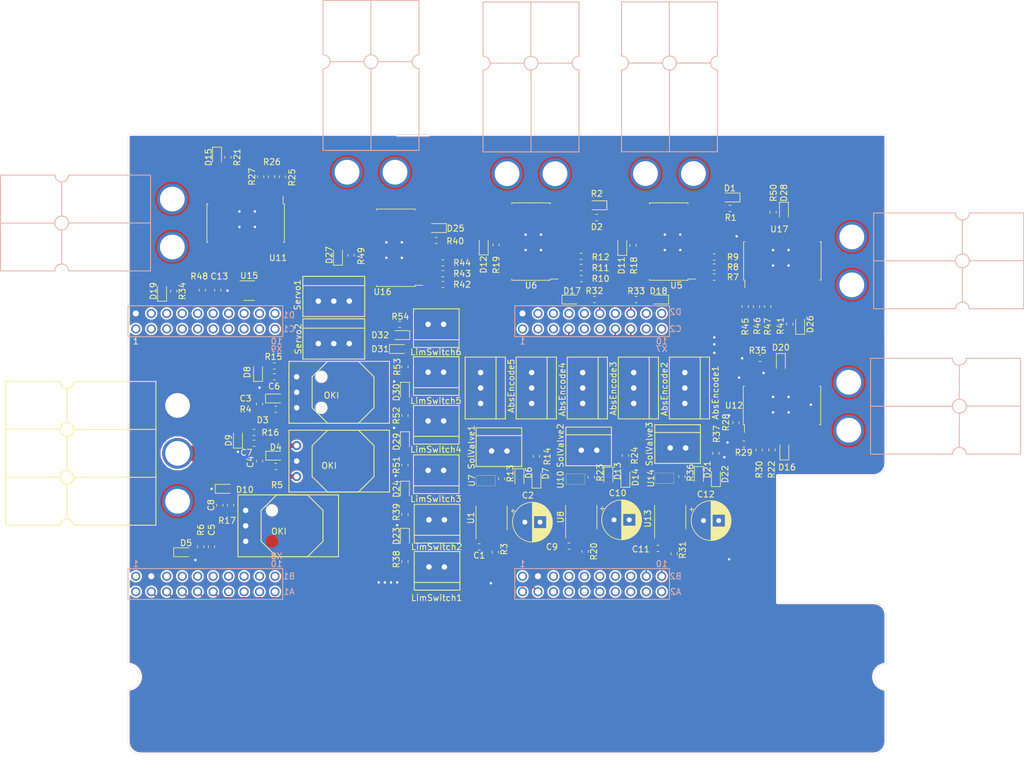
<source format=kicad_pcb>
(kicad_pcb (version 20171130) (host pcbnew "(5.1.10)-1")
  (layers (0 F.Cu signal) (31 B.Cu signal) (34 B.Paste user) (35 F.Paste user) (36 B.SilkS user) (37 F.SilkS user) (38 B.Mask user) (39 F.Mask user) (44 Edge.Cuts user))
  (net 0 "")
  (net 1 GND)
  (net 2 +12VA)
  (net 3 +5V)
  (net 4 +12V)
  (net 5 +3V3)
  (net 6 "Net-(C9-Pad1)")
  (net 7 "Net-(Conn2-Pad2)")
  (net 8 "Net-(Conn2-Pad1)")
  (net 9 "Net-(Conn3-Pad2)")
  (net 10 "Net-(Conn3-Pad1)")
  (net 11 "Net-(Conn4-Pad1)")
  (net 12 "Net-(Conn5-Pad1)")
  (net 13 "Net-(Conn5-Pad2)")
  (net 14 "Net-(Conn6-Pad1)")
  (net 15 "Net-(Conn6-Pad2)")
  (net 16 Limit_Switch_1)
  (net 17 Limit_Switch_2)
  (net 18 Encoder_PWM_1)
  (net 19 Encoder_PWM_2)
  (net 20 Encoder_PWM_3)
  (net 21 Encoder_PWM_4)
  (net 22 Encoder_PWM_5)
  (net 23 Servo_1)
  (net 24 Servo_2)
  (net 25 "Net-(D3-Pad2)")
  (net 26 "Net-(D4-Pad2)")
  (net 27 "Net-(D5-Pad2)")
  (net 28 "Net-(D6-Pad2)")
  (net 29 "Net-(D7-Pad2)")
  (net 30 "Net-(D8-Pad2)")
  (net 31 "Net-(D11-Pad1)")
  (net 32 "Net-(D12-Pad1)")
  (net 33 "Net-(D15-Pad1)")
  (net 34 "Net-(D16-Pad1)")
  (net 35 "Net-(D17-Pad2)")
  (net 36 "Net-(D19-Pad1)")
  (net 37 "Net-(D21-Pad2)")
  (net 38 "Net-(D22-Pad2)")
  (net 39 "Net-(D24-Pad2)")
  (net 40 "Net-(D25-Pad1)")
  (net 41 "Net-(R7-Pad1)")
  (net 42 "Net-(R10-Pad1)")
  (net 43 InA1_1)
  (net 44 "Net-(R20-Pad1)")
  (net 45 InA2_1)
  (net 46 PWMA_1)
  (net 47 InA1_4)
  (net 48 "Net-(R23-Pad1)")
  (net 49 InA2_4)
  (net 50 PWMA_4)
  (net 51 "Net-(R25-Pad1)")
  (net 52 InA1_2)
  (net 53 "Net-(R30-Pad1)")
  (net 54 InA2_2)
  (net 55 "Net-(R31-Pad1)")
  (net 56 PWMA_2)
  (net 57 InA1_5)
  (net 58 InA2_5)
  (net 59 PWMA_5)
  (net 60 InA1_3)
  (net 61 InA2_3)
  (net 62 "Net-(R42-Pad1)")
  (net 63 PWMA_3)
  (net 64 "Net-(R43-Pad1)")
  (net 65 InA1_6)
  (net 66 "Net-(R44-Pad1)")
  (net 67 InA2_6)
  (net 68 "Net-(R45-Pad1)")
  (net 69 PWMA_6)
  (net 70 "Net-(R46-Pad1)")
  (net 71 "Net-(U1-Pad5)")
  (net 72 Solenoid_Valve_1)
  (net 73 Oscillator)
  (net 74 "Net-(U5-Pad45)")
  (net 75 "Net-(U5-Pad44)")
  (net 76 "Net-(U5-Pad43)")
  (net 77 "Net-(U5-Pad42)")
  (net 78 "Net-(U5-Pad40)")
  (net 79 "Net-(U5-Pad38)")
  (net 80 "Net-(U5-Pad37)")
  (net 81 "Net-(U5-Pad36)")
  (net 82 "Net-(U5-Pad35)")
  (net 83 "Net-(U5-Pad34)")
  (net 84 "Net-(U5-Pad31)")
  (net 85 "Net-(U5-Pad30)")
  (net 86 "Net-(U5-Pad28)")
  (net 87 "Net-(U5-Pad21)")
  (net 88 "Net-(U5-Pad19)")
  (net 89 "Net-(U5-Pad18)")
  (net 90 "Net-(U5-Pad15)")
  (net 91 "Net-(U5-Pad14)")
  (net 92 "Net-(U5-Pad13)")
  (net 93 "Net-(U5-Pad12)")
  (net 94 "Net-(U5-Pad9)")
  (net 95 "Net-(U5-Pad8)")
  (net 96 "Net-(U5-Pad7)")
  (net 97 "Net-(U5-Pad6)")
  (net 98 "Net-(U5-Pad2)")
  (net 99 "Net-(U6-Pad45)")
  (net 100 "Net-(U6-Pad44)")
  (net 101 "Net-(U6-Pad43)")
  (net 102 "Net-(U6-Pad42)")
  (net 103 "Net-(U6-Pad40)")
  (net 104 "Net-(U6-Pad38)")
  (net 105 "Net-(U6-Pad37)")
  (net 106 "Net-(U6-Pad36)")
  (net 107 "Net-(U6-Pad35)")
  (net 108 "Net-(U6-Pad34)")
  (net 109 "Net-(U6-Pad31)")
  (net 110 "Net-(U6-Pad30)")
  (net 111 "Net-(U6-Pad28)")
  (net 112 "Net-(U6-Pad21)")
  (net 113 "Net-(U6-Pad19)")
  (net 114 "Net-(U6-Pad18)")
  (net 115 "Net-(U6-Pad15)")
  (net 116 "Net-(U6-Pad14)")
  (net 117 "Net-(U6-Pad13)")
  (net 118 "Net-(U6-Pad12)")
  (net 119 "Net-(U6-Pad9)")
  (net 120 "Net-(U6-Pad8)")
  (net 121 "Net-(U6-Pad7)")
  (net 122 "Net-(U6-Pad6)")
  (net 123 "Net-(U6-Pad2)")
  (net 124 Solenoid_Valve_2)
  (net 125 "Net-(U9-PadPP2)")
  (net 126 "Net-(U9-PadPN3)")
  (net 127 "Net-(U9-PadPN2)")
  (net 128 "Net-(U9-PadPD0)")
  (net 129 "Net-(U9-PadRese)")
  (net 130 "Net-(U9-PadPH3)")
  (net 131 "Net-(U9-PadPH2)")
  (net 132 "Net-(U9-PadPM3)")
  (net 133 "Net-(U9-PadPL3)")
  (net 134 "Net-(U9-PadPL2)")
  (net 135 "Net-(U9-PadPD3)")
  (net 136 "Net-(U9-PadPE1)")
  (net 137 "Net-(U9-PadPE0)")
  (net 138 "Net-(U9-Pad+5V)")
  (net 139 "Net-(U9-PadPP5)")
  (net 140 "Net-(U9-PadPM7)")
  (net 141 Solenoid_Valve_3)
  (net 142 "Net-(U9-PadPP1)")
  (net 143 "Net-(U9-PadPK3)")
  (net 144 "Net-(U9-PadPB5)")
  (net 145 "Net-(U9-PadPB4)")
  (net 146 "Net-(U9-PadPK1)")
  (net 147 "Net-(U9-PadPK2)")
  (net 148 "Net-(U9-PadPA7)")
  (net 149 "Net-(U9-PadPQ3)")
  (net 150 "Net-(U9-PadPK0)")
  (net 151 "Net-(U9-PadPQ1)")
  (net 152 "Net-(U9-PadPM6)")
  (net 153 "Net-(U12-Pad45)")
  (net 154 "Net-(U12-Pad44)")
  (net 155 "Net-(U12-Pad43)")
  (net 156 "Net-(U12-Pad42)")
  (net 157 "Net-(U12-Pad40)")
  (net 158 "Net-(U12-Pad38)")
  (net 159 "Net-(U12-Pad37)")
  (net 160 "Net-(U12-Pad36)")
  (net 161 "Net-(U12-Pad35)")
  (net 162 "Net-(U12-Pad34)")
  (net 163 "Net-(U12-Pad31)")
  (net 164 "Net-(U12-Pad30)")
  (net 165 "Net-(U12-Pad28)")
  (net 166 "Net-(U12-Pad21)")
  (net 167 "Net-(U12-Pad19)")
  (net 168 "Net-(U12-Pad18)")
  (net 169 "Net-(U12-Pad15)")
  (net 170 "Net-(U12-Pad14)")
  (net 171 "Net-(U12-Pad13)")
  (net 172 "Net-(U12-Pad12)")
  (net 173 "Net-(U12-Pad9)")
  (net 174 "Net-(U12-Pad8)")
  (net 175 "Net-(U12-Pad7)")
  (net 176 "Net-(U12-Pad6)")
  (net 177 "Net-(U12-Pad2)")
  (net 178 "Net-(Conn1-Pad1)")
  (net 179 "Net-(Conn1-Pad2)")
  (net 180 "Net-(Conn4-Pad2)")
  (net 181 "Net-(R8-Pad1)")
  (net 182 "Net-(R11-Pad1)")
  (net 183 "Net-(U9-PadPM5)")
  (net 184 "Net-(U9-PadPM4)")
  (net 185 "Net-(U9-PadPA6)")
  (net 186 "Net-(U9-PadPQ0)")
  (net 187 "Net-(D29-Pad2)")
  (net 188 "Net-(D30-Pad2)")
  (net 189 "Net-(D31-Pad2)")
  (net 190 "Net-(D32-Pad2)")
  (net 191 Limit_Switch_3)
  (net 192 Limit_Switch_4)
  (net 193 Limit_Switch_5)
  (net 194 Limit_Switch_6)
  (net 195 "Net-(U9-PadPD7)")
  (net 196 "Net-(U9-PadPE3)")
  (net 197 "Net-(U9-PadPE2)")
  (net 198 "Net-(U9-PadPK5)")
  (net 199 "Net-(U9-PadPP0)")
  (net 200 "Net-(C1-Pad1)")
  (net 201 "Net-(C11-Pad1)")
  (net 202 "Net-(Conn2-Pad3)")
  (net 203 "Net-(D1-Pad1)")
  (net 204 "Net-(Conn3-Pad3)")
  (net 205 "Net-(D2-Pad1)")
  (net 206 "Net-(D9-Pad2)")
  (net 207 "Net-(D10-Pad2)")
  (net 208 "Net-(D13-Pad2)")
  (net 209 "Net-(D14-Pad2)")
  (net 210 "Net-(Conn6-Pad3)")
  (net 211 "Net-(D18-Pad2)")
  (net 212 "Net-(D20-Pad1)")
  (net 213 "Net-(D23-Pad2)")
  (net 214 "Net-(D26-Pad1)")
  (net 215 "Net-(D27-Pad1)")
  (net 216 "Net-(D28-Pad1)")
  (net 217 "Net-(R3-Pad1)")
  (net 218 "Net-(R9-Pad1)")
  (net 219 "Net-(R12-Pad1)")
  (net 220 "Net-(R13-Pad1)")
  (net 221 "Net-(R14-Pad2)")
  (net 222 "Net-(R24-Pad2)")
  (net 223 "Net-(R26-Pad1)")
  (net 224 "Net-(R27-Pad1)")
  (net 225 "Net-(R28-Pad1)")
  (net 226 "Net-(R29-Pad1)")
  (net 227 "Net-(R32-Pad2)")
  (net 228 "Net-(R33-Pad2)")
  (net 229 "Net-(R36-Pad1)")
  (net 230 "Net-(R37-Pad2)")
  (net 231 "Net-(R47-Pad1)")
  (net 232 "Net-(R48-Pad1)")
  (net 233 "Net-(U10-Pad3)")
  (net 234 "Net-(U11-Pad2)")
  (net 235 "Net-(U11-Pad6)")
  (net 236 "Net-(U11-Pad7)")
  (net 237 "Net-(U11-Pad8)")
  (net 238 "Net-(U11-Pad9)")
  (net 239 "Net-(U11-Pad12)")
  (net 240 "Net-(U11-Pad13)")
  (net 241 "Net-(U11-Pad14)")
  (net 242 "Net-(U11-Pad15)")
  (net 243 "Net-(U11-Pad18)")
  (net 244 "Net-(U11-Pad19)")
  (net 245 "Net-(U11-Pad21)")
  (net 246 "Net-(U11-Pad28)")
  (net 247 "Net-(U11-Pad30)")
  (net 248 "Net-(U11-Pad31)")
  (net 249 "Net-(U11-Pad34)")
  (net 250 "Net-(U11-Pad35)")
  (net 251 "Net-(U11-Pad36)")
  (net 252 "Net-(U11-Pad37)")
  (net 253 "Net-(U11-Pad38)")
  (net 254 "Net-(U11-Pad40)")
  (net 255 "Net-(U11-Pad42)")
  (net 256 "Net-(U11-Pad43)")
  (net 257 "Net-(U11-Pad44)")
  (net 258 "Net-(U11-Pad45)")
  (net 259 "Net-(U13-Pad5)")
  (net 260 "Net-(U15-Pad4)")
  (net 261 "Net-(U16-Pad2)")
  (net 262 "Net-(U16-Pad6)")
  (net 263 "Net-(U16-Pad7)")
  (net 264 "Net-(U16-Pad8)")
  (net 265 "Net-(U16-Pad9)")
  (net 266 "Net-(U16-Pad12)")
  (net 267 "Net-(U16-Pad13)")
  (net 268 "Net-(U16-Pad14)")
  (net 269 "Net-(U16-Pad15)")
  (net 270 "Net-(U16-Pad18)")
  (net 271 "Net-(U16-Pad19)")
  (net 272 "Net-(U16-Pad21)")
  (net 273 "Net-(U16-Pad28)")
  (net 274 "Net-(U16-Pad30)")
  (net 275 "Net-(U16-Pad31)")
  (net 276 "Net-(U16-Pad34)")
  (net 277 "Net-(U16-Pad35)")
  (net 278 "Net-(U16-Pad36)")
  (net 279 "Net-(U16-Pad37)")
  (net 280 "Net-(U16-Pad38)")
  (net 281 "Net-(U16-Pad40)")
  (net 282 "Net-(U16-Pad42)")
  (net 283 "Net-(U16-Pad43)")
  (net 284 "Net-(U16-Pad44)")
  (net 285 "Net-(U16-Pad45)")
  (net 286 "Net-(U17-Pad45)")
  (net 287 "Net-(U17-Pad44)")
  (net 288 "Net-(U17-Pad43)")
  (net 289 "Net-(U17-Pad42)")
  (net 290 "Net-(U17-Pad40)")
  (net 291 "Net-(U17-Pad38)")
  (net 292 "Net-(U17-Pad37)")
  (net 293 "Net-(U17-Pad36)")
  (net 294 "Net-(U17-Pad35)")
  (net 295 "Net-(U17-Pad34)")
  (net 296 "Net-(U17-Pad31)")
  (net 297 "Net-(U17-Pad30)")
  (net 298 "Net-(U17-Pad28)")
  (net 299 "Net-(U17-Pad21)")
  (net 300 "Net-(U17-Pad19)")
  (net 301 "Net-(U17-Pad18)")
  (net 302 "Net-(U17-Pad15)")
  (net 303 "Net-(U17-Pad14)")
  (net 304 "Net-(U17-Pad13)")
  (net 305 "Net-(U17-Pad12)")
  (net 306 "Net-(U17-Pad9)")
  (net 307 "Net-(U17-Pad8)")
  (net 308 "Net-(U17-Pad7)")
  (net 309 "Net-(U17-Pad6)")
  (net 310 "Net-(U17-Pad2)")
  (net 311 "Net-(Conn1-Pad3)")
  (net 312 "Net-(Conn4-Pad3)")
  (net 313 "Net-(Conn5-Pad3)")
  (module Resistor_SMD:R_0603_1608Metric_Pad1.05x0.95mm_HandSolder (layer F.Cu) (at 114.159 74.422)
    (fp_text reference R16 (at 2.681 0) (layer F.SilkS))
    (fp_text value 43)
    (pad 2 smd roundrect (at 0.875 0) (size 1.05 0.95) (layers F.Cu F.Paste F.Mask) (net 5 +3V3))
    (pad 1 smd roundrect (at -0.875 0) (size 1.05 0.95) (layers F.Cu F.Paste F.Mask) (net 206 "Net-(D9-Pad2)"))
  )
  (module Resistor_SMD:R_0603_1608Metric_Pad1.05x0.95mm_HandSolder (layer F.Cu) (at 117.715 80.01 180)
    (fp_text reference R5 (at -0.2045 -3.048 180) (layer F.SilkS))
    (fp_text value 330)
    (pad 2 smd roundrect (at 0.875 0 180) (size 1.05 0.95) (layers F.Cu F.Paste F.Mask) (net 4 +12V))
    (pad 1 smd roundrect (at -0.875 0 180) (size 1.05 0.95) (layers F.Cu F.Paste F.Mask) (net 26 "Net-(D4-Pad2)"))
  )
  (module MRDT_Devices:OKI_Horizontal (layer F.Cu) (at 119.888 84.201 90)
    (fp_text reference U3 hide)
    (fp_text value OKI (at 4.318 6.604 180) (layer F.SilkS))
    (pad 3 thru_hole circle (at 7.62 1.27 90) (size 1.524 1.524) (drill 0.889) (layers *.Cu *.Mask) (net 5 +3V3))
    (pad 2 thru_hole circle (at 5.08 1.27 90) (size 1.524 1.524) (drill 0.889) (layers *.Cu *.Mask) (net 1 GND))
    (pad 1 thru_hole circle (at 2.54 1.27 90) (size 1.524 1.524) (drill 0.889) (layers *.Cu *.Mask) (net 4 +12V))
  )
  (module Capacitor_SMD:C_0603_1608Metric_Pad1.05x0.95mm_HandSolder (layer F.Cu) (at 114.159 76.2 180)
    (fp_text reference C7 (at 1.256 -1.524) (layer F.SilkS))
    (fp_text value 10uF)
    (pad 2 smd roundrect (at 0.875 0 180) (size 1.05 0.95) (layers F.Cu F.Paste F.Mask) (net 1 GND))
    (pad 1 smd roundrect (at -0.875 0 180) (size 1.05 0.95) (layers F.Cu F.Paste F.Mask) (net 5 +3V3))
  )
  (module Capacitor_SMD:C_0603_1608Metric_Pad1.05x0.95mm_HandSolder (layer F.Cu) (at 115.062 79.135 90)
    (fp_text reference C4 (at -0.113 -1.524 90) (layer F.SilkS))
    (fp_text value 10uF)
    (pad 2 smd roundrect (at 0.875 0 90) (size 1.05 0.95) (layers F.Cu F.Paste F.Mask) (net 1 GND))
    (pad 1 smd roundrect (at -0.875 0 90) (size 1.05 0.95) (layers F.Cu F.Paste F.Mask) (net 4 +12V))
  )
  (module LED_SMD:LED_0603_1608Metric_Pad1.05x0.95mm_HandSolder (layer F.Cu) (at 111.506 75.325 90)
    (fp_text reference D9 (at -0.395 -1.524 90) (layer F.SilkS))
    (fp_text value LED)
    (pad 2 smd roundrect (at 0.875 0 90) (size 1.05 0.95) (layers F.Cu F.Paste F.Mask) (net 206 "Net-(D9-Pad2)"))
    (pad 1 smd roundrect (at -0.875 0 90) (size 1.05 0.95) (layers F.Cu F.Paste F.Mask) (net 1 GND))
  )
  (module LED_SMD:LED_0603_1608Metric_Pad1.05x0.95mm_HandSolder (layer F.Cu) (at 117.743 78.232)
    (fp_text reference D4 (at -0.014 -1.397) (layer F.SilkS))
    (fp_text value LED)
    (pad 2 smd roundrect (at 0.875 0) (size 1.05 0.95) (layers F.Cu F.Paste F.Mask) (net 26 "Net-(D4-Pad2)"))
    (pad 1 smd roundrect (at -0.875 0) (size 1.05 0.95) (layers F.Cu F.Paste F.Mask) (net 1 GND))
  )
  (module MRDT_Connectors:Anderson_2_Horizontal_Side_by_Side (layer B.Cu) (at 141.241663 28.072386 270)
    (fp_text reference Conn3 hide)
    (fp_text value Motor3)
    (pad 1 thru_hole circle (at 3.5814 11.811 270) (size 5.08 5.08) (drill 4.06) (layers *.Cu *.Mask B.Paste) (net 10 "Net-(Conn3-Pad1)"))
    (pad 2 thru_hole circle (at 3.5814 3.937 270) (size 5.08 5.08) (drill 4.06) (layers *.Cu *.Mask B.Paste) (net 9 "Net-(Conn3-Pad2)"))
  )
  (module Resistor_SMD:R_0603_1608Metric_Pad1.05x0.95mm_HandSolder (layer F.Cu) (at 138.063 56.642)
    (fp_text reference R54 (at 0.113 -1.27) (layer F.SilkS))
    (fp_text value 43)
    (pad 2 smd roundrect (at 0.875 0) (size 1.05 0.95) (layers F.Cu F.Paste F.Mask) (net 194 Limit_Switch_6))
    (pad 1 smd roundrect (at -0.875 0) (size 1.05 0.95) (layers F.Cu F.Paste F.Mask) (net 190 "Net-(D32-Pad2)"))
  )
  (module Resistor_SMD:R_0603_1608Metric_Pad1.05x0.95mm_HandSolder (layer F.Cu) (at 138.938 63.641 270)
    (fp_text reference R53 (at 0 1.27 270) (layer F.SilkS))
    (fp_text value 43)
    (pad 2 smd roundrect (at 0.875 0 270) (size 1.05 0.95) (layers F.Cu F.Paste F.Mask) (net 193 Limit_Switch_5))
    (pad 1 smd roundrect (at -0.875 0 270) (size 1.05 0.95) (layers F.Cu F.Paste F.Mask) (net 189 "Net-(D31-Pad2)"))
  )
  (module Resistor_SMD:R_0603_1608Metric_Pad1.05x0.95mm_HandSolder (layer F.Cu) (at 138.938 71.642 270)
    (fp_text reference R52 (at 0 1.397 270) (layer F.SilkS))
    (fp_text value 43)
    (pad 2 smd roundrect (at 0.875 0 270) (size 1.05 0.95) (layers F.Cu F.Paste F.Mask) (net 192 Limit_Switch_4))
    (pad 1 smd roundrect (at -0.875 0 270) (size 1.05 0.95) (layers F.Cu F.Paste F.Mask) (net 188 "Net-(D30-Pad2)"))
  )
  (module Resistor_SMD:R_0603_1608Metric_Pad1.05x0.95mm_HandSolder (layer F.Cu) (at 138.938 79.77 270)
    (fp_text reference R51 (at 0 1.397 270) (layer F.SilkS))
    (fp_text value 43)
    (pad 2 smd roundrect (at 0.875 0 270) (size 1.05 0.95) (layers F.Cu F.Paste F.Mask) (net 191 Limit_Switch_3))
    (pad 1 smd roundrect (at -0.875 0 270) (size 1.05 0.95) (layers F.Cu F.Paste F.Mask) (net 187 "Net-(D29-Pad2)"))
  )
  (module MRDT_Connectors:MOLEX_SL_02_Vertical (layer F.Cu) (at 144.018 56.642 180)
    (fp_text reference LimSwitch6 (at 0 -4.572 180) (layer F.SilkS))
    (fp_text value Molex_SL_02)
    (pad 2 thru_hole circle (at 1.27 0 180) (size 1.524 1.524) (drill 0.9) (layers *.Cu *.Mask) (net 194 Limit_Switch_6))
    (pad 1 thru_hole circle (at -1.27 0 180) (size 1.524 1.524) (drill 0.9) (layers *.Cu *.Mask) (net 5 +3V3))
  )
  (module MRDT_Connectors:MOLEX_SL_02_Vertical (layer F.Cu) (at 144.018 64.516 180)
    (fp_text reference LimSwitch5 (at 0 -4.699 180) (layer F.SilkS))
    (fp_text value Molex_SL_02)
    (pad 2 thru_hole circle (at 1.27 0 180) (size 1.524 1.524) (drill 0.9) (layers *.Cu *.Mask) (net 193 Limit_Switch_5))
    (pad 1 thru_hole circle (at -1.27 0 180) (size 1.524 1.524) (drill 0.9) (layers *.Cu *.Mask) (net 5 +3V3))
  )
  (module MRDT_Connectors:MOLEX_SL_02_Vertical (layer F.Cu) (at 144.018 72.517 180)
    (fp_text reference LimSwitch4 (at 0 -4.699 180) (layer F.SilkS))
    (fp_text value Molex_SL_02)
    (pad 2 thru_hole circle (at 1.27 0 180) (size 1.524 1.524) (drill 0.9) (layers *.Cu *.Mask) (net 192 Limit_Switch_4))
    (pad 1 thru_hole circle (at -1.27 0 180) (size 1.524 1.524) (drill 0.9) (layers *.Cu *.Mask) (net 5 +3V3))
  )
  (module MRDT_Connectors:MOLEX_SL_02_Vertical (layer F.Cu) (at 144.018 80.645 180)
    (fp_text reference LimSwitch3 (at 0 -4.699 180) (layer F.SilkS))
    (fp_text value Molex_SL_02)
    (pad 2 thru_hole circle (at 1.27 0 180) (size 1.524 1.524) (drill 0.9) (layers *.Cu *.Mask) (net 191 Limit_Switch_3))
    (pad 1 thru_hole circle (at -1.27 0 180) (size 1.524 1.524) (drill 0.9) (layers *.Cu *.Mask) (net 5 +3V3))
  )
  (module LED_SMD:LED_0603_1608Metric_Pad1.05x0.95mm_HandSolder (layer F.Cu) (at 138.063 58.42 180)
    (fp_text reference D32 (at 3.189 0 180) (layer F.SilkS))
    (fp_text value LED)
    (pad 2 smd roundrect (at 0.875 0 180) (size 1.05 0.95) (layers F.Cu F.Paste F.Mask) (net 190 "Net-(D32-Pad2)"))
    (pad 1 smd roundrect (at -0.875 0 180) (size 1.05 0.95) (layers F.Cu F.Paste F.Mask) (net 1 GND))
  )
  (module LED_SMD:LED_0603_1608Metric_Pad1.05x0.95mm_HandSolder (layer F.Cu) (at 138.063 60.706)
    (fp_text reference D31 (at -3.189 0) (layer F.SilkS))
    (fp_text value LED)
    (pad 2 smd roundrect (at 0.875 0) (size 1.05 0.95) (layers F.Cu F.Paste F.Mask) (net 189 "Net-(D31-Pad2)"))
    (pad 1 smd roundrect (at -0.875 0) (size 1.05 0.95) (layers F.Cu F.Paste F.Mask) (net 1 GND))
  )
  (module LED_SMD:LED_0603_1608Metric_Pad1.05x0.95mm_HandSolder (layer F.Cu) (at 138.938 67.832 270)
    (fp_text reference D30 (at 0 1.397 270) (layer F.SilkS))
    (fp_text value LED)
    (pad 2 smd roundrect (at 0.875 0 270) (size 1.05 0.95) (layers F.Cu F.Paste F.Mask) (net 188 "Net-(D30-Pad2)"))
    (pad 1 smd roundrect (at -0.875 0 270) (size 1.05 0.95) (layers F.Cu F.Paste F.Mask) (net 1 GND))
  )
  (module LED_SMD:LED_0603_1608Metric_Pad1.05x0.95mm_HandSolder (layer F.Cu) (at 138.938 75.96 270)
    (fp_text reference D29 (at -0.014 1.397 270) (layer F.SilkS))
    (fp_text value LED)
    (pad 2 smd roundrect (at 0.875 0 270) (size 1.05 0.95) (layers F.Cu F.Paste F.Mask) (net 187 "Net-(D29-Pad2)"))
    (pad 1 smd roundrect (at -0.875 0 270) (size 1.05 0.95) (layers F.Cu F.Paste F.Mask) (net 1 GND))
  )
  (module Resistor_SMD:R_0603_1608Metric_Pad1.05x0.95mm_HandSolder (layer F.Cu) (at 193.294 72.785 90)
    (fp_text reference R28 (at 0.014 -1.651 90) (layer F.SilkS))
    (fp_text value 1k)
    (pad 2 smd roundrect (at 0.875 0 90) (size 1.05 0.95) (layers F.Cu F.Paste F.Mask) (net 57 InA1_5))
    (pad 1 smd roundrect (at -0.875 0 90) (size 1.05 0.95) (layers F.Cu F.Paste F.Mask) (net 225 "Net-(R28-Pad1)"))
  )
  (module Resistor_SMD:R_0603_1608Metric_Pad1.05x0.95mm_HandSolder (layer F.Cu) (at 194.578 76.327 180)
    (fp_text reference R29 (at 0.014 -1.397) (layer F.SilkS))
    (fp_text value 1k)
    (pad 2 smd roundrect (at 0.875 0 180) (size 1.05 0.95) (layers F.Cu F.Paste F.Mask) (net 58 InA2_5))
    (pad 1 smd roundrect (at -0.875 0 180) (size 1.05 0.95) (layers F.Cu F.Paste F.Mask) (net 226 "Net-(R29-Pad1)"))
  )
  (module MRDT_Shields:TM4C129E_Launchpad_FULL_THT_BOTTOM (layer F.Cu) (at 93.472 101.854)
    (fp_text reference U9 hide)
    (fp_text value TM4C129E_Launchpad hide)
    (fp_text user 1 (at 1.27 -42.418 180) (layer F.SilkS))
    (fp_text user 10 (at 24.384 -42.418 180) (layer B.SilkS) (effects (justify mirror)))
    (fp_text user 1 (at 1.27 -5.842 180) (layer B.SilkS) (effects (justify mirror)))
    (fp_text user 10 (at 24.384 -5.842 180) (layer B.SilkS) (effects (justify mirror)))
    (fp_text user 1 (at 64.77 -42.418 180) (layer B.SilkS) (effects (justify mirror)))
    (fp_text user 10 (at 87.63 -42.418 180) (layer B.SilkS) (effects (justify mirror)))
    (fp_text user 10 (at 87.63 -5.842 180) (layer B.SilkS) (effects (justify mirror)))
    (fp_text user 1 (at 64.77 -5.842 180) (layer B.SilkS) (effects (justify mirror)))
    (fp_text user X9 (at 24.384 -41.148 180) (layer B.SilkS) (effects (justify mirror)))
    (fp_text user X8 (at 24.384 -7.112 180) (layer B.SilkS) (effects (justify mirror)))
    (fp_text user X7 (at 87.63 -41.148 180) (layer B.SilkS) (effects (justify mirror)))
    (fp_text user C1 (at 26.416 -44.45 180) (layer B.SilkS) (effects (justify mirror)))
    (fp_text user D1 (at 26.416 -46.736 180) (layer B.SilkS) (effects (justify mirror)))
    (fp_text user C2 (at 89.916 -44.45 180) (layer B.SilkS) (effects (justify mirror)))
    (fp_text user D2 (at 89.916 -47.244) (layer B.SilkS) (effects (justify mirror)))
    (fp_text user B1 (at 26.416 -3.81 180) (layer B.SilkS) (effects (justify mirror)))
    (fp_text user A1 (at 26.416 -1.27 180) (layer B.SilkS) (effects (justify mirror)))
    (fp_text user B2 (at 89.916 -3.81 180) (layer B.SilkS) (effects (justify mirror)))
    (fp_text user A2 (at 89.916 -1.27 180) (layer B.SilkS) (effects (justify mirror)))
    (pad +3V3` thru_hole circle (at 64.77 -1.27 180) (size 1.52 1.52) (drill 1) (layers *.Cu *.Mask F.Paste))
    (pad PM6 thru_hole circle (at 87.63 -46.99 180) (size 1.52 1.52) (drill 1) (layers *.Cu *.Mask F.Paste) (net 152 "Net-(U9-PadPM6)"))
    (pad PQ1 thru_hole circle (at 85.09 -46.99 180) (size 1.52 1.52) (drill 1) (layers *.Cu *.Mask F.Paste) (net 151 "Net-(U9-PadPQ1)"))
    (pad PQ2 thru_hole circle (at 77.47 -46.99 180) (size 1.52 1.52) (drill 1) (layers *.Cu *.Mask F.Paste) (net 227 "Net-(R32-Pad2)"))
    (pad PK0 thru_hole circle (at 74.93 -3.81 180) (size 1.52 1.52) (drill 1) (layers *.Cu *.Mask F.Paste) (net 150 "Net-(U9-PadPK0)"))
    (pad PQ3 thru_hole circle (at 80.01 -46.99 180) (size 1.52 1.52) (drill 1) (layers *.Cu *.Mask F.Paste) (net 149 "Net-(U9-PadPQ3)"))
    (pad PP3 thru_hole circle (at 82.55 -46.99 180) (size 1.52 1.52) (drill 1) (layers *.Cu *.Mask F.Paste) (net 228 "Net-(R33-Pad2)"))
    (pad PQ0 thru_hole circle (at 80.01 -1.27 180) (size 1.52 1.52) (drill 1) (layers *.Cu *.Mask F.Paste) (net 186 "Net-(U9-PadPQ0)"))
    (pad PA4 thru_hole circle (at 85.09 -3.81 180) (size 1.52 1.52) (drill 1) (layers *.Cu *.Mask F.Paste) (net 19 Encoder_PWM_2))
    (pad Rese` thru_hole circle (at 74.93 -46.99 180) (size 1.52 1.52) (drill 1) (layers *.Cu *.Mask F.Paste))
    (pad PA7 thru_hole circle (at 72.39 -46.99 180) (size 1.52 1.52) (drill 1) (layers *.Cu *.Mask F.Paste) (net 148 "Net-(U9-PadPA7)"))
    (pad PN5 thru_hole circle (at 85.09 -1.27 180) (size 1.52 1.52) (drill 1) (layers *.Cu *.Mask F.Paste) (net 124 Solenoid_Valve_2))
    (pad PK2 thru_hole circle (at 80.01 -3.81 180) (size 1.52 1.52) (drill 1) (layers *.Cu *.Mask F.Paste) (net 147 "Net-(U9-PadPK2)"))
    (pad PK1 thru_hole circle (at 77.47 -3.81 180) (size 1.52 1.52) (drill 1) (layers *.Cu *.Mask F.Paste) (net 146 "Net-(U9-PadPK1)"))
    (pad +5V` thru_hole circle (at 64.77 -3.81 180) (size 1.52 1.52) (drill 1) (layers *.Cu *.Mask F.Paste))
    (pad GND thru_hole circle (at 67.31 -3.81 180) (size 1.52 1.52) (drill 1) (layers *.Cu *.Mask F.Paste) (net 1 GND))
    (pad PB4 thru_hole circle (at 69.85 -3.81 180) (size 1.52 1.52) (drill 1) (layers *.Cu *.Mask F.Paste) (net 145 "Net-(U9-PadPB4)"))
    (pad PB5 thru_hole circle (at 72.39 -3.81 180) (size 1.52 1.52) (drill 1) (layers *.Cu *.Mask F.Paste) (net 144 "Net-(U9-PadPB5)"))
    (pad PK3 thru_hole circle (at 82.55 -3.81 180) (size 1.52 1.52) (drill 1) (layers *.Cu *.Mask F.Paste) (net 143 "Net-(U9-PadPK3)"))
    (pad PA5 thru_hole circle (at 87.63 -3.81 180) (size 1.52 1.52) (drill 1) (layers *.Cu *.Mask F.Paste) (net 18 Encoder_PWM_1))
    (pad PD2 thru_hole circle (at 67.31 -1.27 180) (size 1.52 1.52) (drill 1) (layers *.Cu *.Mask F.Paste) (net 22 Encoder_PWM_5))
    (pad PP0 thru_hole circle (at 69.85 -1.27 180) (size 1.52 1.52) (drill 1) (layers *.Cu *.Mask F.Paste) (net 199 "Net-(U9-PadPP0)"))
    (pad PP1 thru_hole circle (at 72.39 -1.27 180) (size 1.52 1.52) (drill 1) (layers *.Cu *.Mask F.Paste) (net 142 "Net-(U9-PadPP1)"))
    (pad PD4 thru_hole circle (at 74.93 -1.27 180) (size 1.52 1.52) (drill 1) (layers *.Cu *.Mask F.Paste) (net 21 Encoder_PWM_4))
    (pad PD5 thru_hole circle (at 77.47 -1.27 180) (size 1.52 1.52) (drill 1) (layers *.Cu *.Mask F.Paste) (net 20 Encoder_PWM_3))
    (pad PP4 thru_hole circle (at 82.55 -1.27 180) (size 1.52 1.52) (drill 1) (layers *.Cu *.Mask F.Paste) (net 72 Solenoid_Valve_1))
    (pad PN4 thru_hole circle (at 87.63 -1.27 180) (size 1.52 1.52) (drill 1) (layers *.Cu *.Mask F.Paste) (net 141 Solenoid_Valve_3))
    (pad PG1 thru_hole circle (at 64.77 -44.45 180) (size 1.52 1.52) (drill 1) (layers *.Cu *.Mask F.Paste) (net 43 InA1_1))
    (pad PK4 thru_hole circle (at 67.31 -44.45 180) (size 1.52 1.52) (drill 1) (layers *.Cu *.Mask F.Paste) (net 45 InA2_1))
    (pad PK5 thru_hole circle (at 69.85 -44.45 180) (size 1.52 1.52) (drill 1) (layers *.Cu *.Mask F.Paste) (net 198 "Net-(U9-PadPK5)"))
    (pad PM0 thru_hole circle (at 72.39 -44.45 180) (size 1.52 1.52) (drill 1) (layers *.Cu *.Mask F.Paste) (net 59 PWMA_5))
    (pad PM1 thru_hole circle (at 74.93 -44.45 180) (size 1.52 1.52) (drill 1) (layers *.Cu *.Mask F.Paste) (net 69 PWMA_6))
    (pad PM2 thru_hole circle (at 77.47 -44.45 180) (size 1.52 1.52) (drill 1) (layers *.Cu *.Mask F.Paste) (net 46 PWMA_1))
    (pad PH0 thru_hole circle (at 80.01 -44.45 180) (size 1.52 1.52) (drill 1) (layers *.Cu *.Mask F.Paste) (net 58 InA2_5))
    (pad PH1 thru_hole circle (at 82.55 -44.45 180) (size 1.52 1.52) (drill 1) (layers *.Cu *.Mask F.Paste) (net 57 InA1_5))
    (pad PK6 thru_hole circle (at 85.09 -44.45 180) (size 1.52 1.52) (drill 1) (layers *.Cu *.Mask F.Paste) (net 65 InA1_6))
    (pad PK7 thru_hole circle (at 87.63 -44.45 180) (size 1.52 1.52) (drill 1) (layers *.Cu *.Mask F.Paste) (net 67 InA2_6))
    (pad GND thru_hole circle (at 64.77 -46.99 180) (size 1.52 1.52) (drill 1) (layers *.Cu *.Mask F.Paste) (net 1 GND))
    (pad PM7 thru_hole circle (at 67.31 -46.99 180) (size 1.52 1.52) (drill 1) (layers *.Cu *.Mask F.Paste) (net 140 "Net-(U9-PadPM7)"))
    (pad PP5 thru_hole circle (at 69.85 -46.99 180) (size 1.52 1.52) (drill 1) (layers *.Cu *.Mask F.Paste) (net 139 "Net-(U9-PadPP5)"))
    (pad +5V thru_hole circle (at 1.27 -3.81 180) (size 1.52 1.52) (drill 1) (layers *.Cu *.Mask F.Paste) (net 138 "Net-(U9-Pad+5V)"))
    (pad GND thru_hole circle (at 3.81 -3.81 180) (size 1.52 1.52) (drill 1) (layers *.Cu *.Mask F.Paste) (net 1 GND))
    (pad PE0 thru_hole circle (at 6.35 -3.81 180) (size 1.52 1.52) (drill 1) (layers *.Cu *.Mask F.Paste) (net 137 "Net-(U9-PadPE0)"))
    (pad PE1 thru_hole circle (at 8.89 -3.81 180) (size 1.52 1.52) (drill 1) (layers *.Cu *.Mask F.Paste) (net 136 "Net-(U9-PadPE1)"))
    (pad PE2 thru_hole circle (at 11.43 -3.81 180) (size 1.52 1.52) (drill 1) (layers *.Cu *.Mask F.Paste) (net 197 "Net-(U9-PadPE2)"))
    (pad PE3 thru_hole circle (at 13.97 -3.81 180) (size 1.52 1.52) (drill 1) (layers *.Cu *.Mask F.Paste) (net 196 "Net-(U9-PadPE3)"))
    (pad PD7 thru_hole circle (at 16.51 -3.81 180) (size 1.52 1.52) (drill 1) (layers *.Cu *.Mask F.Paste) (net 195 "Net-(U9-PadPD7)"))
    (pad PA6 thru_hole circle (at 19.05 -3.81 180) (size 1.52 1.52) (drill 1) (layers *.Cu *.Mask F.Paste) (net 185 "Net-(U9-PadPA6)"))
    (pad PM4 thru_hole circle (at 21.59 -3.81 180) (size 1.52 1.52) (drill 1) (layers *.Cu *.Mask F.Paste) (net 184 "Net-(U9-PadPM4)"))
    (pad PM5 thru_hole circle (at 24.13 -3.81 180) (size 1.52 1.52) (drill 1) (layers *.Cu *.Mask F.Paste) (net 183 "Net-(U9-PadPM5)"))
    (pad +3V3 thru_hole circle (at 1.27 -1.27 180) (size 1.52 1.52) (drill 1) (layers *.Cu *.Mask F.Paste) (net 5 +3V3))
    (pad PE4 thru_hole circle (at 3.81 -1.27 180) (size 1.52 1.52) (drill 1) (layers *.Cu *.Mask F.Paste) (net 16 Limit_Switch_1))
    (pad PC4 thru_hole circle (at 6.35 -1.27 180) (size 1.52 1.52) (drill 1) (layers *.Cu *.Mask F.Paste) (net 17 Limit_Switch_2))
    (pad PC5 thru_hole circle (at 8.89 -1.27 180) (size 1.52 1.52) (drill 1) (layers *.Cu *.Mask F.Paste) (net 191 Limit_Switch_3))
    (pad PC6 thru_hole circle (at 11.43 -1.27 180) (size 1.52 1.52) (drill 1) (layers *.Cu *.Mask F.Paste) (net 192 Limit_Switch_4))
    (pad PE5 thru_hole circle (at 13.97 -1.27 180) (size 1.52 1.52) (drill 1) (layers *.Cu *.Mask F.Paste) (net 193 Limit_Switch_5))
    (pad PD3 thru_hole circle (at 16.51 -1.27 180) (size 1.52 1.52) (drill 1) (layers *.Cu *.Mask F.Paste) (net 135 "Net-(U9-PadPD3)"))
    (pad PC7 thru_hole circle (at 19.05 -1.27 180) (size 1.52 1.52) (drill 1) (layers *.Cu *.Mask F.Paste) (net 194 Limit_Switch_6))
    (pad PB2 thru_hole circle (at 21.59 -1.27 180) (size 1.52 1.52) (drill 1) (layers *.Cu *.Mask F.Paste) (net 23 Servo_1))
    (pad PB3 thru_hole circle (at 24.13 -1.27 180) (size 1.52 1.52) (drill 1) (layers *.Cu *.Mask F.Paste) (net 24 Servo_2))
    (pad PF1 thru_hole circle (at 1.27 -44.45 180) (size 1.52 1.52) (drill 1) (layers *.Cu *.Mask F.Paste) (net 54 InA2_2))
    (pad PF2 thru_hole circle (at 3.81 -44.45 180) (size 1.52 1.52) (drill 1) (layers *.Cu *.Mask F.Paste) (net 52 InA1_2))
    (pad PF3 thru_hole circle (at 6.35 -44.45 180) (size 1.52 1.52) (drill 1) (layers *.Cu *.Mask F.Paste) (net 61 InA2_3))
    (pad PG0 thru_hole circle (at 8.89 -44.45 180) (size 1.52 1.52) (drill 1) (layers *.Cu *.Mask F.Paste) (net 60 InA1_3))
    (pad PL4 thru_hole circle (at 11.43 -44.45 180) (size 1.52 1.52) (drill 1) (layers *.Cu *.Mask F.Paste) (net 56 PWMA_2))
    (pad PL5 thru_hole circle (at 13.97 -44.45 180) (size 1.52 1.52) (drill 1) (layers *.Cu *.Mask F.Paste) (net 63 PWMA_3))
    (pad PL0 thru_hole circle (at 16.51 -44.45 180) (size 1.52 1.52) (drill 1) (layers *.Cu *.Mask F.Paste) (net 49 InA2_4))
    (pad PL1 thru_hole circle (at 19.05 -44.45 180) (size 1.52 1.52) (drill 1) (layers *.Cu *.Mask F.Paste) (net 47 InA1_4))
    (pad PL2 thru_hole circle (at 21.59 -44.45 180) (size 1.52 1.52) (drill 1) (layers *.Cu *.Mask F.Paste) (net 134 "Net-(U9-PadPL2)"))
    (pad PL3 thru_hole circle (at 24.13 -44.45 180) (size 1.52 1.52) (drill 1) (layers *.Cu *.Mask F.Paste) (net 133 "Net-(U9-PadPL3)"))
    (pad GND thru_hole circle (at 1.27 -46.99 180) (size 1.52 1.52) (drill 1) (layers *.Cu *.Mask F.Paste) (net 1 GND))
    (pad PM3 thru_hole circle (at 3.81 -46.99 180) (size 1.52 1.52) (drill 1) (layers *.Cu *.Mask F.Paste) (net 132 "Net-(U9-PadPM3)"))
    (pad PH2 thru_hole circle (at 6.35 -46.99 180) (size 1.52 1.52) (drill 1) (layers *.Cu *.Mask F.Paste) (net 131 "Net-(U9-PadPH2)"))
    (pad PH3 thru_hole circle (at 8.89 -46.99 180) (size 1.52 1.52) (drill 1) (layers *.Cu *.Mask F.Paste) (net 130 "Net-(U9-PadPH3)"))
    (pad Rese thru_hole circle (at 11.43 -46.99 180) (size 1.52 1.52) (drill 1) (layers *.Cu *.Mask F.Paste) (net 129 "Net-(U9-PadRese)"))
    (pad PD1 thru_hole circle (at 13.97 -46.99 180) (size 1.52 1.52) (drill 1) (layers *.Cu *.Mask F.Paste) (net 50 PWMA_4))
    (pad PD0 thru_hole circle (at 16.51 -46.99 180) (size 1.52 1.52) (drill 1) (layers *.Cu *.Mask F.Paste) (net 128 "Net-(U9-PadPD0)"))
    (pad PN2 thru_hole circle (at 19.05 -46.99 180) (size 1.52 1.52) (drill 1) (layers *.Cu *.Mask F.Paste) (net 127 "Net-(U9-PadPN2)"))
    (pad PN3 thru_hole circle (at 21.59 -46.99 180) (size 1.52 1.52) (drill 1) (layers *.Cu *.Mask F.Paste) (net 126 "Net-(U9-PadPN3)"))
    (pad PP2 thru_hole circle (at 24.13 -46.99 180) (size 1.52 1.52) (drill 1) (layers *.Cu *.Mask F.Paste) (net 125 "Net-(U9-PadPP2)"))
  )
  (module Resistor_SMD:R_0603_1608Metric_Pad1.05x0.95mm_HandSolder (layer F.Cu) (at 170.42 39.116)
    (fp_text reference R2 (at 0.014 -3.937) (layer F.SilkS))
    (fp_text value 1.5k)
    (pad 2 smd roundrect (at 0.875 0) (size 1.05 0.95) (layers F.Cu F.Paste F.Mask) (net 205 "Net-(D2-Pad1)"))
    (pad 1 smd roundrect (at -0.875 0) (size 1.05 0.95) (layers F.Cu F.Paste F.Mask) (net 1 GND))
  )
  (module Resistor_SMD:R_0603_1608Metric_Pad1.05x0.95mm_HandSolder (layer F.Cu) (at 199.1995 77.2795 270)
    (fp_text reference R22 (at 3.2385 0.0635 90) (layer F.SilkS))
    (fp_text value 1.5k)
    (pad 2 smd roundrect (at 0.875 0 270) (size 1.05 0.95) (layers F.Cu F.Paste F.Mask) (net 34 "Net-(D16-Pad1)"))
    (pad 1 smd roundrect (at -0.875 0 270) (size 1.05 0.95) (layers F.Cu F.Paste F.Mask) (net 1 GND))
  )
  (module MRDT_Connectors:Anderson_2_Horizontal_Side_by_Side (layer B.Cu) (at 215.392 77.978 180)
    (fp_text reference Conn5 hide)
    (fp_text value Motor5)
    (pad 1 thru_hole circle (at 3.5814 11.811 180) (size 5.08 5.08) (drill 4.06) (layers *.Cu *.Mask B.Paste) (net 12 "Net-(Conn5-Pad1)"))
    (pad 2 thru_hole circle (at 3.5814 3.937 180) (size 5.08 5.08) (drill 4.06) (layers *.Cu *.Mask B.Paste) (net 13 "Net-(Conn5-Pad2)"))
  )
  (module MRDT_Connectors:Anderson_2_Horizontal_Side_by_Side (layer B.Cu) (at 215.9 54.102 180)
    (fp_text reference Conn6 hide)
    (fp_text value Motor6)
    (pad 1 thru_hole circle (at 3.5814 11.811 180) (size 5.08 5.08) (drill 4.06) (layers *.Cu *.Mask B.Paste) (net 14 "Net-(Conn6-Pad1)"))
    (pad 2 thru_hole circle (at 3.5814 3.937 180) (size 5.08 5.08) (drill 4.06) (layers *.Cu *.Mask B.Paste) (net 15 "Net-(Conn6-Pad2)"))
  )
  (module MRDT_Connectors:Anderson_2_Horizontal_Side_by_Side (layer B.Cu) (at 167.513 28.321 270)
    (fp_text reference Conn4 hide)
    (fp_text value Motor4)
    (pad 1 thru_hole circle (at 3.5814 11.811 270) (size 5.08 5.08) (drill 4.06) (layers *.Cu *.Mask B.Paste) (net 11 "Net-(Conn4-Pad1)"))
    (pad 2 thru_hole circle (at 3.5814 3.937 270) (size 5.08 5.08) (drill 4.06) (layers *.Cu *.Mask B.Paste) (net 180 "Net-(Conn4-Pad2)"))
  )
  (module MRDT_Connectors:Anderson_2_Horizontal_Side_by_Side (layer B.Cu) (at 97.155 32.131)
    (fp_text reference Conn2 hide)
    (fp_text value Motor2)
    (pad 1 thru_hole circle (at 3.5814 11.811) (size 5.08 5.08) (drill 4.06) (layers *.Cu *.Mask B.Paste) (net 8 "Net-(Conn2-Pad1)"))
    (pad 2 thru_hole circle (at 3.5814 3.937) (size 5.08 5.08) (drill 4.06) (layers *.Cu *.Mask B.Paste) (net 7 "Net-(Conn2-Pad2)"))
  )
  (module MRDT_Connectors:Anderson_2_Horizontal_Side_by_Side (layer B.Cu) (at 190.246 28.2956 270)
    (fp_text reference Conn1 hide)
    (fp_text value AndersonPP)
    (pad 1 thru_hole circle (at 3.5814 11.811 270) (size 5.08 5.08) (drill 4.06) (layers *.Cu *.Mask B.Paste) (net 178 "Net-(Conn1-Pad1)"))
    (pad 2 thru_hole circle (at 3.5814 3.937 270) (size 5.08 5.08) (drill 4.06) (layers *.Cu *.Mask B.Paste) (net 179 "Net-(Conn1-Pad2)"))
  )
  (module MRDT_Connectors:Anderson_3_Horizontal_Side_by_Side (layer F.Cu) (at 98.044 89.662)
    (fp_text reference Conn7 hide)
    (fp_text value AndersonPP)
    (pad 1 thru_hole circle (at 3.556 -19.685) (size 5.08 5.08) (drill 4.06) (layers *.Cu *.Mask F.Paste) (net 1 GND))
    (pad 2 thru_hole circle (at 3.556 -11.811) (size 5.08 5.08) (drill 4.06) (layers *.Cu *.Mask F.Paste) (net 4 +12V))
    (pad 3 thru_hole circle (at 3.556 -3.937) (size 5.08 5.08) (drill 4.06) (layers *.Cu *.Mask F.Paste) (net 2 +12VA))
  )
  (module Package_TO_SOT_SMD:SOT-23-5_HandSoldering (layer F.Cu) (at 113.364 51.115)
    (fp_text reference U15 (at 0 -2.474) (layer F.SilkS))
    (fp_text value LTC6900)
    (pad 5 smd rect (at 1.35 -0.95) (size 1.56 0.65) (layers F.Cu F.Paste F.Mask) (net 73 Oscillator))
    (pad 4 smd rect (at 1.35 0.95) (size 1.56 0.65) (layers F.Cu F.Paste F.Mask) (net 260 "Net-(U15-Pad4)"))
    (pad 3 smd rect (at -1.35 0.95) (size 1.56 0.65) (layers F.Cu F.Paste F.Mask) (net 232 "Net-(R48-Pad1)"))
    (pad 2 smd rect (at -1.35 0) (size 1.56 0.65) (layers F.Cu F.Paste F.Mask) (net 1 GND))
    (pad 1 smd rect (at -1.35 -0.95) (size 1.56 0.65) (layers F.Cu F.Paste F.Mask) (net 3 +5V))
  )
  (module Mosfet:PMN280ENEAX (layer F.Cu) (at 181.544 81.947)
    (fp_text reference U14 (at -2.22 0 270) (layer F.SilkS))
    (fp_text value PMN280ENEAX)
    (pad 1 smd rect (at -0.95 1.175) (size 0.4 0.65) (layers F.Cu F.Paste F.Mask) (net 2 +12VA))
    (pad 2 smd rect (at 0 1.175) (size 0.4 0.65) (layers F.Cu F.Paste F.Mask) (net 2 +12VA))
    (pad 3 smd rect (at 0.95 1.175) (size 0.4 0.65) (layers F.Cu F.Paste F.Mask) (net 259 "Net-(U13-Pad5)"))
    (pad 4 smd rect (at 0.95 -1.175) (size 0.4 0.65) (layers F.Cu F.Paste F.Mask) (net 229 "Net-(R36-Pad1)"))
    (pad 5 smd rect (at 0 -1.175) (size 0.4 0.65) (layers F.Cu F.Paste F.Mask) (net 2 +12VA))
    (pad 6 smd rect (at -0.95 -1.175) (size 0.4 0.65) (layers F.Cu F.Paste F.Mask) (net 2 +12VA))
  )
  (module Mosfet:PMN280ENEAX (layer F.Cu) (at 166.944 82.074)
    (fp_text reference U10 (at -2.479 0.095 90) (layer F.SilkS))
    (fp_text value PMN280ENEAX)
    (pad 6 smd rect (at -0.95 -1.175) (size 0.4 0.65) (layers F.Cu F.Paste F.Mask) (net 2 +12VA))
    (pad 5 smd rect (at 0 -1.175) (size 0.4 0.65) (layers F.Cu F.Paste F.Mask) (net 2 +12VA))
    (pad 4 smd rect (at 0.95 -1.175) (size 0.4 0.65) (layers F.Cu F.Paste F.Mask) (net 48 "Net-(R23-Pad1)"))
    (pad 3 smd rect (at 0.95 1.175) (size 0.4 0.65) (layers F.Cu F.Paste F.Mask) (net 233 "Net-(U10-Pad3)"))
    (pad 2 smd rect (at 0 1.175) (size 0.4 0.65) (layers F.Cu F.Paste F.Mask) (net 2 +12VA))
    (pad 1 smd rect (at -0.95 1.175) (size 0.4 0.65) (layers F.Cu F.Paste F.Mask) (net 2 +12VA))
  )
  (module Package_SO:SOIC-8_3.9x4.9mm_P1.27mm (layer F.Cu) (at 182.499 88.327 90)
    (fp_text reference U13 (at -0.254 -3.683 270) (layer F.SilkS))
    (fp_text value LT1910)
    (pad 1 smd roundrect (at -2.475 -1.905 90) (size 1.95 0.6) (layers F.Cu F.Paste F.Mask) (net 1 GND))
    (pad 2 smd roundrect (at -2.475 -0.635 90) (size 1.95 0.6) (layers F.Cu F.Paste F.Mask) (net 201 "Net-(C11-Pad1)"))
    (pad 3 smd roundrect (at -2.475 0.635 90) (size 1.95 0.6) (layers F.Cu F.Paste F.Mask) (net 55 "Net-(R31-Pad1)"))
    (pad 4 smd roundrect (at -2.475 1.905 90) (size 1.95 0.6) (layers F.Cu F.Paste F.Mask) (net 141 Solenoid_Valve_3))
    (pad 5 smd roundrect (at 2.475 1.905 90) (size 1.95 0.6) (layers F.Cu F.Paste F.Mask) (net 259 "Net-(U13-Pad5)"))
    (pad 6 smd roundrect (at 2.475 0.635 90) (size 1.95 0.6) (layers F.Cu F.Paste F.Mask) (net 2 +12VA))
    (pad 7 smd roundrect (at 2.475 -0.635 90) (size 1.95 0.6) (layers F.Cu F.Paste F.Mask))
    (pad 8 smd roundrect (at 2.475 -1.905 90) (size 1.95 0.6) (layers F.Cu F.Paste F.Mask) (net 2 +12VA))
  )
  (module MRDT_ICs:TB67H400AFNG,EL (layer F.Cu) (at 200.914 46.228 90)
    (fp_text reference U17 (at 5.207 -0.508 180) (layer F.SilkS))
    (fp_text value TB67H400AFNG,EL)
    (pad 48 smd roundrect (at 3.7125 -5.75 90) (size 1.475 0.3) (layers F.Cu F.Paste F.Mask) (net 3 +5V))
    (pad 47 smd roundrect (at 3.7125 -5.25 90) (size 1.475 0.3) (layers F.Cu F.Paste F.Mask) (net 5 +3V3))
    (pad 46 smd roundrect (at 3.7125 -4.75 90) (size 1.475 0.3) (layers F.Cu F.Paste F.Mask) (net 1 GND))
    (pad 45 smd roundrect (at 3.7125 -4.25 90) (size 1.475 0.3) (layers F.Cu F.Paste F.Mask) (net 286 "Net-(U17-Pad45)"))
    (pad 44 smd roundrect (at 3.7125 -3.75 90) (size 1.475 0.3) (layers F.Cu F.Paste F.Mask) (net 287 "Net-(U17-Pad44)"))
    (pad 43 smd roundrect (at 3.7125 -3.25 90) (size 1.475 0.3) (layers F.Cu F.Paste F.Mask) (net 288 "Net-(U17-Pad43)"))
    (pad 42 smd roundrect (at 3.7125 -2.75 90) (size 1.475 0.3) (layers F.Cu F.Paste F.Mask) (net 289 "Net-(U17-Pad42)"))
    (pad 41 smd roundrect (at 3.7125 -2.25 90) (size 1.475 0.3) (layers F.Cu F.Paste F.Mask) (net 3 +5V))
    (pad 40 smd roundrect (at 3.7125 -1.75 90) (size 1.475 0.3) (layers F.Cu F.Paste F.Mask) (net 290 "Net-(U17-Pad40)"))
    (pad 39 smd roundrect (at 3.7125 -1.25 90) (size 1.475 0.3) (layers F.Cu F.Paste F.Mask) (net 2 +12VA))
    (pad 38 smd roundrect (at 3.7125 -0.75 90) (size 1.475 0.3) (layers F.Cu F.Paste F.Mask) (net 291 "Net-(U17-Pad38)"))
    (pad 37 smd roundrect (at 3.7125 -0.25 90) (size 1.475 0.3) (layers F.Cu F.Paste F.Mask) (net 292 "Net-(U17-Pad37)"))
    (pad 36 smd roundrect (at 3.7125 0.25 90) (size 1.475 0.3) (layers F.Cu F.Paste F.Mask) (net 293 "Net-(U17-Pad36)"))
    (pad 35 smd roundrect (at 3.7125 0.75 90) (size 1.475 0.3) (layers F.Cu F.Paste F.Mask) (net 294 "Net-(U17-Pad35)"))
    (pad 34 smd roundrect (at 3.7125 1.25 90) (size 1.475 0.3) (layers F.Cu F.Paste F.Mask) (net 295 "Net-(U17-Pad34)"))
    (pad 33 smd roundrect (at 3.7125 1.75 90) (size 1.475 0.3) (layers F.Cu F.Paste F.Mask) (net 210 "Net-(Conn6-Pad3)"))
    (pad 32 smd roundrect (at 3.7125 2.25 90) (size 1.475 0.3) (layers F.Cu F.Paste F.Mask) (net 210 "Net-(Conn6-Pad3)"))
    (pad 31 smd roundrect (at 3.7125 2.75 90) (size 1.475 0.3) (layers F.Cu F.Paste F.Mask) (net 296 "Net-(U17-Pad31)"))
    (pad 30 smd roundrect (at 3.7125 3.25 90) (size 1.475 0.3) (layers F.Cu F.Paste F.Mask) (net 297 "Net-(U17-Pad30)"))
    (pad 29 smd roundrect (at 3.7125 3.75 90) (size 1.475 0.3) (layers F.Cu F.Paste F.Mask) (net 1 GND))
    (pad 28 smd roundrect (at 3.7125 4.25 90) (size 1.475 0.3) (layers F.Cu F.Paste F.Mask) (net 298 "Net-(U17-Pad28)"))
    (pad 27 smd roundrect (at 3.7125 4.75 90) (size 1.475 0.3) (layers F.Cu F.Paste F.Mask) (net 210 "Net-(Conn6-Pad3)"))
    (pad 26 smd roundrect (at 3.7125 5.25 90) (size 1.475 0.3) (layers F.Cu F.Paste F.Mask) (net 210 "Net-(Conn6-Pad3)"))
    (pad 25 smd roundrect (at 3.7125 5.75 90) (size 1.475 0.3) (layers F.Cu F.Paste F.Mask) (net 1 GND))
    (pad 24 smd roundrect (at -3.7125 5.75 90) (size 1.475 0.3) (layers F.Cu F.Paste F.Mask) (net 1 GND))
    (pad 23 smd roundrect (at -3.7125 5.25 90) (size 1.475 0.3) (layers F.Cu F.Paste F.Mask) (net 14 "Net-(Conn6-Pad1)"))
    (pad 22 smd roundrect (at -3.7125 4.75 90) (size 1.475 0.3) (layers F.Cu F.Paste F.Mask) (net 14 "Net-(Conn6-Pad1)"))
    (pad 21 smd roundrect (at -3.7125 4.25 90) (size 1.475 0.3) (layers F.Cu F.Paste F.Mask) (net 299 "Net-(U17-Pad21)"))
    (pad 20 smd roundrect (at -3.7125 3.75 90) (size 1.475 0.3) (layers F.Cu F.Paste F.Mask) (net 1 GND))
    (pad 19 smd roundrect (at -3.7125 3.25 90) (size 1.475 0.3) (layers F.Cu F.Paste F.Mask) (net 300 "Net-(U17-Pad19)"))
    (pad 18 smd roundrect (at -3.7125 2.75 90) (size 1.475 0.3) (layers F.Cu F.Paste F.Mask) (net 301 "Net-(U17-Pad18)"))
    (pad 17 smd roundrect (at -3.7125 2.25 90) (size 1.475 0.3) (layers F.Cu F.Paste F.Mask) (net 14 "Net-(Conn6-Pad1)"))
    (pad 16 smd roundrect (at -3.7125 1.75 90) (size 1.475 0.3) (layers F.Cu F.Paste F.Mask) (net 14 "Net-(Conn6-Pad1)"))
    (pad 15 smd roundrect (at -3.7125 1.25 90) (size 1.475 0.3) (layers F.Cu F.Paste F.Mask) (net 302 "Net-(U17-Pad15)"))
    (pad 14 smd roundrect (at -3.7125 0.75 90) (size 1.475 0.3) (layers F.Cu F.Paste F.Mask) (net 303 "Net-(U17-Pad14)"))
    (pad 13 smd roundrect (at -3.7125 0.25 90) (size 1.475 0.3) (layers F.Cu F.Paste F.Mask) (net 304 "Net-(U17-Pad13)"))
    (pad 12 smd roundrect (at -3.7125 -0.25 90) (size 1.475 0.3) (layers F.Cu F.Paste F.Mask) (net 305 "Net-(U17-Pad12)"))
    (pad 11 smd roundrect (at -3.7125 -0.75 90) (size 1.475 0.3) (layers F.Cu F.Paste F.Mask) (net 1 GND))
    (pad 10 smd roundrect (at -3.7125 -1.25 90) (size 1.475 0.3) (layers F.Cu F.Paste F.Mask) (net 1 GND))
    (pad 9 smd roundrect (at -3.7125 -1.75 90) (size 1.475 0.3) (layers F.Cu F.Paste F.Mask) (net 306 "Net-(U17-Pad9)"))
    (pad 8 smd roundrect (at -3.7125 -2.25 90) (size 1.475 0.3) (layers F.Cu F.Paste F.Mask) (net 307 "Net-(U17-Pad8)"))
    (pad 7 smd roundrect (at -3.7125 -2.75 90) (size 1.475 0.3) (layers F.Cu F.Paste F.Mask) (net 308 "Net-(U17-Pad7)"))
    (pad 6 smd roundrect (at -3.7125 -3.25 90) (size 1.475 0.3) (layers F.Cu F.Paste F.Mask) (net 309 "Net-(U17-Pad6)"))
    (pad 5 smd roundrect (at -3.7125 -3.75 90) (size 1.475 0.3) (layers F.Cu F.Paste F.Mask) (net 231 "Net-(R47-Pad1)"))
    (pad 4 smd roundrect (at -3.7125 -4.25 90) (size 1.475 0.3) (layers F.Cu F.Paste F.Mask) (net 70 "Net-(R46-Pad1)"))
    (pad 3 smd roundrect (at -3.7125 -4.75 90) (size 1.475 0.3) (layers F.Cu F.Paste F.Mask) (net 68 "Net-(R45-Pad1)"))
    (pad 2 smd roundrect (at -3.7125 -5.25 90) (size 1.475 0.3) (layers F.Cu F.Paste F.Mask) (net 310 "Net-(U17-Pad2)"))
    (pad 1 smd roundrect (at -3.7125 -5.75 90) (size 1.475 0.3) (layers F.Cu F.Paste F.Mask) (net 73 Oscillator))
    (pad 49 smd rect (at 0 0 90) (size 3.9 6.4) (layers F.Cu F.Paste F.Mask) (net 1 GND))
  )
  (module MRDT_ICs:TB67H400AFNG,EL (layer F.Cu) (at 137.431663 44.074386 180)
    (fp_text reference U16 (at 2.176663 -7.233614) (layer F.SilkS))
    (fp_text value TB67H400AFNG,EL)
    (pad 49 smd rect (at 0 0 180) (size 3.9 6.4) (layers F.Cu F.Paste F.Mask) (net 1 GND))
    (pad 1 smd roundrect (at -3.7125 -5.75 180) (size 1.475 0.3) (layers F.Cu F.Paste F.Mask) (net 73 Oscillator))
    (pad 2 smd roundrect (at -3.7125 -5.25 180) (size 1.475 0.3) (layers F.Cu F.Paste F.Mask) (net 261 "Net-(U16-Pad2)"))
    (pad 3 smd roundrect (at -3.7125 -4.75 180) (size 1.475 0.3) (layers F.Cu F.Paste F.Mask) (net 62 "Net-(R42-Pad1)"))
    (pad 4 smd roundrect (at -3.7125 -4.25 180) (size 1.475 0.3) (layers F.Cu F.Paste F.Mask) (net 64 "Net-(R43-Pad1)"))
    (pad 5 smd roundrect (at -3.7125 -3.75 180) (size 1.475 0.3) (layers F.Cu F.Paste F.Mask) (net 66 "Net-(R44-Pad1)"))
    (pad 6 smd roundrect (at -3.7125 -3.25 180) (size 1.475 0.3) (layers F.Cu F.Paste F.Mask) (net 262 "Net-(U16-Pad6)"))
    (pad 7 smd roundrect (at -3.7125 -2.75 180) (size 1.475 0.3) (layers F.Cu F.Paste F.Mask) (net 263 "Net-(U16-Pad7)"))
    (pad 8 smd roundrect (at -3.7125 -2.25 180) (size 1.475 0.3) (layers F.Cu F.Paste F.Mask) (net 264 "Net-(U16-Pad8)"))
    (pad 9 smd roundrect (at -3.7125 -1.75 180) (size 1.475 0.3) (layers F.Cu F.Paste F.Mask) (net 265 "Net-(U16-Pad9)"))
    (pad 10 smd roundrect (at -3.7125 -1.25 180) (size 1.475 0.3) (layers F.Cu F.Paste F.Mask) (net 1 GND))
    (pad 11 smd roundrect (at -3.7125 -0.75 180) (size 1.475 0.3) (layers F.Cu F.Paste F.Mask) (net 1 GND))
    (pad 12 smd roundrect (at -3.7125 -0.25 180) (size 1.475 0.3) (layers F.Cu F.Paste F.Mask) (net 266 "Net-(U16-Pad12)"))
    (pad 13 smd roundrect (at -3.7125 0.25 180) (size 1.475 0.3) (layers F.Cu F.Paste F.Mask) (net 267 "Net-(U16-Pad13)"))
    (pad 14 smd roundrect (at -3.7125 0.75 180) (size 1.475 0.3) (layers F.Cu F.Paste F.Mask) (net 268 "Net-(U16-Pad14)"))
    (pad 15 smd roundrect (at -3.7125 1.25 180) (size 1.475 0.3) (layers F.Cu F.Paste F.Mask) (net 269 "Net-(U16-Pad15)"))
    (pad 16 smd roundrect (at -3.7125 1.75 180) (size 1.475 0.3) (layers F.Cu F.Paste F.Mask) (net 10 "Net-(Conn3-Pad1)"))
    (pad 17 smd roundrect (at -3.7125 2.25 180) (size 1.475 0.3) (layers F.Cu F.Paste F.Mask) (net 10 "Net-(Conn3-Pad1)"))
    (pad 18 smd roundrect (at -3.7125 2.75 180) (size 1.475 0.3) (layers F.Cu F.Paste F.Mask) (net 270 "Net-(U16-Pad18)"))
    (pad 19 smd roundrect (at -3.7125 3.25 180) (size 1.475 0.3) (layers F.Cu F.Paste F.Mask) (net 271 "Net-(U16-Pad19)"))
    (pad 20 smd roundrect (at -3.7125 3.75 180) (size 1.475 0.3) (layers F.Cu F.Paste F.Mask) (net 1 GND))
    (pad 21 smd roundrect (at -3.7125 4.25 180) (size 1.475 0.3) (layers F.Cu F.Paste F.Mask) (net 272 "Net-(U16-Pad21)"))
    (pad 22 smd roundrect (at -3.7125 4.75 180) (size 1.475 0.3) (layers F.Cu F.Paste F.Mask) (net 10 "Net-(Conn3-Pad1)"))
    (pad 23 smd roundrect (at -3.7125 5.25 180) (size 1.475 0.3) (layers F.Cu F.Paste F.Mask) (net 10 "Net-(Conn3-Pad1)"))
    (pad 24 smd roundrect (at -3.7125 5.75 180) (size 1.475 0.3) (layers F.Cu F.Paste F.Mask) (net 1 GND))
    (pad 25 smd roundrect (at 3.7125 5.75 180) (size 1.475 0.3) (layers F.Cu F.Paste F.Mask) (net 1 GND))
    (pad 26 smd roundrect (at 3.7125 5.25 180) (size 1.475 0.3) (layers F.Cu F.Paste F.Mask) (net 204 "Net-(Conn3-Pad3)"))
    (pad 27 smd roundrect (at 3.7125 4.75 180) (size 1.475 0.3) (layers F.Cu F.Paste F.Mask) (net 204 "Net-(Conn3-Pad3)"))
    (pad 28 smd roundrect (at 3.7125 4.25 180) (size 1.475 0.3) (layers F.Cu F.Paste F.Mask) (net 273 "Net-(U16-Pad28)"))
    (pad 29 smd roundrect (at 3.7125 3.75 180) (size 1.475 0.3) (layers F.Cu F.Paste F.Mask) (net 1 GND))
    (pad 30 smd roundrect (at 3.7125 3.25 180) (size 1.475 0.3) (layers F.Cu F.Paste F.Mask) (net 274 "Net-(U16-Pad30)"))
    (pad 31 smd roundrect (at 3.7125 2.75 180) (size 1.475 0.3) (layers F.Cu F.Paste F.Mask) (net 275 "Net-(U16-Pad31)"))
    (pad 32 smd roundrect (at 3.7125 2.25 180) (size 1.475 0.3) (layers F.Cu F.Paste F.Mask) (net 204 "Net-(Conn3-Pad3)"))
    (pad 33 smd roundrect (at 3.7125 1.75 180) (size 1.475 0.3) (layers F.Cu F.Paste F.Mask) (net 204 "Net-(Conn3-Pad3)"))
    (pad 34 smd roundrect (at 3.7125 1.25 180) (size 1.475 0.3) (layers F.Cu F.Paste F.Mask) (net 276 "Net-(U16-Pad34)"))
    (pad 35 smd roundrect (at 3.7125 0.75 180) (size 1.475 0.3) (layers F.Cu F.Paste F.Mask) (net 277 "Net-(U16-Pad35)"))
    (pad 36 smd roundrect (at 3.7125 0.25 180) (size 1.475 0.3) (layers F.Cu F.Paste F.Mask) (net 278 "Net-(U16-Pad36)"))
    (pad 37 smd roundrect (at 3.7125 -0.25 180) (size 1.475 0.3) (layers F.Cu F.Paste F.Mask) (net 279 "Net-(U16-Pad37)"))
    (pad 38 smd roundrect (at 3.7125 -0.75 180) (size 1.475 0.3) (layers F.Cu F.Paste F.Mask) (net 280 "Net-(U16-Pad38)"))
    (pad 39 smd roundrect (at 3.7125 -1.25 180) (size 1.475 0.3) (layers F.Cu F.Paste F.Mask) (net 2 +12VA))
    (pad 40 smd roundrect (at 3.7125 -1.75 180) (size 1.475 0.3) (layers F.Cu F.Paste F.Mask) (net 281 "Net-(U16-Pad40)"))
    (pad 41 smd roundrect (at 3.7125 -2.25 180) (size 1.475 0.3) (layers F.Cu F.Paste F.Mask) (net 3 +5V))
    (pad 42 smd roundrect (at 3.7125 -2.75 180) (size 1.475 0.3) (layers F.Cu F.Paste F.Mask) (net 282 "Net-(U16-Pad42)"))
    (pad 43 smd roundrect (at 3.7125 -3.25 180) (size 1.475 0.3) (layers F.Cu F.Paste F.Mask) (net 283 "Net-(U16-Pad43)"))
    (pad 44 smd roundrect (at 3.7125 -3.75 180) (size 1.475 0.3) (layers F.Cu F.Paste F.Mask) (net 284 "Net-(U16-Pad44)"))
    (pad 45 smd roundrect (at 3.7125 -4.25 180) (size 1.475 0.3) (layers F.Cu F.Paste F.Mask) (net 285 "Net-(U16-Pad45)"))
    (pad 46 smd roundrect (at 3.7125 -4.75 180) (size 1.475 0.3) (layers F.Cu F.Paste F.Mask) (net 1 GND))
    (pad 47 smd roundrect (at 3.7125 -5.25 180) (size 1.475 0.3) (layers F.Cu F.Paste F.Mask) (net 5 +3V3))
    (pad 48 smd roundrect (at 3.7125 -5.75 180) (size 1.475 0.3) (layers F.Cu F.Paste F.Mask) (net 3 +5V))
  )
  (module MRDT_Devices:OKI_Horizontal (layer F.Cu) (at 111.511045 94.840758 90)
    (fp_text reference U4 hide)
    (fp_text value OKI (at 4.162758 6.725955) (layer F.SilkS))
    (pad 3 thru_hole circle (at 7.62 1.27 90) (size 1.524 1.524) (drill 0.889) (layers *.Cu *.Mask) (net 3 +5V))
    (pad 2 thru_hole circle (at 5.08 1.27 90) (size 1.524 1.524) (drill 0.889) (layers *.Cu *.Mask) (net 1 GND))
    (pad 1 thru_hole circle (at 2.54 1.27 90) (size 1.524 1.524) (drill 0.889) (layers *.Cu *.Mask) (net 2 +12VA))
  )
  (module Mosfet:PMN280ENEAX (layer F.Cu) (at 152.212 82.328)
    (fp_text reference U7 (at -2.286 0 90) (layer F.SilkS))
    (fp_text value PMN280ENEAX)
    (pad 6 smd rect (at -0.95 -1.175) (size 0.4 0.65) (layers F.Cu F.Paste F.Mask) (net 2 +12VA))
    (pad 5 smd rect (at 0 -1.175) (size 0.4 0.65) (layers F.Cu F.Paste F.Mask) (net 2 +12VA))
    (pad 4 smd rect (at 0.95 -1.175) (size 0.4 0.65) (layers F.Cu F.Paste F.Mask) (net 220 "Net-(R13-Pad1)"))
    (pad 3 smd rect (at 0.95 1.175) (size 0.4 0.65) (layers F.Cu F.Paste F.Mask) (net 71 "Net-(U1-Pad5)"))
    (pad 2 smd rect (at 0 1.175) (size 0.4 0.65) (layers F.Cu F.Paste F.Mask) (net 2 +12VA))
    (pad 1 smd rect (at -0.95 1.175) (size 0.4 0.65) (layers F.Cu F.Paste F.Mask) (net 2 +12VA))
  )
  (module Package_SO:SOIC-8_3.9x4.9mm_P1.27mm (layer F.Cu) (at 167.894 88.327 90)
    (fp_text reference U8 (at 0 -3.4 90) (layer F.SilkS))
    (fp_text value LT1910)
    (pad 1 smd roundrect (at -2.475 -1.905 90) (size 1.95 0.6) (layers F.Cu F.Paste F.Mask) (net 1 GND))
    (pad 2 smd roundrect (at -2.475 -0.635 90) (size 1.95 0.6) (layers F.Cu F.Paste F.Mask) (net 6 "Net-(C9-Pad1)"))
    (pad 3 smd roundrect (at -2.475 0.635 90) (size 1.95 0.6) (layers F.Cu F.Paste F.Mask) (net 44 "Net-(R20-Pad1)"))
    (pad 4 smd roundrect (at -2.475 1.905 90) (size 1.95 0.6) (layers F.Cu F.Paste F.Mask) (net 124 Solenoid_Valve_2))
    (pad 5 smd roundrect (at 2.475 1.905 90) (size 1.95 0.6) (layers F.Cu F.Paste F.Mask) (net 233 "Net-(U10-Pad3)"))
    (pad 6 smd roundrect (at 2.475 0.635 90) (size 1.95 0.6) (layers F.Cu F.Paste F.Mask) (net 2 +12VA))
    (pad 7 smd roundrect (at 2.475 -0.635 90) (size 1.95 0.6) (layers F.Cu F.Paste F.Mask))
    (pad 8 smd roundrect (at 2.475 -1.905 90) (size 1.95 0.6) (layers F.Cu F.Paste F.Mask) (net 2 +12VA))
  )
  (module MRDT_ICs:TB67H400AFNG,EL (layer F.Cu) (at 200.8505 69.977 90)
    (fp_text reference U12 (at 0 -7.874 180) (layer F.SilkS))
    (fp_text value TB67H400AFNG,EL)
    (pad 48 smd roundrect (at 3.7125 -5.75 90) (size 1.475 0.3) (layers F.Cu F.Paste F.Mask) (net 3 +5V))
    (pad 47 smd roundrect (at 3.7125 -5.25 90) (size 1.475 0.3) (layers F.Cu F.Paste F.Mask) (net 5 +3V3))
    (pad 46 smd roundrect (at 3.7125 -4.75 90) (size 1.475 0.3) (layers F.Cu F.Paste F.Mask) (net 1 GND))
    (pad 45 smd roundrect (at 3.7125 -4.25 90) (size 1.475 0.3) (layers F.Cu F.Paste F.Mask) (net 153 "Net-(U12-Pad45)"))
    (pad 44 smd roundrect (at 3.7125 -3.75 90) (size 1.475 0.3) (layers F.Cu F.Paste F.Mask) (net 154 "Net-(U12-Pad44)"))
    (pad 43 smd roundrect (at 3.7125 -3.25 90) (size 1.475 0.3) (layers F.Cu F.Paste F.Mask) (net 155 "Net-(U12-Pad43)"))
    (pad 42 smd roundrect (at 3.7125 -2.75 90) (size 1.475 0.3) (layers F.Cu F.Paste F.Mask) (net 156 "Net-(U12-Pad42)"))
    (pad 41 smd roundrect (at 3.7125 -2.25 90) (size 1.475 0.3) (layers F.Cu F.Paste F.Mask) (net 3 +5V))
    (pad 40 smd roundrect (at 3.7125 -1.75 90) (size 1.475 0.3) (layers F.Cu F.Paste F.Mask) (net 157 "Net-(U12-Pad40)"))
    (pad 39 smd roundrect (at 3.7125 -1.25 90) (size 1.475 0.3) (layers F.Cu F.Paste F.Mask) (net 2 +12VA))
    (pad 38 smd roundrect (at 3.7125 -0.75 90) (size 1.475 0.3) (layers F.Cu F.Paste F.Mask) (net 158 "Net-(U12-Pad38)"))
    (pad 37 smd roundrect (at 3.7125 -0.25 90) (size 1.475 0.3) (layers F.Cu F.Paste F.Mask) (net 159 "Net-(U12-Pad37)"))
    (pad 36 smd roundrect (at 3.7125 0.25 90) (size 1.475 0.3) (layers F.Cu F.Paste F.Mask) (net 160 "Net-(U12-Pad36)"))
    (pad 35 smd roundrect (at 3.7125 0.75 90) (size 1.475 0.3) (layers F.Cu F.Paste F.Mask) (net 161 "Net-(U12-Pad35)"))
    (pad 34 smd roundrect (at 3.7125 1.25 90) (size 1.475 0.3) (layers F.Cu F.Paste F.Mask) (net 162 "Net-(U12-Pad34)"))
    (pad 33 smd roundrect (at 3.7125 1.75 90) (size 1.475 0.3) (layers F.Cu F.Paste F.Mask) (net 313 "Net-(Conn5-Pad3)"))
    (pad 32 smd roundrect (at 3.7125 2.25 90) (size 1.475 0.3) (layers F.Cu F.Paste F.Mask) (net 313 "Net-(Conn5-Pad3)"))
    (pad 31 smd roundrect (at 3.7125 2.75 90) (size 1.475 0.3) (layers F.Cu F.Paste F.Mask) (net 163 "Net-(U12-Pad31)"))
    (pad 30 smd roundrect (at 3.7125 3.25 90) (size 1.475 0.3) (layers F.Cu F.Paste F.Mask) (net 164 "Net-(U12-Pad30)"))
    (pad 29 smd roundrect (at 3.7125 3.75 90) (size 1.475 0.3) (layers F.Cu F.Paste F.Mask) (net 1 GND))
    (pad 28 smd roundrect (at 3.7125 4.25 90) (size 1.475 0.3) (layers F.Cu F.Paste F.Mask) (net 165 "Net-(U12-Pad28)"))
    (pad 27 smd roundrect (at 3.7125 4.75 90) (size 1.475 0.3) (layers F.Cu F.Paste F.Mask) (net 313 "Net-(Conn5-Pad3)"))
    (pad 26 smd roundrect (at 3.7125 5.25 90) (size 1.475 0.3) (layers F.Cu F.Paste F.Mask) (net 313 "Net-(Conn5-Pad3)"))
    (pad 25 smd roundrect (at 3.7125 5.75 90) (size 1.475 0.3) (layers F.Cu F.Paste F.Mask) (net 1 GND))
    (pad 24 smd roundrect (at -3.7125 5.75 90) (size 1.475 0.3) (layers F.Cu F.Paste F.Mask) (net 1 GND))
    (pad 23 smd roundrect (at -3.7125 5.25 90) (size 1.475 0.3) (layers F.Cu F.Paste F.Mask) (net 12 "Net-(Conn5-Pad1)"))
    (pad 22 smd roundrect (at -3.7125 4.75 90) (size 1.475 0.3) (layers F.Cu F.Paste F.Mask) (net 12 "Net-(Conn5-Pad1)"))
    (pad 21 smd roundrect (at -3.7125 4.25 90) (size 1.475 0.3) (layers F.Cu F.Paste F.Mask) (net 166 "Net-(U12-Pad21)"))
    (pad 20 smd roundrect (at -3.7125 3.75 90) (size 1.475 0.3) (layers F.Cu F.Paste F.Mask) (net 1 GND))
    (pad 19 smd roundrect (at -3.7125 3.25 90) (size 1.475 0.3) (layers F.Cu F.Paste F.Mask) (net 167 "Net-(U12-Pad19)"))
    (pad 18 smd roundrect (at -3.7125 2.75 90) (size 1.475 0.3) (layers F.Cu F.Paste F.Mask) (net 168 "Net-(U12-Pad18)"))
    (pad 17 smd roundrect (at -3.7125 2.25 90) (size 1.475 0.3) (layers F.Cu F.Paste F.Mask) (net 12 "Net-(Conn5-Pad1)"))
    (pad 16 smd roundrect (at -3.7125 1.75 90) (size 1.475 0.3) (layers F.Cu F.Paste F.Mask) (net 12 "Net-(Conn5-Pad1)"))
    (pad 15 smd roundrect (at -3.7125 1.25 90) (size 1.475 0.3) (layers F.Cu F.Paste F.Mask) (net 169 "Net-(U12-Pad15)"))
    (pad 14 smd roundrect (at -3.7125 0.75 90) (size 1.475 0.3) (layers F.Cu F.Paste F.Mask) (net 170 "Net-(U12-Pad14)"))
    (pad 13 smd roundrect (at -3.7125 0.25 90) (size 1.475 0.3) (layers F.Cu F.Paste F.Mask) (net 171 "Net-(U12-Pad13)"))
    (pad 12 smd roundrect (at -3.7125 -0.25 90) (size 1.475 0.3) (layers F.Cu F.Paste F.Mask) (net 172 "Net-(U12-Pad12)"))
    (pad 11 smd roundrect (at -3.7125 -0.75 90) (size 1.475 0.3) (layers F.Cu F.Paste F.Mask) (net 1 GND))
    (pad 10 smd roundrect (at -3.7125 -1.25 90) (size 1.475 0.3) (layers F.Cu F.Paste F.Mask) (net 1 GND))
    (pad 9 smd roundrect (at -3.7125 -1.75 90) (size 1.475 0.3) (layers F.Cu F.Paste F.Mask) (net 173 "Net-(U12-Pad9)"))
    (pad 8 smd roundrect (at -3.7125 -2.25 90) (size 1.475 0.3) (layers F.Cu F.Paste F.Mask) (net 174 "Net-(U12-Pad8)"))
    (pad 7 smd roundrect (at -3.7125 -2.75 90) (size 1.475 0.3) (layers F.Cu F.Paste F.Mask) (net 175 "Net-(U12-Pad7)"))
    (pad 6 smd roundrect (at -3.7125 -3.25 90) (size 1.475 0.3) (layers F.Cu F.Paste F.Mask) (net 176 "Net-(U12-Pad6)"))
    (pad 5 smd roundrect (at -3.7125 -3.75 90) (size 1.475 0.3) (layers F.Cu F.Paste F.Mask) (net 53 "Net-(R30-Pad1)"))
    (pad 4 smd roundrect (at -3.7125 -4.25 90) (size 1.475 0.3) (layers F.Cu F.Paste F.Mask) (net 226 "Net-(R29-Pad1)"))
    (pad 3 smd roundrect (at -3.7125 -4.75 90) (size 1.475 0.3) (layers F.Cu F.Paste F.Mask) (net 225 "Net-(R28-Pad1)"))
    (pad 2 smd roundrect (at -3.7125 -5.25 90) (size 1.475 0.3) (layers F.Cu F.Paste F.Mask) (net 177 "Net-(U12-Pad2)"))
    (pad 1 smd roundrect (at -3.7125 -5.75 90) (size 1.475 0.3) (layers F.Cu F.Paste F.Mask) (net 73 Oscillator))
    (pad 49 smd rect (at 0 0 90) (size 3.9 6.4) (layers F.Cu F.Paste F.Mask) (net 1 GND))
  )
  (module MRDT_ICs:TB67H400AFNG,EL (layer F.Cu) (at 112.776 40.005 270)
    (fp_text reference U11 (at 5.715 -5.334) (layer F.SilkS))
    (fp_text value TB67H400AFNG,EL)
    (pad 49 smd rect (at 0 0 270) (size 3.9 6.4) (layers F.Cu F.Paste F.Mask) (net 1 GND))
    (pad 1 smd roundrect (at -3.7125 -5.75 270) (size 1.475 0.3) (layers F.Cu F.Paste F.Mask) (net 73 Oscillator))
    (pad 2 smd roundrect (at -3.7125 -5.25 270) (size 1.475 0.3) (layers F.Cu F.Paste F.Mask) (net 234 "Net-(U11-Pad2)"))
    (pad 3 smd roundrect (at -3.7125 -4.75 270) (size 1.475 0.3) (layers F.Cu F.Paste F.Mask) (net 51 "Net-(R25-Pad1)"))
    (pad 4 smd roundrect (at -3.7125 -4.25 270) (size 1.475 0.3) (layers F.Cu F.Paste F.Mask) (net 223 "Net-(R26-Pad1)"))
    (pad 5 smd roundrect (at -3.7125 -3.75 270) (size 1.475 0.3) (layers F.Cu F.Paste F.Mask) (net 224 "Net-(R27-Pad1)"))
    (pad 6 smd roundrect (at -3.7125 -3.25 270) (size 1.475 0.3) (layers F.Cu F.Paste F.Mask) (net 235 "Net-(U11-Pad6)"))
    (pad 7 smd roundrect (at -3.7125 -2.75 270) (size 1.475 0.3) (layers F.Cu F.Paste F.Mask) (net 236 "Net-(U11-Pad7)"))
    (pad 8 smd roundrect (at -3.7125 -2.25 270) (size 1.475 0.3) (layers F.Cu F.Paste F.Mask) (net 237 "Net-(U11-Pad8)"))
    (pad 9 smd roundrect (at -3.7125 -1.75 270) (size 1.475 0.3) (layers F.Cu F.Paste F.Mask) (net 238 "Net-(U11-Pad9)"))
    (pad 10 smd roundrect (at -3.7125 -1.25 270) (size 1.475 0.3) (layers F.Cu F.Paste F.Mask) (net 1 GND))
    (pad 11 smd roundrect (at -3.7125 -0.75 270) (size 1.475 0.3) (layers F.Cu F.Paste F.Mask) (net 1 GND))
    (pad 12 smd roundrect (at -3.7125 -0.25 270) (size 1.475 0.3) (layers F.Cu F.Paste F.Mask) (net 239 "Net-(U11-Pad12)"))
    (pad 13 smd roundrect (at -3.7125 0.25 270) (size 1.475 0.3) (layers F.Cu F.Paste F.Mask) (net 240 "Net-(U11-Pad13)"))
    (pad 14 smd roundrect (at -3.7125 0.75 270) (size 1.475 0.3) (layers F.Cu F.Paste F.Mask) (net 241 "Net-(U11-Pad14)"))
    (pad 15 smd roundrect (at -3.7125 1.25 270) (size 1.475 0.3) (layers F.Cu F.Paste F.Mask) (net 242 "Net-(U11-Pad15)"))
    (pad 16 smd roundrect (at -3.7125 1.75 270) (size 1.475 0.3) (layers F.Cu F.Paste F.Mask) (net 8 "Net-(Conn2-Pad1)"))
    (pad 17 smd roundrect (at -3.7125 2.25 270) (size 1.475 0.3) (layers F.Cu F.Paste F.Mask) (net 8 "Net-(Conn2-Pad1)"))
    (pad 18 smd roundrect (at -3.7125 2.75 270) (size 1.475 0.3) (layers F.Cu F.Paste F.Mask) (net 243 "Net-(U11-Pad18)"))
    (pad 19 smd roundrect (at -3.7125 3.25 270) (size 1.475 0.3) (layers F.Cu F.Paste F.Mask) (net 244 "Net-(U11-Pad19)"))
    (pad 20 smd roundrect (at -3.7125 3.75 270) (size 1.475 0.3) (layers F.Cu F.Paste F.Mask) (net 1 GND))
    (pad 21 smd roundrect (at -3.7125 4.25 270) (size 1.475 0.3) (layers F.Cu F.Paste F.Mask) (net 245 "Net-(U11-Pad21)"))
    (pad 22 smd roundrect (at -3.7125 4.75 270) (size 1.475 0.3) (layers F.Cu F.Paste F.Mask) (net 8 "Net-(Conn2-Pad1)"))
    (pad 23 smd roundrect (at -3.7125 5.25 270) (size 1.475 0.3) (layers F.Cu F.Paste F.Mask) (net 8 "Net-(Conn2-Pad1)"))
    (pad 24 smd roundrect (at -3.7125 5.75 270) (size 1.475 0.3) (layers F.Cu F.Paste F.Mask) (net 1 GND))
    (pad 25 smd roundrect (at 3.7125 5.75 270) (size 1.475 0.3) (layers F.Cu F.Paste F.Mask) (net 1 GND))
    (pad 26 smd roundrect (at 3.7125 5.25 270) (size 1.475 0.3) (layers F.Cu F.Paste F.Mask) (net 202 "Net-(Conn2-Pad3)"))
    (pad 27 smd roundrect (at 3.7125 4.75 270) (size 1.475 0.3) (layers F.Cu F.Paste F.Mask) (net 202 "Net-(Conn2-Pad3)"))
    (pad 28 smd roundrect (at 3.7125 4.25 270) (size 1.475 0.3) (layers F.Cu F.Paste F.Mask) (net 246 "Net-(U11-Pad28)"))
    (pad 29 smd roundrect (at 3.7125 3.75 270) (size 1.475 0.3) (layers F.Cu F.Paste F.Mask) (net 1 GND))
    (pad 30 smd roundrect (at 3.7125 3.25 270) (size 1.475 0.3) (layers F.Cu F.Paste F.Mask) (net 247 "Net-(U11-Pad30)"))
    (pad 31 smd roundrect (at 3.7125 2.75 270) (size 1.475 0.3) (layers F.Cu F.Paste F.Mask) (net 248 "Net-(U11-Pad31)"))
    (pad 32 smd roundrect (at 3.7125 2.25 270) (size 1.475 0.3) (layers F.Cu F.Paste F.Mask) (net 202 "Net-(Conn2-Pad3)"))
    (pad 33 smd roundrect (at 3.7125 1.75 270) (size 1.475 0.3) (layers F.Cu F.Paste F.Mask) (net 202 "Net-(Conn2-Pad3)"))
    (pad 34 smd roundrect (at 3.7125 1.25 270) (size 1.475 0.3) (layers F.Cu F.Paste F.Mask) (net 249 "Net-(U11-Pad34)"))
    (pad 35 smd roundrect (at 3.7125 0.75 270) (size 1.475 0.3) (layers F.Cu F.Paste F.Mask) (net 250 "Net-(U11-Pad35)"))
    (pad 36 smd roundrect (at 3.7125 0.25 270) (size 1.475 0.3) (layers F.Cu F.Paste F.Mask) (net 251 "Net-(U11-Pad36)"))
    (pad 37 smd roundrect (at 3.7125 -0.25 270) (size 1.475 0.3) (layers F.Cu F.Paste F.Mask) (net 252 "Net-(U11-Pad37)"))
    (pad 38 smd roundrect (at 3.7125 -0.75 270) (size 1.475 0.3) (layers F.Cu F.Paste F.Mask) (net 253 "Net-(U11-Pad38)"))
    (pad 39 smd roundrect (at 3.7125 -1.25 270) (size 1.475 0.3) (layers F.Cu F.Paste F.Mask) (net 2 +12VA))
    (pad 40 smd roundrect (at 3.7125 -1.75 270) (size 1.475 0.3) (layers F.Cu F.Paste F.Mask) (net 254 "Net-(U11-Pad40)"))
    (pad 41 smd roundrect (at 3.7125 -2.25 270) (size 1.475 0.3) (layers F.Cu F.Paste F.Mask) (net 3 +5V))
    (pad 42 smd roundrect (at 3.7125 -2.75 270) (size 1.475 0.3) (layers F.Cu F.Paste F.Mask) (net 255 "Net-(U11-Pad42)"))
    (pad 43 smd roundrect (at 3.7125 -3.25 270) (size 1.475 0.3) (layers F.Cu F.Paste F.Mask) (net 256 "Net-(U11-Pad43)"))
    (pad 44 smd roundrect (at 3.7125 -3.75 270) (size 1.475 0.3) (layers F.Cu F.Paste F.Mask) (net 257 "Net-(U11-Pad44)"))
    (pad 45 smd roundrect (at 3.7125 -4.25 270) (size 1.475 0.3) (layers F.Cu F.Paste F.Mask) (net 258 "Net-(U11-Pad45)"))
    (pad 46 smd roundrect (at 3.7125 -4.75 270) (size 1.475 0.3) (layers F.Cu F.Paste F.Mask) (net 1 GND))
    (pad 47 smd roundrect (at 3.7125 -5.25 270) (size 1.475 0.3) (layers F.Cu F.Paste F.Mask) (net 5 +3V3))
    (pad 48 smd roundrect (at 3.7125 -5.75 270) (size 1.475 0.3) (layers F.Cu F.Paste F.Mask) (net 3 +5V))
  )
  (module MRDT_ICs:TB67H400AFNG,EL (layer F.Cu) (at 159.639 43.053 180)
    (fp_text reference U6 (at 0 -7.2 180) (layer F.SilkS))
    (fp_text value TB67H400AFNG,EL)
    (pad 49 smd rect (at 0 0 180) (size 3.9 6.4) (layers F.Cu F.Paste F.Mask) (net 1 GND))
    (pad 1 smd roundrect (at -3.7125 -5.75 180) (size 1.475 0.3) (layers F.Cu F.Paste F.Mask) (net 73 Oscillator))
    (pad 2 smd roundrect (at -3.7125 -5.25 180) (size 1.475 0.3) (layers F.Cu F.Paste F.Mask) (net 123 "Net-(U6-Pad2)"))
    (pad 3 smd roundrect (at -3.7125 -4.75 180) (size 1.475 0.3) (layers F.Cu F.Paste F.Mask) (net 42 "Net-(R10-Pad1)"))
    (pad 4 smd roundrect (at -3.7125 -4.25 180) (size 1.475 0.3) (layers F.Cu F.Paste F.Mask) (net 182 "Net-(R11-Pad1)"))
    (pad 5 smd roundrect (at -3.7125 -3.75 180) (size 1.475 0.3) (layers F.Cu F.Paste F.Mask) (net 219 "Net-(R12-Pad1)"))
    (pad 6 smd roundrect (at -3.7125 -3.25 180) (size 1.475 0.3) (layers F.Cu F.Paste F.Mask) (net 122 "Net-(U6-Pad6)"))
    (pad 7 smd roundrect (at -3.7125 -2.75 180) (size 1.475 0.3) (layers F.Cu F.Paste F.Mask) (net 121 "Net-(U6-Pad7)"))
    (pad 8 smd roundrect (at -3.7125 -2.25 180) (size 1.475 0.3) (layers F.Cu F.Paste F.Mask) (net 120 "Net-(U6-Pad8)"))
    (pad 9 smd roundrect (at -3.7125 -1.75 180) (size 1.475 0.3) (layers F.Cu F.Paste F.Mask) (net 119 "Net-(U6-Pad9)"))
    (pad 10 smd roundrect (at -3.7125 -1.25 180) (size 1.475 0.3) (layers F.Cu F.Paste F.Mask) (net 1 GND))
    (pad 11 smd roundrect (at -3.7125 -0.75 180) (size 1.475 0.3) (layers F.Cu F.Paste F.Mask) (net 1 GND))
    (pad 12 smd roundrect (at -3.7125 -0.25 180) (size 1.475 0.3) (layers F.Cu F.Paste F.Mask) (net 118 "Net-(U6-Pad12)"))
    (pad 13 smd roundrect (at -3.7125 0.25 180) (size 1.475 0.3) (layers F.Cu F.Paste F.Mask) (net 117 "Net-(U6-Pad13)"))
    (pad 14 smd roundrect (at -3.7125 0.75 180) (size 1.475 0.3) (layers F.Cu F.Paste F.Mask) (net 116 "Net-(U6-Pad14)"))
    (pad 15 smd roundrect (at -3.7125 1.25 180) (size 1.475 0.3) (layers F.Cu F.Paste F.Mask) (net 115 "Net-(U6-Pad15)"))
    (pad 16 smd roundrect (at -3.7125 1.75 180) (size 1.475 0.3) (layers F.Cu F.Paste F.Mask) (net 11 "Net-(Conn4-Pad1)"))
    (pad 17 smd roundrect (at -3.7125 2.25 180) (size 1.475 0.3) (layers F.Cu F.Paste F.Mask) (net 11 "Net-(Conn4-Pad1)"))
    (pad 18 smd roundrect (at -3.7125 2.75 180) (size 1.475 0.3) (layers F.Cu F.Paste F.Mask) (net 114 "Net-(U6-Pad18)"))
    (pad 19 smd roundrect (at -3.7125 3.25 180) (size 1.475 0.3) (layers F.Cu F.Paste F.Mask) (net 113 "Net-(U6-Pad19)"))
    (pad 20 smd roundrect (at -3.7125 3.75 180) (size 1.475 0.3) (layers F.Cu F.Paste F.Mask) (net 1 GND))
    (pad 21 smd roundrect (at -3.7125 4.25 180) (size 1.475 0.3) (layers F.Cu F.Paste F.Mask) (net 112 "Net-(U6-Pad21)"))
    (pad 22 smd roundrect (at -3.7125 4.75 180) (size 1.475 0.3) (layers F.Cu F.Paste F.Mask) (net 11 "Net-(Conn4-Pad1)"))
    (pad 23 smd roundrect (at -3.7125 5.25 180) (size 1.475 0.3) (layers F.Cu F.Paste F.Mask) (net 11 "Net-(Conn4-Pad1)"))
    (pad 24 smd roundrect (at -3.7125 5.75 180) (size 1.475 0.3) (layers F.Cu F.Paste F.Mask) (net 1 GND))
    (pad 25 smd roundrect (at 3.7125 5.75 180) (size 1.475 0.3) (layers F.Cu F.Paste F.Mask) (net 1 GND))
    (pad 26 smd roundrect (at 3.7125 5.25 180) (size 1.475 0.3) (layers F.Cu F.Paste F.Mask) (net 312 "Net-(Conn4-Pad3)"))
    (pad 27 smd roundrect (at 3.7125 4.75 180) (size 1.475 0.3) (layers F.Cu F.Paste F.Mask) (net 312 "Net-(Conn4-Pad3)"))
    (pad 28 smd roundrect (at 3.7125 4.25 180) (size 1.475 0.3) (layers F.Cu F.Paste F.Mask) (net 111 "Net-(U6-Pad28)"))
    (pad 29 smd roundrect (at 3.7125 3.75 180) (size 1.475 0.3) (layers F.Cu F.Paste F.Mask) (net 1 GND))
    (pad 30 smd roundrect (at 3.7125 3.25 180) (size 1.475 0.3) (layers F.Cu F.Paste F.Mask) (net 110 "Net-(U6-Pad30)"))
    (pad 31 smd roundrect (at 3.7125 2.75 180) (size 1.475 0.3) (layers F.Cu F.Paste F.Mask) (net 109 "Net-(U6-Pad31)"))
    (pad 32 smd roundrect (at 3.7125 2.25 180) (size 1.475 0.3) (layers F.Cu F.Paste F.Mask) (net 312 "Net-(Conn4-Pad3)"))
    (pad 33 smd roundrect (at 3.7125 1.75 180) (size 1.475 0.3) (layers F.Cu F.Paste F.Mask) (net 312 "Net-(Conn4-Pad3)"))
    (pad 34 smd roundrect (at 3.7125 1.25 180) (size 1.475 0.3) (layers F.Cu F.Paste F.Mask) (net 108 "Net-(U6-Pad34)"))
    (pad 35 smd roundrect (at 3.7125 0.75 180) (size 1.475 0.3) (layers F.Cu F.Paste F.Mask) (net 107 "Net-(U6-Pad35)"))
    (pad 36 smd roundrect (at 3.7125 0.25 180) (size 1.475 0.3) (layers F.Cu F.Paste F.Mask) (net 106 "Net-(U6-Pad36)"))
    (pad 37 smd roundrect (at 3.7125 -0.25 180) (size 1.475 0.3) (layers F.Cu F.Paste F.Mask) (net 105 "Net-(U6-Pad37)"))
    (pad 38 smd roundrect (at 3.7125 -0.75 180) (size 1.475 0.3) (layers F.Cu F.Paste F.Mask) (net 104 "Net-(U6-Pad38)"))
    (pad 39 smd roundrect (at 3.7125 -1.25 180) (size 1.475 0.3) (layers F.Cu F.Paste F.Mask) (net 2 +12VA))
    (pad 40 smd roundrect (at 3.7125 -1.75 180) (size 1.475 0.3) (layers F.Cu F.Paste F.Mask) (net 103 "Net-(U6-Pad40)"))
    (pad 41 smd roundrect (at 3.7125 -2.25 180) (size 1.475 0.3) (layers F.Cu F.Paste F.Mask) (net 3 +5V))
    (pad 42 smd roundrect (at 3.7125 -2.75 180) (size 1.475 0.3) (layers F.Cu F.Paste F.Mask) (net 102 "Net-(U6-Pad42)"))
    (pad 43 smd roundrect (at 3.7125 -3.25 180) (size 1.475 0.3) (layers F.Cu F.Paste F.Mask) (net 101 "Net-(U6-Pad43)"))
    (pad 44 smd roundrect (at 3.7125 -3.75 180) (size 1.475 0.3) (layers F.Cu F.Paste F.Mask) (net 100 "Net-(U6-Pad44)"))
    (pad 45 smd roundrect (at 3.7125 -4.25 180) (size 1.475 0.3) (layers F.Cu F.Paste F.Mask) (net 99 "Net-(U6-Pad45)"))
    (pad 46 smd roundrect (at 3.7125 -4.75 180) (size 1.475 0.3) (layers F.Cu F.Paste F.Mask) (net 1 GND))
    (pad 47 smd roundrect (at 3.7125 -5.25 180) (size 1.475 0.3) (layers F.Cu F.Paste F.Mask) (net 5 +3V3))
    (pad 48 smd roundrect (at 3.7125 -5.75 180) (size 1.475 0.3) (layers F.Cu F.Paste F.Mask) (net 3 +5V))
  )
  (module MRDT_ICs:TB67H400AFNG,EL (layer F.Cu) (at 182.245 43.053 180)
    (fp_text reference U5 (at -1.27 -7.2 180) (layer F.SilkS))
    (fp_text value TB67H400AFNG,EL)
    (pad 48 smd roundrect (at 3.7125 -5.75 180) (size 1.475 0.3) (layers F.Cu F.Paste F.Mask) (net 3 +5V))
    (pad 47 smd roundrect (at 3.7125 -5.25 180) (size 1.475 0.3) (layers F.Cu F.Paste F.Mask) (net 5 +3V3))
    (pad 46 smd roundrect (at 3.7125 -4.75 180) (size 1.475 0.3) (layers F.Cu F.Paste F.Mask) (net 1 GND))
    (pad 45 smd roundrect (at 3.7125 -4.25 180) (size 1.475 0.3) (layers F.Cu F.Paste F.Mask) (net 74 "Net-(U5-Pad45)"))
    (pad 44 smd roundrect (at 3.7125 -3.75 180) (size 1.475 0.3) (layers F.Cu F.Paste F.Mask) (net 75 "Net-(U5-Pad44)"))
    (pad 43 smd roundrect (at 3.7125 -3.25 180) (size 1.475 0.3) (layers F.Cu F.Paste F.Mask) (net 76 "Net-(U5-Pad43)"))
    (pad 42 smd roundrect (at 3.7125 -2.75 180) (size 1.475 0.3) (layers F.Cu F.Paste F.Mask) (net 77 "Net-(U5-Pad42)"))
    (pad 41 smd roundrect (at 3.7125 -2.25 180) (size 1.475 0.3) (layers F.Cu F.Paste F.Mask) (net 3 +5V))
    (pad 40 smd roundrect (at 3.7125 -1.75 180) (size 1.475 0.3) (layers F.Cu F.Paste F.Mask) (net 78 "Net-(U5-Pad40)"))
    (pad 39 smd roundrect (at 3.7125 -1.25 180) (size 1.475 0.3) (layers F.Cu F.Paste F.Mask) (net 2 +12VA))
    (pad 38 smd roundrect (at 3.7125 -0.75 180) (size 1.475 0.3) (layers F.Cu F.Paste F.Mask) (net 79 "Net-(U5-Pad38)"))
    (pad 37 smd roundrect (at 3.7125 -0.25 180) (size 1.475 0.3) (layers F.Cu F.Paste F.Mask) (net 80 "Net-(U5-Pad37)"))
    (pad 36 smd roundrect (at 3.7125 0.25 180) (size 1.475 0.3) (layers F.Cu F.Paste F.Mask) (net 81 "Net-(U5-Pad36)"))
    (pad 35 smd roundrect (at 3.7125 0.75 180) (size 1.475 0.3) (layers F.Cu F.Paste F.Mask) (net 82 "Net-(U5-Pad35)"))
    (pad 34 smd roundrect (at 3.7125 1.25 180) (size 1.475 0.3) (layers F.Cu F.Paste F.Mask) (net 83 "Net-(U5-Pad34)"))
    (pad 33 smd roundrect (at 3.7125 1.75 180) (size 1.475 0.3) (layers F.Cu F.Paste F.Mask) (net 311 "Net-(Conn1-Pad3)"))
    (pad 32 smd roundrect (at 3.7125 2.25 180) (size 1.475 0.3) (layers F.Cu F.Paste F.Mask) (net 311 "Net-(Conn1-Pad3)"))
    (pad 31 smd roundrect (at 3.7125 2.75 180) (size 1.475 0.3) (layers F.Cu F.Paste F.Mask) (net 84 "Net-(U5-Pad31)"))
    (pad 30 smd roundrect (at 3.7125 3.25 180) (size 1.475 0.3) (layers F.Cu F.Paste F.Mask) (net 85 "Net-(U5-Pad30)"))
    (pad 29 smd roundrect (at 3.7125 3.75 180) (size 1.475 0.3) (layers F.Cu F.Paste F.Mask) (net 1 GND))
    (pad 28 smd roundrect (at 3.7125 4.25 180) (size 1.475 0.3) (layers F.Cu F.Paste F.Mask) (net 86 "Net-(U5-Pad28)"))
    (pad 27 smd roundrect (at 3.7125 4.75 180) (size 1.475 0.3) (layers F.Cu F.Paste F.Mask) (net 311 "Net-(Conn1-Pad3)"))
    (pad 26 smd roundrect (at 3.7125 5.25 180) (size 1.475 0.3) (layers F.Cu F.Paste F.Mask) (net 311 "Net-(Conn1-Pad3)"))
    (pad 25 smd roundrect (at 3.7125 5.75 180) (size 1.475 0.3) (layers F.Cu F.Paste F.Mask) (net 1 GND))
    (pad 24 smd roundrect (at -3.7125 5.75 180) (size 1.475 0.3) (layers F.Cu F.Paste F.Mask) (net 1 GND))
    (pad 23 smd roundrect (at -3.7125 5.25 180) (size 1.475 0.3) (layers F.Cu F.Paste F.Mask) (net 178 "Net-(Conn1-Pad1)"))
    (pad 22 smd roundrect (at -3.7125 4.75 180) (size 1.475 0.3) (layers F.Cu F.Paste F.Mask) (net 178 "Net-(Conn1-Pad1)"))
    (pad 21 smd roundrect (at -3.7125 4.25 180) (size 1.475 0.3) (layers F.Cu F.Paste F.Mask) (net 87 "Net-(U5-Pad21)"))
    (pad 20 smd roundrect (at -3.7125 3.75 180) (size 1.475 0.3) (layers F.Cu F.Paste F.Mask) (net 1 GND))
    (pad 19 smd roundrect (at -3.7125 3.25 180) (size 1.475 0.3) (layers F.Cu F.Paste F.Mask) (net 88 "Net-(U5-Pad19)"))
    (pad 18 smd roundrect (at -3.7125 2.75 180) (size 1.475 0.3) (layers F.Cu F.Paste F.Mask) (net 89 "Net-(U5-Pad18)"))
    (pad 17 smd roundrect (at -3.7125 2.25 180) (size 1.475 0.3) (layers F.Cu F.Paste F.Mask) (net 178 "Net-(Conn1-Pad1)"))
    (pad 16 smd roundrect (at -3.7125 1.75 180) (size 1.475 0.3) (layers F.Cu F.Paste F.Mask) (net 178 "Net-(Conn1-Pad1)"))
    (pad 15 smd roundrect (at -3.7125 1.25 180) (size 1.475 0.3) (layers F.Cu F.Paste F.Mask) (net 90 "Net-(U5-Pad15)"))
    (pad 14 smd roundrect (at -3.7125 0.75 180) (size 1.475 0.3) (layers F.Cu F.Paste F.Mask) (net 91 "Net-(U5-Pad14)"))
    (pad 13 smd roundrect (at -3.7125 0.25 180) (size 1.475 0.3) (layers F.Cu F.Paste F.Mask) (net 92 "Net-(U5-Pad13)"))
    (pad 12 smd roundrect (at -3.7125 -0.25 180) (size 1.475 0.3) (layers F.Cu F.Paste F.Mask) (net 93 "Net-(U5-Pad12)"))
    (pad 11 smd roundrect (at -3.7125 -0.75 180) (size 1.475 0.3) (layers F.Cu F.Paste F.Mask) (net 1 GND))
    (pad 10 smd roundrect (at -3.7125 -1.25 180) (size 1.475 0.3) (layers F.Cu F.Paste F.Mask) (net 1 GND))
    (pad 9 smd roundrect (at -3.7125 -1.75 180) (size 1.475 0.3) (layers F.Cu F.Paste F.Mask) (net 94 "Net-(U5-Pad9)"))
    (pad 8 smd roundrect (at -3.7125 -2.25 180) (size 1.475 0.3) (layers F.Cu F.Paste F.Mask) (net 95 "Net-(U5-Pad8)"))
    (pad 7 smd roundrect (at -3.7125 -2.75 180) (size 1.475 0.3) (layers F.Cu F.Paste F.Mask) (net 96 "Net-(U5-Pad7)"))
    (pad 6 smd roundrect (at -3.7125 -3.25 180) (size 1.475 0.3) (layers F.Cu F.Paste F.Mask) (net 97 "Net-(U5-Pad6)"))
    (pad 5 smd roundrect (at -3.7125 -3.75 180) (size 1.475 0.3) (layers F.Cu F.Paste F.Mask) (net 218 "Net-(R9-Pad1)"))
    (pad 4 smd roundrect (at -3.7125 -4.25 180) (size 1.475 0.3) (layers F.Cu F.Paste F.Mask) (net 181 "Net-(R8-Pad1)"))
    (pad 3 smd roundrect (at -3.7125 -4.75 180) (size 1.475 0.3) (layers F.Cu F.Paste F.Mask) (net 41 "Net-(R7-Pad1)"))
    (pad 2 smd roundrect (at -3.7125 -5.25 180) (size 1.475 0.3) (layers F.Cu F.Paste F.Mask) (net 98 "Net-(U5-Pad2)"))
    (pad 1 smd roundrect (at -3.7125 -5.75 180) (size 1.475 0.3) (layers F.Cu F.Paste F.Mask) (net 73 Oscillator))
    (pad 49 smd rect (at 0 0 180) (size 3.9 6.4) (layers F.Cu F.Paste F.Mask) (net 1 GND))
  )
  (module MRDT_Devices:OKI_Horizontal (layer F.Cu) (at 119.888 72.898 90)
    (fp_text reference U2 hide)
    (fp_text value OKI (at 4.572 6.985 180) (layer F.SilkS))
    (pad 3 thru_hole circle (at 7.62 1.27 90) (size 1.524 1.524) (drill 0.889) (layers *.Cu *.Mask) (net 3 +5V))
    (pad 2 thru_hole circle (at 5.08 1.27 90) (size 1.524 1.524) (drill 0.889) (layers *.Cu *.Mask) (net 1 GND))
    (pad 1 thru_hole circle (at 2.54 1.27 90) (size 1.524 1.524) (drill 0.889) (layers *.Cu *.Mask) (net 4 +12V))
  )
  (module Package_SO:SOIC-8_3.9x4.9mm_P1.27mm (layer F.Cu) (at 153.162 88.454 90)
    (fp_text reference U1 (at 0 -3.4 90) (layer F.SilkS))
    (fp_text value LT1910)
    (pad 1 smd roundrect (at -2.475 -1.905 90) (size 1.95 0.6) (layers F.Cu F.Paste F.Mask) (net 1 GND))
    (pad 2 smd roundrect (at -2.475 -0.635 90) (size 1.95 0.6) (layers F.Cu F.Paste F.Mask) (net 200 "Net-(C1-Pad1)"))
    (pad 3 smd roundrect (at -2.475 0.635 90) (size 1.95 0.6) (layers F.Cu F.Paste F.Mask) (net 217 "Net-(R3-Pad1)"))
    (pad 4 smd roundrect (at -2.475 1.905 90) (size 1.95 0.6) (layers F.Cu F.Paste F.Mask) (net 72 Solenoid_Valve_1))
    (pad 5 smd roundrect (at 2.475 1.905 90) (size 1.95 0.6) (layers F.Cu F.Paste F.Mask) (net 71 "Net-(U1-Pad5)"))
    (pad 6 smd roundrect (at 2.475 0.635 90) (size 1.95 0.6) (layers F.Cu F.Paste F.Mask) (net 2 +12VA))
    (pad 7 smd roundrect (at 2.475 -0.635 90) (size 1.95 0.6) (layers F.Cu F.Paste F.Mask))
    (pad 8 smd roundrect (at 2.475 -1.905 90) (size 1.95 0.6) (layers F.Cu F.Paste F.Mask) (net 2 +12VA))
  )
  (module Resistor_SMD:R_0603_1608Metric_Pad1.05x0.95mm_HandSolder (layer F.Cu) (at 110.314829 86.363708 270)
    (fp_text reference R17 (at 2.536292 0.586829 180) (layer F.SilkS))
    (fp_text value 43)
    (pad 2 smd roundrect (at 0.875 0 270) (size 1.05 0.95) (layers F.Cu F.Paste F.Mask) (net 3 +5V))
    (pad 1 smd roundrect (at -0.875 0 270) (size 1.05 0.95) (layers F.Cu F.Paste F.Mask) (net 207 "Net-(D10-Pad2)"))
  )
  (module Resistor_SMD:R_0603_1608Metric_Pad1.05x0.95mm_HandSolder (layer F.Cu) (at 138.938 87.898 270)
    (fp_text reference R39 (at -0.395 1.397 90) (layer F.SilkS))
    (fp_text value 43)
    (pad 2 smd roundrect (at 0.875 0 270) (size 1.05 0.95) (layers F.Cu F.Paste F.Mask) (net 17 Limit_Switch_2))
    (pad 1 smd roundrect (at -0.875 0 270) (size 1.05 0.95) (layers F.Cu F.Paste F.Mask) (net 39 "Net-(D24-Pad2)"))
  )
  (module Resistor_SMD:R_0603_1608Metric_Pad1.05x0.95mm_HandSolder (layer F.Cu) (at 138.938 95.645 270)
    (fp_text reference R38 (at -0.395 1.397 270) (layer F.SilkS))
    (fp_text value 43)
    (pad 2 smd roundrect (at 0.875 0 270) (size 1.05 0.95) (layers F.Cu F.Paste F.Mask) (net 16 Limit_Switch_1))
    (pad 1 smd roundrect (at -0.875 0 270) (size 1.05 0.95) (layers F.Cu F.Paste F.Mask) (net 213 "Net-(D23-Pad2)"))
  )
  (module Resistor_SMD:R_0603_1608Metric_Pad1.05x0.95mm_HandSolder (layer F.Cu) (at 176.911 52.578 180)
    (fp_text reference R33 (at 0 1.397 180) (layer F.SilkS))
    (fp_text value 43)
    (pad 2 smd roundrect (at 0.875 0 180) (size 1.05 0.95) (layers F.Cu F.Paste F.Mask) (net 228 "Net-(R33-Pad2)"))
    (pad 1 smd roundrect (at -0.875 0 180) (size 1.05 0.95) (layers F.Cu F.Paste F.Mask) (net 211 "Net-(D18-Pad2)"))
  )
  (module Resistor_SMD:R_0603_1608Metric_Pad1.05x0.95mm_HandSolder (layer F.Cu) (at 170.053 52.578)
    (fp_text reference R32 (at 0 -1.43) (layer F.SilkS))
    (fp_text value 43)
    (pad 2 smd roundrect (at 0.875 0) (size 1.05 0.95) (layers F.Cu F.Paste F.Mask) (net 227 "Net-(R32-Pad2)"))
    (pad 1 smd roundrect (at -0.875 0) (size 1.05 0.95) (layers F.Cu F.Paste F.Mask) (net 35 "Net-(D17-Pad2)"))
  )
  (module Resistor_SMD:R_0603_1608Metric_Pad1.05x0.95mm_HandSolder (layer F.Cu) (at 199.39 38.241 90)
    (fp_text reference R50 (at 3.189 0.0635 90) (layer F.SilkS))
    (fp_text value 1.5k)
    (pad 2 smd roundrect (at 0.875 0 90) (size 1.05 0.95) (layers F.Cu F.Paste F.Mask) (net 216 "Net-(D28-Pad1)"))
    (pad 1 smd roundrect (at -0.875 0 90) (size 1.05 0.95) (layers F.Cu F.Paste F.Mask) (net 1 GND))
  )
  (module Resistor_SMD:R_0603_1608Metric_Pad1.05x0.95mm_HandSolder (layer F.Cu) (at 130.092192 45.301298 270)
    (fp_text reference R49 (at 0.141 -1.651 270) (layer F.SilkS))
    (fp_text value 1.5k)
    (pad 2 smd roundrect (at 0.875 0 270) (size 1.05 0.95) (layers F.Cu F.Paste F.Mask) (net 215 "Net-(D27-Pad1)"))
    (pad 1 smd roundrect (at -0.875 0 270) (size 1.05 0.95) (layers F.Cu F.Paste F.Mask) (net 1 GND))
  )
  (module Resistor_SMD:R_0603_1608Metric_Pad1.05x0.95mm_HandSolder (layer F.Cu) (at 198.501 53.735 270)
    (fp_text reference R47 (at 3.288 0 270) (layer F.SilkS))
    (fp_text value 1k)
    (pad 2 smd roundrect (at 0.875 0 270) (size 1.05 0.95) (layers F.Cu F.Paste F.Mask) (net 69 PWMA_6))
    (pad 1 smd roundrect (at -0.875 0 270) (size 1.05 0.95) (layers F.Cu F.Paste F.Mask) (net 231 "Net-(R47-Pad1)"))
  )
  (module Resistor_SMD:R_0603_1608Metric_Pad1.05x0.95mm_HandSolder (layer F.Cu) (at 196.6595 53.735 270)
    (fp_text reference R46 (at 3.175 -0.127 270) (layer F.SilkS))
    (fp_text value 1k)
    (pad 2 smd roundrect (at 0.875 0 270) (size 1.05 0.95) (layers F.Cu F.Paste F.Mask) (net 67 InA2_6))
    (pad 1 smd roundrect (at -0.875 0 270) (size 1.05 0.95) (layers F.Cu F.Paste F.Mask) (net 70 "Net-(R46-Pad1)"))
  )
  (module Resistor_SMD:R_0603_1608Metric_Pad1.05x0.95mm_HandSolder (layer F.Cu) (at 194.818 53.735 270)
    (fp_text reference R45 (at 3.288 0 270) (layer F.SilkS))
    (fp_text value 1k)
    (pad 2 smd roundrect (at 0.875 0 270) (size 1.05 0.95) (layers F.Cu F.Paste F.Mask) (net 65 InA1_6))
    (pad 1 smd roundrect (at -0.875 0 270) (size 1.05 0.95) (layers F.Cu F.Paste F.Mask) (net 68 "Net-(R45-Pad1)"))
  )
  (module Resistor_SMD:R_0603_1608Metric_Pad1.05x0.95mm_HandSolder (layer F.Cu) (at 145.164663 46.550886)
    (fp_text reference R44 (at 3.161 0) (layer F.SilkS))
    (fp_text value 1k)
    (pad 2 smd roundrect (at 0.875 0) (size 1.05 0.95) (layers F.Cu F.Paste F.Mask) (net 63 PWMA_3))
    (pad 1 smd roundrect (at -0.875 0) (size 1.05 0.95) (layers F.Cu F.Paste F.Mask) (net 66 "Net-(R44-Pad1)"))
  )
  (module Resistor_SMD:R_0603_1608Metric_Pad1.05x0.95mm_HandSolder (layer F.Cu) (at 145.164663 48.328886)
    (fp_text reference R43 (at 3.161 0) (layer F.SilkS))
    (fp_text value 1k)
    (pad 2 smd roundrect (at 0.875 0) (size 1.05 0.95) (layers F.Cu F.Paste F.Mask) (net 61 InA2_3))
    (pad 1 smd roundrect (at -0.875 0) (size 1.05 0.95) (layers F.Cu F.Paste F.Mask) (net 64 "Net-(R43-Pad1)"))
  )
  (module Resistor_SMD:R_0603_1608Metric_Pad1.05x0.95mm_HandSolder (layer F.Cu) (at 145.164663 50.106886)
    (fp_text reference R42 (at 3.161 0) (layer F.SilkS))
    (fp_text value 1k)
    (pad 2 smd roundrect (at 0.875 0) (size 1.05 0.95) (layers F.Cu F.Paste F.Mask) (net 60 InA1_3))
    (pad 1 smd roundrect (at -0.875 0) (size 1.05 0.95) (layers F.Cu F.Paste F.Mask) (net 62 "Net-(R42-Pad1)"))
  )
  (module Resistor_SMD:R_0603_1608Metric_Pad1.05x0.95mm_HandSolder (layer F.Cu) (at 202.1205 56.628 270)
    (fp_text reference R41 (at 0.268 1.524 270) (layer F.SilkS))
    (fp_text value 1.5k)
    (pad 2 smd roundrect (at 0.875 0 270) (size 1.05 0.95) (layers F.Cu F.Paste F.Mask) (net 214 "Net-(D26-Pad1)"))
    (pad 1 smd roundrect (at -0.875 0 270) (size 1.05 0.95) (layers F.Cu F.Paste F.Mask) (net 1 GND))
  )
  (module Resistor_SMD:R_0603_1608Metric_Pad1.05x0.95mm_HandSolder (layer F.Cu) (at 144.085163 42.867886)
    (fp_text reference R40 (at 3.107837 0.121614) (layer F.SilkS))
    (fp_text value 1.5k)
    (pad 2 smd roundrect (at 0.875 0) (size 1.05 0.95) (layers F.Cu F.Paste F.Mask) (net 40 "Net-(D25-Pad1)"))
    (pad 1 smd roundrect (at -0.875 0) (size 1.05 0.95) (layers F.Cu F.Paste F.Mask) (net 1 GND))
  )
  (module Resistor_SMD:R_0603_1608Metric_Pad1.05x0.95mm_HandSolder (layer F.Cu) (at 197.245 62.23)
    (fp_text reference R35 (at -0.395 -1.27) (layer F.SilkS))
    (fp_text value 1.5k)
    (pad 2 smd roundrect (at 0.875 0) (size 1.05 0.95) (layers F.Cu F.Paste F.Mask) (net 212 "Net-(D20-Pad1)"))
    (pad 1 smd roundrect (at -0.875 0) (size 1.05 0.95) (layers F.Cu F.Paste F.Mask) (net 1 GND))
  )
  (module Resistor_SMD:R_0603_1608Metric_Pad1.05x0.95mm_HandSolder (layer F.Cu) (at 100.965 51.195 270)
    (fp_text reference R34 (at 0 -1.43 270) (layer F.SilkS))
    (fp_text value 1.5k)
    (pad 2 smd roundrect (at 0.875 0 270) (size 1.05 0.95) (layers F.Cu F.Paste F.Mask) (net 36 "Net-(D19-Pad1)"))
    (pad 1 smd roundrect (at -0.875 0 270) (size 1.05 0.95) (layers F.Cu F.Paste F.Mask) (net 1 GND))
  )
  (module Resistor_SMD:R_0603_1608Metric_Pad1.05x0.95mm_HandSolder (layer F.Cu) (at 197.104 77.2795 270)
    (fp_text reference R30 (at 3.2385 0 270) (layer F.SilkS))
    (fp_text value 1k)
    (pad 2 smd roundrect (at 0.875 0 270) (size 1.05 0.95) (layers F.Cu F.Paste F.Mask) (net 59 PWMA_5))
    (pad 1 smd roundrect (at -0.875 0 270) (size 1.05 0.95) (layers F.Cu F.Paste F.Mask) (net 53 "Net-(R30-Pad1)"))
  )
  (module Resistor_SMD:R_0603_1608Metric_Pad1.05x0.95mm_HandSolder (layer F.Cu) (at 115.2525 32.399 90)
    (fp_text reference R27 (at 0 -1.43 90) (layer F.SilkS))
    (fp_text value 1k)
    (pad 2 smd roundrect (at 0.875 0 90) (size 1.05 0.95) (layers F.Cu F.Paste F.Mask) (net 56 PWMA_2))
    (pad 1 smd roundrect (at -0.875 0 90) (size 1.05 0.95) (layers F.Cu F.Paste F.Mask) (net 224 "Net-(R27-Pad1)"))
  )
  (module Resistor_SMD:R_0603_1608Metric_Pad1.05x0.95mm_HandSolder (layer F.Cu) (at 117.0305 32.399 90)
    (fp_text reference R26 (at 2.427 0.0635 180) (layer F.SilkS))
    (fp_text value 1k)
    (pad 2 smd roundrect (at 0.875 0 90) (size 1.05 0.95) (layers F.Cu F.Paste F.Mask) (net 54 InA2_2))
    (pad 1 smd roundrect (at -0.875 0 90) (size 1.05 0.95) (layers F.Cu F.Paste F.Mask) (net 223 "Net-(R26-Pad1)"))
  )
  (module Resistor_SMD:R_0603_1608Metric_Pad1.05x0.95mm_HandSolder (layer F.Cu) (at 118.8085 32.399 90)
    (fp_text reference R25 (at -0.113 1.5875 90) (layer F.SilkS))
    (fp_text value 1k)
    (pad 2 smd roundrect (at 0.875 0 90) (size 1.05 0.95) (layers F.Cu F.Paste F.Mask) (net 52 InA1_2))
    (pad 1 smd roundrect (at -0.875 0 90) (size 1.05 0.95) (layers F.Cu F.Paste F.Mask) (net 51 "Net-(R25-Pad1)"))
  )
  (module Resistor_SMD:R_0603_1608Metric_Pad1.05x0.95mm_HandSolder (layer F.Cu) (at 109.855 29.196 90)
    (fp_text reference R21 (at 0 1.524 90) (layer F.SilkS))
    (fp_text value 1.5k)
    (pad 2 smd roundrect (at 0.875 0 90) (size 1.05 0.95) (layers F.Cu F.Paste F.Mask) (net 33 "Net-(D15-Pad1)"))
    (pad 1 smd roundrect (at -0.875 0 90) (size 1.05 0.95) (layers F.Cu F.Paste F.Mask) (net 1 GND))
  )
  (module Resistor_SMD:R_0603_1608Metric_Pad1.05x0.95mm_HandSolder (layer F.Cu) (at 153.900985 43.587813 270)
    (fp_text reference R19 (at 3.300587 -0.023015 270) (layer F.SilkS))
    (fp_text value 1.5k)
    (pad 2 smd roundrect (at 0.875 0 270) (size 1.05 0.95) (layers F.Cu F.Paste F.Mask) (net 32 "Net-(D12-Pad1)"))
    (pad 1 smd roundrect (at -0.875 0 270) (size 1.05 0.95) (layers F.Cu F.Paste F.Mask) (net 1 GND))
  )
  (module Resistor_SMD:R_0603_1608Metric_Pad1.05x0.95mm_HandSolder (layer F.Cu) (at 176.403 43.674 270)
    (fp_text reference R18 (at 3.316 -0.127 270) (layer F.SilkS))
    (fp_text value 1.5k)
    (pad 2 smd roundrect (at 0.875 0 270) (size 1.05 0.95) (layers F.Cu F.Paste F.Mask) (net 31 "Net-(D11-Pad1)"))
    (pad 1 smd roundrect (at -0.875 0 270) (size 1.05 0.95) (layers F.Cu F.Paste F.Mask) (net 1 GND))
  )
  (module Resistor_SMD:R_0603_1608Metric_Pad1.05x0.95mm_HandSolder (layer F.Cu) (at 167.88 45.466)
    (fp_text reference R12 (at 3.189 0.127) (layer F.SilkS))
    (fp_text value 1k)
    (pad 2 smd roundrect (at 0.875 0) (size 1.05 0.95) (layers F.Cu F.Paste F.Mask) (net 50 PWMA_4))
    (pad 1 smd roundrect (at -0.875 0) (size 1.05 0.95) (layers F.Cu F.Paste F.Mask) (net 219 "Net-(R12-Pad1)"))
  )
  (module Resistor_SMD:R_0603_1608Metric_Pad1.05x0.95mm_HandSolder (layer F.Cu) (at 167.88 47.3202)
    (fp_text reference R11 (at 3.189 0.0508) (layer F.SilkS))
    (fp_text value 1k)
    (pad 2 smd roundrect (at 0.875 0) (size 1.05 0.95) (layers F.Cu F.Paste F.Mask) (net 49 InA2_4))
    (pad 1 smd roundrect (at -0.875 0) (size 1.05 0.95) (layers F.Cu F.Paste F.Mask) (net 182 "Net-(R11-Pad1)"))
  )
  (module Resistor_SMD:R_0603_1608Metric_Pad1.05x0.95mm_HandSolder (layer F.Cu) (at 167.88 49.149)
    (fp_text reference R10 (at 3.189 0) (layer F.SilkS))
    (fp_text value 1k)
    (pad 2 smd roundrect (at 0.875 0) (size 1.05 0.95) (layers F.Cu F.Paste F.Mask) (net 47 InA1_4))
    (pad 1 smd roundrect (at -0.875 0) (size 1.05 0.95) (layers F.Cu F.Paste F.Mask) (net 42 "Net-(R10-Pad1)"))
  )
  (module Resistor_SMD:R_0603_1608Metric_Pad1.05x0.95mm_HandSolder (layer F.Cu) (at 189.724 45.593)
    (fp_text reference R9 (at 3.062 0) (layer F.SilkS))
    (fp_text value 1k)
    (pad 2 smd roundrect (at 0.875 0) (size 1.05 0.95) (layers F.Cu F.Paste F.Mask) (net 46 PWMA_1))
    (pad 1 smd roundrect (at -0.875 0) (size 1.05 0.95) (layers F.Cu F.Paste F.Mask) (net 218 "Net-(R9-Pad1)"))
  )
  (module Resistor_SMD:R_0603_1608Metric_Pad1.05x0.95mm_HandSolder (layer F.Cu) (at 189.724 47.244)
    (fp_text reference R8 (at 3.062 0) (layer F.SilkS))
    (fp_text value 1k)
    (pad 2 smd roundrect (at 0.875 0) (size 1.05 0.95) (layers F.Cu F.Paste F.Mask) (net 45 InA2_1))
    (pad 1 smd roundrect (at -0.875 0) (size 1.05 0.95) (layers F.Cu F.Paste F.Mask) (net 181 "Net-(R8-Pad1)"))
  )
  (module Resistor_SMD:R_0603_1608Metric_Pad1.05x0.95mm_HandSolder (layer F.Cu) (at 189.724 48.895)
    (fp_text reference R7 (at 3.062 0) (layer F.SilkS))
    (fp_text value 1k)
    (pad 2 smd roundrect (at 0.875 0) (size 1.05 0.95) (layers F.Cu F.Paste F.Mask) (net 43 InA1_1))
    (pad 1 smd roundrect (at -0.875 0) (size 1.05 0.95) (layers F.Cu F.Paste F.Mask) (net 41 "Net-(R7-Pad1)"))
  )
  (module Resistor_SMD:R_0603_1608Metric_Pad1.05x0.95mm_HandSolder (layer F.Cu) (at 192.292 37.592)
    (fp_text reference R1 (at 0.141 1.524) (layer F.SilkS))
    (fp_text value 1.5k)
    (pad 2 smd roundrect (at 0.875 0) (size 1.05 0.95) (layers F.Cu F.Paste F.Mask) (net 203 "Net-(D1-Pad1)"))
    (pad 1 smd roundrect (at -0.875 0) (size 1.05 0.95) (layers F.Cu F.Paste F.Mask) (net 1 GND))
  )
  (module Resistor_SMD:R_0603_1608Metric_Pad1.05x0.95mm_HandSolder (layer F.Cu) (at 105.664 51.04 90)
    (fp_text reference R48 (at 2.272 -0.508) (layer F.SilkS))
    (fp_text value 20k)
    (pad 2 smd roundrect (at 0.875 0 90) (size 1.05 0.95) (layers F.Cu F.Paste F.Mask) (net 3 +5V))
    (pad 1 smd roundrect (at -0.875 0 90) (size 1.05 0.95) (layers F.Cu F.Paste F.Mask) (net 232 "Net-(R48-Pad1)"))
  )
  (module Resistor_SMD:R_0603_1608Metric_Pad1.05x0.95mm_HandSolder (layer F.Cu) (at 117.489 63.5)
    (fp_text reference R15 (at -0.141 -1.524 -180) (layer F.SilkS))
    (fp_text value 43)
    (pad 2 smd roundrect (at 0.875 0) (size 1.05 0.95) (layers F.Cu F.Paste F.Mask) (net 3 +5V))
    (pad 1 smd roundrect (at -0.875 0) (size 1.05 0.95) (layers F.Cu F.Paste F.Mask) (net 30 "Net-(D8-Pad2)"))
  )
  (module Resistor_SMD:R_0603_1608Metric_Pad1.05x0.95mm_HandSolder (layer F.Cu) (at 117.715 70.612 180)
    (fp_text reference R4 (at 4.939 0) (layer F.SilkS))
    (fp_text value 330)
    (pad 2 smd roundrect (at 0.875 0 180) (size 1.05 0.95) (layers F.Cu F.Paste F.Mask) (net 4 +12V))
    (pad 1 smd roundrect (at -0.875 0 180) (size 1.05 0.95) (layers F.Cu F.Paste F.Mask) (net 25 "Net-(D3-Pad2)"))
  )
  (module Resistor_SMD:R_0603_1608Metric_Pad1.05x0.95mm_HandSolder (layer F.Cu) (at 189.992 77.837 90)
    (fp_text reference R37 (at 3.161 0.127 270) (layer F.SilkS))
    (fp_text value 43)
    (pad 2 smd roundrect (at 0.875 0 90) (size 1.05 0.95) (layers F.Cu F.Paste F.Mask) (net 230 "Net-(R37-Pad2)"))
    (pad 1 smd roundrect (at -0.875 0 90) (size 1.05 0.95) (layers F.Cu F.Paste F.Mask) (net 38 "Net-(D22-Pad2)"))
  )
  (module Resistor_SMD:R_0603_1608Metric_Pad1.05x0.95mm_HandSolder (layer F.Cu) (at 184.404 81.675 270)
    (fp_text reference R36 (at -0.649 -1.397 90) (layer F.SilkS))
    (fp_text value 3.3k)
    (pad 2 smd roundrect (at 0.875 0 270) (size 1.05 0.95) (layers F.Cu F.Paste F.Mask) (net 37 "Net-(D21-Pad2)"))
    (pad 1 smd roundrect (at -0.875 0 270) (size 1.05 0.95) (layers F.Cu F.Paste F.Mask) (net 229 "Net-(R36-Pad1)"))
  )
  (module Resistor_SMD:R_0603_1608Metric_Pad1.05x0.95mm_HandSolder (layer F.Cu) (at 183.134 94.347 270)
    (fp_text reference R31 (at -0.621 -1.397 270) (layer F.SilkS))
    (fp_text value 5.1k)
    (pad 2 smd roundrect (at 0.875 0 270) (size 1.05 0.95) (layers F.Cu F.Paste F.Mask) (net 3 +5V))
    (pad 1 smd roundrect (at -0.875 0 270) (size 1.05 0.95) (layers F.Cu F.Paste F.Mask) (net 55 "Net-(R31-Pad1)"))
  )
  (module Resistor_SMD:R_0603_1608Metric_Pad1.05x0.95mm_HandSolder (layer F.Cu) (at 175.133 78.218 90)
    (fp_text reference R24 (at 0 1.524 90) (layer F.SilkS))
    (fp_text value 43)
    (pad 2 smd roundrect (at 0.875 0 90) (size 1.05 0.95) (layers F.Cu F.Paste F.Mask) (net 222 "Net-(R24-Pad2)"))
    (pad 1 smd roundrect (at -0.875 0 90) (size 1.05 0.95) (layers F.Cu F.Paste F.Mask) (net 209 "Net-(D14-Pad2)"))
  )
  (module Resistor_SMD:R_0603_1608Metric_Pad1.05x0.95mm_HandSolder (layer F.Cu) (at 169.545 81.774 270)
    (fp_text reference R23 (at -0.748 -1.43 270) (layer F.SilkS))
    (fp_text value 3.3k)
    (pad 2 smd roundrect (at 0.875 0 270) (size 1.05 0.95) (layers F.Cu F.Paste F.Mask) (net 208 "Net-(D13-Pad2)"))
    (pad 1 smd roundrect (at -0.875 0 270) (size 1.05 0.95) (layers F.Cu F.Paste F.Mask) (net 48 "Net-(R23-Pad1)"))
  )
  (module Resistor_SMD:R_0603_1608Metric_Pad1.05x0.95mm_HandSolder (layer F.Cu) (at 168.529 93.966 270)
    (fp_text reference R20 (at 0 -1.43 270) (layer F.SilkS))
    (fp_text value 5.1k)
    (pad 2 smd roundrect (at 0.875 0 270) (size 1.05 0.95) (layers F.Cu F.Paste F.Mask) (net 3 +5V))
    (pad 1 smd roundrect (at -0.875 0 270) (size 1.05 0.95) (layers F.Cu F.Paste F.Mask) (net 44 "Net-(R20-Pad1)"))
  )
  (module Resistor_SMD:R_0603_1608Metric_Pad1.05x0.95mm_HandSolder (layer F.Cu) (at 160.528 78.345 90)
    (fp_text reference R14 (at -0.014 1.778 90) (layer F.SilkS))
    (fp_text value 43)
    (pad 2 smd roundrect (at 0.875 0 90) (size 1.05 0.95) (layers F.Cu F.Paste F.Mask) (net 221 "Net-(R14-Pad2)"))
    (pad 1 smd roundrect (at -0.875 0 90) (size 1.05 0.95) (layers F.Cu F.Paste F.Mask) (net 29 "Net-(D7-Pad2)"))
  )
  (module Resistor_SMD:R_0603_1608Metric_Pad1.05x0.95mm_HandSolder (layer F.Cu) (at 154.813 82.028 270)
    (fp_text reference R13 (at -0.875 -1.43 270) (layer F.SilkS))
    (fp_text value 3.3k)
    (pad 2 smd roundrect (at 0.875 0 270) (size 1.05 0.95) (layers F.Cu F.Paste F.Mask) (net 28 "Net-(D6-Pad2)"))
    (pad 1 smd roundrect (at -0.875 0 270) (size 1.05 0.95) (layers F.Cu F.Paste F.Mask) (net 220 "Net-(R13-Pad1)"))
  )
  (module Resistor_SMD:R_0603_1608Metric_Pad1.05x0.95mm_HandSolder (layer F.Cu) (at 153.797 94.093 270)
    (fp_text reference R3 (at -0.494 -1.43 270) (layer F.SilkS))
    (fp_text value 5.1k)
    (pad 2 smd roundrect (at 0.875 0 270) (size 1.05 0.95) (layers F.Cu F.Paste F.Mask) (net 3 +5V))
    (pad 1 smd roundrect (at -0.875 0 270) (size 1.05 0.95) (layers F.Cu F.Paste F.Mask) (net 217 "Net-(R3-Pad1)"))
  )
  (module Resistor_SMD:R_0603_1608Metric_Pad1.05x0.95mm_HandSolder (layer F.Cu) (at 105.392556 93.18532 90)
    (fp_text reference R6 (at 2.76132 0.017444 270) (layer F.SilkS))
    (fp_text value 330)
    (pad 2 smd roundrect (at 0.875 0 90) (size 1.05 0.95) (layers F.Cu F.Paste F.Mask) (net 2 +12VA))
    (pad 1 smd roundrect (at -0.875 0 90) (size 1.05 0.95) (layers F.Cu F.Paste F.Mask) (net 27 "Net-(D5-Pad2)"))
  )
  (module LED_SMD:LED_0603_1608Metric_Pad1.05x0.95mm_HandSolder (layer F.Cu) (at 114.808 64.375 90)
    (fp_text reference D8 (at -0.141 -1.778 90) (layer F.SilkS))
    (fp_text value LED)
    (pad 2 smd roundrect (at 0.875 0 90) (size 1.05 0.95) (layers F.Cu F.Paste F.Mask) (net 30 "Net-(D8-Pad2)"))
    (pad 1 smd roundrect (at -0.875 0 90) (size 1.05 0.95) (layers F.Cu F.Paste F.Mask) (net 1 GND))
  )
  (module LED_SMD:LED_0603_1608Metric_Pad1.05x0.95mm_HandSolder (layer F.Cu) (at 117.715 68.834)
    (fp_text reference D3 (at -2.145 3.556 180) (layer F.SilkS))
    (fp_text value LED)
    (pad 2 smd roundrect (at 0.875 0) (size 1.05 0.95) (layers F.Cu F.Paste F.Mask) (net 25 "Net-(D3-Pad2)"))
    (pad 1 smd roundrect (at -0.875 0) (size 1.05 0.95) (layers F.Cu F.Paste F.Mask) (net 1 GND))
  )
  (module LED_SMD:LED_0603_1608Metric_Pad1.05x0.95mm_HandSolder (layer F.Cu) (at 109.439829 83.682708)
    (fp_text reference D10 (at 3.209171 0.137292 -180) (layer F.SilkS))
    (fp_text value LED)
    (pad 2 smd roundrect (at 0.875 0) (size 1.05 0.95) (layers F.Cu F.Paste F.Mask) (net 207 "Net-(D10-Pad2)"))
    (pad 1 smd roundrect (at -0.875 0) (size 1.05 0.95) (layers F.Cu F.Paste F.Mask) (net 1 GND))
  )
  (module LED_SMD:LED_0603_1608Metric_Pad1.05x0.95mm_HandSolder (layer F.Cu) (at 201.168 38.241 270)
    (fp_text reference D28 (at -3.189 0 270) (layer F.SilkS))
    (fp_text value LED)
    (pad 2 smd roundrect (at 0.875 0 270) (size 1.05 0.95) (layers F.Cu F.Paste F.Mask) (net 210 "Net-(Conn6-Pad3)"))
    (pad 1 smd roundrect (at -0.875 0 270) (size 1.05 0.95) (layers F.Cu F.Paste F.Mask) (net 216 "Net-(D28-Pad1)"))
  )
  (module LED_SMD:LED_0603_1608Metric_Pad1.05x0.95mm_HandSolder (layer F.Cu) (at 138.938 84.088 270)
    (fp_text reference D24 (at -0.395 1.397 90) (layer F.SilkS))
    (fp_text value LED)
    (pad 2 smd roundrect (at 0.875 0 270) (size 1.05 0.95) (layers F.Cu F.Paste F.Mask) (net 39 "Net-(D24-Pad2)"))
    (pad 1 smd roundrect (at -0.875 0 270) (size 1.05 0.95) (layers F.Cu F.Paste F.Mask) (net 1 GND))
  )
  (module LED_SMD:LED_0603_1608Metric_Pad1.05x0.95mm_HandSolder (layer F.Cu) (at 127.933192 45.273298 90)
    (fp_text reference D27 (at 0 -1.43 90) (layer F.SilkS))
    (fp_text value LED)
    (pad 2 smd roundrect (at 0.875 0 90) (size 1.05 0.95) (layers F.Cu F.Paste F.Mask) (net 204 "Net-(Conn3-Pad3)"))
    (pad 1 smd roundrect (at -0.875 0 90) (size 1.05 0.95) (layers F.Cu F.Paste F.Mask) (net 215 "Net-(D27-Pad1)"))
  )
  (module LED_SMD:LED_0603_1608Metric_Pad1.05x0.95mm_HandSolder (layer F.Cu) (at 138.938 91.835 270)
    (fp_text reference D23 (at -0.395 1.397 90) (layer F.SilkS))
    (fp_text value LED)
    (pad 2 smd roundrect (at 0.875 0 270) (size 1.05 0.95) (layers F.Cu F.Paste F.Mask) (net 213 "Net-(D23-Pad2)"))
    (pad 1 smd roundrect (at -0.875 0 270) (size 1.05 0.95) (layers F.Cu F.Paste F.Mask) (net 1 GND))
  )
  (module LED_SMD:LED_0603_1608Metric_Pad1.05x0.95mm_HandSolder (layer F.Cu) (at 180.58 52.578 180)
    (fp_text reference D18 (at 0 1.397 180) (layer F.SilkS))
    (fp_text value LED)
    (pad 2 smd roundrect (at 0.875 0 180) (size 1.05 0.95) (layers F.Cu F.Paste F.Mask) (net 211 "Net-(D18-Pad2)"))
    (pad 1 smd roundrect (at -0.875 0 180) (size 1.05 0.95) (layers F.Cu F.Paste F.Mask) (net 1 GND))
  )
  (module LED_SMD:LED_0603_1608Metric_Pad1.05x0.95mm_HandSolder (layer F.Cu) (at 166.384 52.578)
    (fp_text reference D17 (at 0 -1.43) (layer F.SilkS))
    (fp_text value LED)
    (pad 2 smd roundrect (at 0.875 0) (size 1.05 0.95) (layers F.Cu F.Paste F.Mask) (net 35 "Net-(D17-Pad2)"))
    (pad 1 smd roundrect (at -0.875 0) (size 1.05 0.95) (layers F.Cu F.Paste F.Mask) (net 1 GND))
  )
  (module LED_SMD:LED_0603_1608Metric_Pad1.05x0.95mm_HandSolder (layer F.Cu) (at 203.835 56.628 90)
    (fp_text reference D26 (at 0 1.651 90) (layer F.SilkS))
    (fp_text value LED)
    (pad 2 smd roundrect (at 0.875 0 90) (size 1.05 0.95) (layers F.Cu F.Paste F.Mask) (net 14 "Net-(Conn6-Pad1)"))
    (pad 1 smd roundrect (at -0.875 0 90) (size 1.05 0.95) (layers F.Cu F.Paste F.Mask) (net 214 "Net-(D26-Pad1)"))
  )
  (module LED_SMD:LED_0603_1608Metric_Pad1.05x0.95mm_HandSolder (layer F.Cu) (at 144.085163 40.835886 180)
    (fp_text reference D25 (at -3.171337 -0.058114 180) (layer F.SilkS))
    (fp_text value LED)
    (pad 2 smd roundrect (at 0.875 0 180) (size 1.05 0.95) (layers F.Cu F.Paste F.Mask) (net 10 "Net-(Conn3-Pad1)"))
    (pad 1 smd roundrect (at -0.875 0 180) (size 1.05 0.95) (layers F.Cu F.Paste F.Mask) (net 40 "Net-(D25-Pad1)"))
  )
  (module LED_SMD:LED_0603_1608Metric_Pad1.05x0.95mm_HandSolder (layer F.Cu) (at 189.992 81.647 90)
    (fp_text reference D22 (at 0.367 1.524 90) (layer F.SilkS))
    (fp_text value LED)
    (pad 2 smd roundrect (at 0.875 0 90) (size 1.05 0.95) (layers F.Cu F.Paste F.Mask) (net 38 "Net-(D22-Pad2)"))
    (pad 1 smd roundrect (at -0.875 0 90) (size 1.05 0.95) (layers F.Cu F.Paste F.Mask) (net 1 GND))
  )
  (module LED_SMD:LED_0603_1608Metric_Pad1.05x0.95mm_HandSolder (layer F.Cu) (at 200.66 63.105 270)
    (fp_text reference D20 (at -2.653 0) (layer F.SilkS))
    (fp_text value LED)
    (pad 2 smd roundrect (at 0.875 0 270) (size 1.05 0.95) (layers F.Cu F.Paste F.Mask) (net 313 "Net-(Conn5-Pad3)"))
    (pad 1 smd roundrect (at -0.875 0 270) (size 1.05 0.95) (layers F.Cu F.Paste F.Mask) (net 212 "Net-(D20-Pad1)"))
  )
  (module LED_SMD:LED_0603_1608Metric_Pad1.05x0.95mm_HandSolder (layer F.Cu) (at 99.06 51.195 90)
    (fp_text reference D19 (at 0 -1.43 90) (layer F.SilkS))
    (fp_text value LED)
    (pad 2 smd roundrect (at 0.875 0 90) (size 1.05 0.95) (layers F.Cu F.Paste F.Mask) (net 202 "Net-(Conn2-Pad3)"))
    (pad 1 smd roundrect (at -0.875 0 90) (size 1.05 0.95) (layers F.Cu F.Paste F.Mask) (net 36 "Net-(D19-Pad1)"))
  )
  (module LED_SMD:LED_0603_1608Metric_Pad1.05x0.95mm_HandSolder (layer F.Cu) (at 201.2315 77.2795 90)
    (fp_text reference D16 (at -2.8575 0.4445) (layer F.SilkS))
    (fp_text value LED)
    (pad 2 smd roundrect (at 0.875 0 90) (size 1.05 0.95) (layers F.Cu F.Paste F.Mask) (net 12 "Net-(Conn5-Pad1)"))
    (pad 1 smd roundrect (at -0.875 0 90) (size 1.05 0.95) (layers F.Cu F.Paste F.Mask) (net 34 "Net-(D16-Pad1)"))
  )
  (module LED_SMD:LED_0603_1608Metric_Pad1.05x0.95mm_HandSolder (layer F.Cu) (at 108.077 29.196 270)
    (fp_text reference D15 (at 0 1.397 270) (layer F.SilkS))
    (fp_text value LED)
    (pad 2 smd roundrect (at 0.875 0 270) (size 1.05 0.95) (layers F.Cu F.Paste F.Mask) (net 8 "Net-(Conn2-Pad1)"))
    (pad 1 smd roundrect (at -0.875 0 270) (size 1.05 0.95) (layers F.Cu F.Paste F.Mask) (net 33 "Net-(D15-Pad1)"))
  )
  (module LED_SMD:LED_0603_1608Metric_Pad1.05x0.95mm_HandSolder (layer F.Cu) (at 151.868985 43.587813 90)
    (fp_text reference D12 (at -3.249787 -0.027785 90) (layer F.SilkS))
    (fp_text value LED)
    (pad 2 smd roundrect (at 0.875 0 90) (size 1.05 0.95) (layers F.Cu F.Paste F.Mask) (net 312 "Net-(Conn4-Pad3)"))
    (pad 1 smd roundrect (at -0.875 0 90) (size 1.05 0.95) (layers F.Cu F.Paste F.Mask) (net 32 "Net-(D12-Pad1)"))
  )
  (module LED_SMD:LED_0603_1608Metric_Pad1.05x0.95mm_HandSolder (layer F.Cu) (at 174.625 43.674 90)
    (fp_text reference D11 (at -3.316 -0.127 90) (layer F.SilkS))
    (fp_text value LED)
    (pad 2 smd roundrect (at 0.875 0 90) (size 1.05 0.95) (layers F.Cu F.Paste F.Mask) (net 311 "Net-(Conn1-Pad3)"))
    (pad 1 smd roundrect (at -0.875 0 90) (size 1.05 0.95) (layers F.Cu F.Paste F.Mask) (net 31 "Net-(D11-Pad1)"))
  )
  (module LED_SMD:LED_0603_1608Metric_Pad1.05x0.95mm_HandSolder (layer F.Cu) (at 170.434 37.084 180)
    (fp_text reference D2 (at 0 -3.556 180) (layer F.SilkS))
    (fp_text value LED)
    (pad 2 smd roundrect (at 0.875 0 180) (size 1.05 0.95) (layers F.Cu F.Paste F.Mask) (net 11 "Net-(Conn4-Pad1)"))
    (pad 1 smd roundrect (at -0.875 0 180) (size 1.05 0.95) (layers F.Cu F.Paste F.Mask) (net 205 "Net-(D2-Pad1)"))
  )
  (module LED_SMD:LED_0603_1608Metric_Pad1.05x0.95mm_HandSolder (layer F.Cu) (at 192.292 35.814 180)
    (fp_text reference D1 (at 0 1.524 180) (layer F.SilkS))
    (fp_text value LED)
    (pad 2 smd roundrect (at 0.875 0 180) (size 1.05 0.95) (layers F.Cu F.Paste F.Mask) (net 178 "Net-(Conn1-Pad1)"))
    (pad 1 smd roundrect (at -0.875 0 180) (size 1.05 0.95) (layers F.Cu F.Paste F.Mask) (net 203 "Net-(D1-Pad1)"))
  )
  (module LED_SMD:LED_0603_1608Metric_Pad1.05x0.95mm_HandSolder (layer F.Cu) (at 187.198 81.675 270)
    (fp_text reference D21 (at -1.157 -1.397 90) (layer F.SilkS))
    (fp_text value LED)
    (pad 2 smd roundrect (at 0.875 0 270) (size 1.05 0.95) (layers F.Cu F.Paste F.Mask) (net 37 "Net-(D21-Pad2)"))
    (pad 1 smd roundrect (at -0.875 0 270) (size 1.05 0.95) (layers F.Cu F.Paste F.Mask) (net 1 GND))
  )
  (module LED_SMD:LED_0603_1608Metric_Pad1.05x0.95mm_HandSolder (layer F.Cu) (at 175.133 81.774 90)
    (fp_text reference D14 (at -0.014 1.651 90) (layer F.SilkS))
    (fp_text value LED)
    (pad 2 smd roundrect (at 0.875 0 90) (size 1.05 0.95) (layers F.Cu F.Paste F.Mask) (net 209 "Net-(D14-Pad2)"))
    (pad 1 smd roundrect (at -0.875 0 90) (size 1.05 0.95) (layers F.Cu F.Paste F.Mask) (net 1 GND))
  )
  (module LED_SMD:LED_0603_1608Metric_Pad1.05x0.95mm_HandSolder (layer F.Cu) (at 172.339 81.774 270)
    (fp_text reference D13 (at -1.002 -1.524 270) (layer F.SilkS))
    (fp_text value LED)
    (pad 2 smd roundrect (at 0.875 0 270) (size 1.05 0.95) (layers F.Cu F.Paste F.Mask) (net 208 "Net-(D13-Pad2)"))
    (pad 1 smd roundrect (at -0.875 0 270) (size 1.05 0.95) (layers F.Cu F.Paste F.Mask) (net 1 GND))
  )
  (module LED_SMD:LED_0603_1608Metric_Pad1.05x0.95mm_HandSolder (layer F.Cu) (at 160.528 81.901 90)
    (fp_text reference D7 (at 0.748 1.524 90) (layer F.SilkS))
    (fp_text value LED)
    (pad 2 smd roundrect (at 0.875 0 90) (size 1.05 0.95) (layers F.Cu F.Paste F.Mask) (net 29 "Net-(D7-Pad2)"))
    (pad 1 smd roundrect (at -0.875 0 90) (size 1.05 0.95) (layers F.Cu F.Paste F.Mask) (net 1 GND))
  )
  (module LED_SMD:LED_0603_1608Metric_Pad1.05x0.95mm_HandSolder (layer F.Cu) (at 157.734 82.056 270)
    (fp_text reference D6 (at -1.03 -1.524 270) (layer F.SilkS))
    (fp_text value LED)
    (pad 2 smd roundrect (at 0.875 0 270) (size 1.05 0.95) (layers F.Cu F.Paste F.Mask) (net 28 "Net-(D6-Pad2)"))
    (pad 1 smd roundrect (at -0.875 0 270) (size 1.05 0.95) (layers F.Cu F.Paste F.Mask) (net 1 GND))
  )
  (module LED_SMD:LED_0603_1608Metric_Pad1.05x0.95mm_HandSolder (layer F.Cu) (at 102.63 94.107)
    (fp_text reference D5 (at 0.367 -1.524) (layer F.SilkS))
    (fp_text value LED)
    (pad 2 smd roundrect (at 0.875 0) (size 1.05 0.95) (layers F.Cu F.Paste F.Mask) (net 27 "Net-(D5-Pad2)"))
    (pad 1 smd roundrect (at -0.875 0) (size 1.05 0.95) (layers F.Cu F.Paste F.Mask) (net 1 GND))
  )
  (module MRDT_Connectors:MOLEX_SL_03_Vertical (layer F.Cu) (at 122.174 57.277)
    (fp_text reference Servo2 (at -0.762 1.778 90) (layer F.SilkS))
    (fp_text value Molex_SL_03)
    (pad 3 thru_hole circle (at 7.62 2.54) (size 1.524 1.524) (drill 0.9) (layers *.Cu *.Mask) (net 24 Servo_2))
    (pad 2 thru_hole circle (at 5.08 2.54) (size 1.524 1.524) (drill 0.9) (layers *.Cu *.Mask) (net 1 GND))
    (pad 1 thru_hole circle (at 2.54 2.54) (size 1.524 1.524) (drill 0.9) (layers *.Cu *.Mask) (net 3 +5V))
  )
  (module MRDT_Connectors:MOLEX_SL_03_Vertical (layer F.Cu) (at 122.174 50.292)
    (fp_text reference Servo1 (at -0.889 1.524 90) (layer F.SilkS))
    (fp_text value Molex_SL_03)
    (pad 3 thru_hole circle (at 7.62 2.54) (size 1.524 1.524) (drill 0.9) (layers *.Cu *.Mask) (net 23 Servo_1))
    (pad 2 thru_hole circle (at 5.08 2.54) (size 1.524 1.524) (drill 0.9) (layers *.Cu *.Mask) (net 1 GND))
    (pad 1 thru_hole circle (at 2.54 2.54) (size 1.524 1.524) (drill 0.9) (layers *.Cu *.Mask) (net 3 +5V))
  )
  (module MRDT_Connectors:MOLEX_SL_03_Vertical (layer F.Cu) (at 153.900351 62.033562 270)
    (fp_text reference AbsEncode5 (at 4.73 -2.489001 270) (layer F.SilkS))
    (fp_text value Molex_SL_03)
    (pad 3 thru_hole circle (at 7.62 2.54 270) (size 1.524 1.524) (drill 0.9) (layers *.Cu *.Mask) (net 22 Encoder_PWM_5))
    (pad 2 thru_hole circle (at 5.08 2.54 270) (size 1.524 1.524) (drill 0.9) (layers *.Cu *.Mask) (net 1 GND))
    (pad 1 thru_hole circle (at 2.54 2.54 270) (size 1.524 1.524) (drill 0.9) (layers *.Cu *.Mask) (net 5 +3V3))
  )
  (module MRDT_Connectors:MOLEX_SL_03_Vertical (layer F.Cu) (at 162.282351 62.033562 270)
    (fp_text reference AbsEncode4 (at 5.315 -2.489001 270) (layer F.SilkS))
    (fp_text value Molex_SL_03)
    (pad 3 thru_hole circle (at 7.62 2.54 270) (size 1.524 1.524) (drill 0.9) (layers *.Cu *.Mask) (net 21 Encoder_PWM_4))
    (pad 2 thru_hole circle (at 5.08 2.54 270) (size 1.524 1.524) (drill 0.9) (layers *.Cu *.Mask) (net 1 GND))
    (pad 1 thru_hole circle (at 2.54 2.54 270) (size 1.524 1.524) (drill 0.9) (layers *.Cu *.Mask) (net 5 +3V3))
  )
  (module MRDT_Connectors:MOLEX_SL_03_Vertical (layer F.Cu) (at 170.664351 62.033562 270)
    (fp_text reference AbsEncode3 (at 5.165 -2.489001 270) (layer F.SilkS))
    (fp_text value Molex_SL_03)
    (pad 3 thru_hole circle (at 7.62 2.54 270) (size 1.524 1.524) (drill 0.9) (layers *.Cu *.Mask) (net 20 Encoder_PWM_3))
    (pad 2 thru_hole circle (at 5.08 2.54 270) (size 1.524 1.524) (drill 0.9) (layers *.Cu *.Mask) (net 1 GND))
    (pad 1 thru_hole circle (at 2.54 2.54 270) (size 1.524 1.524) (drill 0.9) (layers *.Cu *.Mask) (net 5 +3V3))
  )
  (module MRDT_Connectors:MOLEX_SL_03_Vertical (layer F.Cu) (at 179.046351 62.033562 270)
    (fp_text reference AbsEncode2 (at 5.265 -2.489001 270) (layer F.SilkS))
    (fp_text value Molex_SL_03)
    (pad 3 thru_hole circle (at 7.62 2.54 270) (size 1.524 1.524) (drill 0.9) (layers *.Cu *.Mask) (net 19 Encoder_PWM_2))
    (pad 2 thru_hole circle (at 5.08 2.54 270) (size 1.524 1.524) (drill 0.9) (layers *.Cu *.Mask) (net 1 GND))
    (pad 1 thru_hole circle (at 2.54 2.54 270) (size 1.524 1.524) (drill 0.9) (layers *.Cu *.Mask) (net 5 +3V3))
  )
  (module MRDT_Connectors:MOLEX_SL_03_Vertical (layer F.Cu) (at 187.428351 62.033562 270)
    (fp_text reference AbsEncode1 (at 5.85 -2.489001 270) (layer F.SilkS))
    (fp_text value Molex_SL_03)
    (pad 3 thru_hole circle (at 7.62 2.54 270) (size 1.524 1.524) (drill 0.9) (layers *.Cu *.Mask) (net 18 Encoder_PWM_1))
    (pad 2 thru_hole circle (at 5.08 2.54 270) (size 1.524 1.524) (drill 0.9) (layers *.Cu *.Mask) (net 1 GND))
    (pad 1 thru_hole circle (at 2.54 2.54 270) (size 1.524 1.524) (drill 0.9) (layers *.Cu *.Mask) (net 5 +3V3))
  )
  (module MRDT_Connectors:MOLEX_SL_02_Vertical (layer F.Cu) (at 183.769 76.962)
    (fp_text reference SolValve3 (at -4.699 -0.635 90) (layer F.SilkS))
    (fp_text value Molex_SL_02)
    (pad 2 thru_hole circle (at 1.27 0) (size 1.524 1.524) (drill 0.9) (layers *.Cu *.Mask) (net 230 "Net-(R37-Pad2)"))
    (pad 1 thru_hole circle (at -1.27 0) (size 1.524 1.524) (drill 0.9) (layers *.Cu *.Mask) (net 229 "Net-(R36-Pad1)"))
  )
  (module MRDT_Connectors:MOLEX_SL_02_Vertical (layer F.Cu) (at 144.145 88.773 180)
    (fp_text reference LimSwitch2 (at 0 -4.445 180) (layer F.SilkS))
    (fp_text value Molex_SL_02)
    (pad 2 thru_hole circle (at 1.27 0 180) (size 1.524 1.524) (drill 0.9) (layers *.Cu *.Mask) (net 17 Limit_Switch_2))
    (pad 1 thru_hole circle (at -1.27 0 180) (size 1.524 1.524) (drill 0.9) (layers *.Cu *.Mask) (net 5 +3V3))
  )
  (module MRDT_Connectors:MOLEX_SL_02_Vertical (layer F.Cu) (at 144.145 96.52 180)
    (fp_text reference LimSwitch1 (at 0 -5.08 180) (layer F.SilkS))
    (fp_text value Molex_SL_02)
    (pad 2 thru_hole circle (at 1.27 0 180) (size 1.524 1.524) (drill 0.9) (layers *.Cu *.Mask) (net 16 Limit_Switch_1))
    (pad 1 thru_hole circle (at -1.27 0 180) (size 1.524 1.524) (drill 0.9) (layers *.Cu *.Mask) (net 5 +3V3))
  )
  (module MRDT_Connectors:MOLEX_SL_02_Vertical (layer F.Cu) (at 169.164 77.343)
    (fp_text reference SolValve2 (at -4.699 -0.762 90) (layer F.SilkS))
    (fp_text value Molex_SL_02)
    (pad 2 thru_hole circle (at 1.27 0) (size 1.524 1.524) (drill 0.9) (layers *.Cu *.Mask) (net 222 "Net-(R24-Pad2)"))
    (pad 1 thru_hole circle (at -1.27 0) (size 1.524 1.524) (drill 0.9) (layers *.Cu *.Mask) (net 48 "Net-(R23-Pad1)"))
  )
  (module MRDT_Connectors:MOLEX_SL_02_Vertical (layer F.Cu) (at 154.432 77.47)
    (fp_text reference SolValve1 (at -4.572 -0.635 90) (layer F.SilkS))
    (fp_text value Molex_SL_02)
    (pad 2 thru_hole circle (at 1.27 0) (size 1.524 1.524) (drill 0.9) (layers *.Cu *.Mask) (net 221 "Net-(R14-Pad2)"))
    (pad 1 thru_hole circle (at -1.27 0) (size 1.524 1.524) (drill 0.9) (layers *.Cu *.Mask) (net 220 "Net-(R13-Pad1)"))
  )
  (module Capacitor_SMD:C_0603_1608Metric_Pad1.05x0.95mm_HandSolder (layer F.Cu) (at 108.204 51.04 270)
    (fp_text reference C13 (at -2.272 -0.254 180) (layer F.SilkS))
    (fp_text value 10uF)
    (pad 2 smd roundrect (at 0.875 0 270) (size 1.05 0.95) (layers F.Cu F.Paste F.Mask) (net 1 GND))
    (pad 1 smd roundrect (at -0.875 0 270) (size 1.05 0.95) (layers F.Cu F.Paste F.Mask) (net 3 +5V))
  )
  (module Capacitor_SMD:C_0603_1608Metric_Pad1.05x0.95mm_HandSolder (layer F.Cu) (at 117.489 65.278 180)
    (fp_text reference C6 (at 0.0394 -1.5494 180) (layer F.SilkS))
    (fp_text value 10uF)
    (pad 2 smd roundrect (at 0.875 0 180) (size 1.05 0.95) (layers F.Cu F.Paste F.Mask) (net 1 GND))
    (pad 1 smd roundrect (at -0.875 0 180) (size 1.05 0.95) (layers F.Cu F.Paste F.Mask) (net 3 +5V))
  )
  (module Capacitor_SMD:C_0603_1608Metric_Pad1.05x0.95mm_HandSolder (layer F.Cu) (at 115.062 69.737 90)
    (fp_text reference C3 (at 0.903 -2.286 180) (layer F.SilkS))
    (fp_text value 10uF)
    (pad 2 smd roundrect (at 0.875 0 90) (size 1.05 0.95) (layers F.Cu F.Paste F.Mask) (net 1 GND))
    (pad 1 smd roundrect (at -0.875 0 90) (size 1.05 0.95) (layers F.Cu F.Paste F.Mask) (net 4 +12V))
  )
  (module Capacitor_THT:CP_Radial_D6.3mm_P2.50mm (layer F.Cu) (at 187.96 88.9)
    (fp_text reference C12 (at 0.381 -4.318) (layer F.SilkS))
    (fp_text value "10uF 50V")
    (pad 2 thru_hole circle (at 2.5 0) (size 1.6 1.6) (drill 0.8) (layers *.Cu *.Mask) (net 1 GND))
    (pad 1 thru_hole rect (at 0 0) (size 1.6 1.6) (drill 0.8) (layers *.Cu *.Mask) (net 2 +12VA))
  )
  (module Capacitor_SMD:C_0603_1608Metric_Pad1.05x0.95mm_HandSolder (layer F.Cu) (at 180.481 93.472 180)
    (fp_text reference C11 (at 2.808 -0.127) (layer F.SilkS))
    (fp_text value "0.1 uF")
    (pad 2 smd roundrect (at 0.875 0 180) (size 1.05 0.95) (layers F.Cu F.Paste F.Mask) (net 1 GND))
    (pad 1 smd roundrect (at -0.875 0 180) (size 1.05 0.95) (layers F.Cu F.Paste F.Mask) (net 201 "Net-(C11-Pad1)"))
  )
  (module Capacitor_THT:CP_Radial_D6.3mm_P2.50mm (layer F.Cu) (at 173.268 88.773)
    (fp_text reference C10 (at 0.595 -4.4) (layer F.SilkS))
    (fp_text value "10uF 50V")
    (pad 2 thru_hole circle (at 2.5 0) (size 1.6 1.6) (drill 0.8) (layers *.Cu *.Mask) (net 1 GND))
    (pad 1 thru_hole rect (at 0 0) (size 1.6 1.6) (drill 0.8) (layers *.Cu *.Mask) (net 2 +12VA))
  )
  (module Capacitor_SMD:C_0603_1608Metric_Pad1.05x0.95mm_HandSolder (layer F.Cu) (at 165.876 93.091 180)
    (fp_text reference C9 (at 2.808 -0.127 180) (layer F.SilkS))
    (fp_text value "0.1 uF")
    (pad 2 smd roundrect (at 0.875 0 180) (size 1.05 0.95) (layers F.Cu F.Paste F.Mask) (net 1 GND))
    (pad 1 smd roundrect (at -0.875 0 180) (size 1.05 0.95) (layers F.Cu F.Paste F.Mask) (net 6 "Net-(C9-Pad1)"))
  )
  (module Capacitor_THT:CP_Radial_D6.3mm_P2.50mm (layer F.Cu) (at 158.623 89.154)
    (fp_text reference C2 (at 0.508 -4.4) (layer F.SilkS))
    (fp_text value "10uF 50V")
    (pad 2 thru_hole circle (at 2.5 0) (size 1.6 1.6) (drill 0.8) (layers *.Cu *.Mask) (net 1 GND))
    (pad 1 thru_hole rect (at 0 0) (size 1.6 1.6) (drill 0.8) (layers *.Cu *.Mask) (net 2 +12VA))
  )
  (module Capacitor_SMD:C_0603_1608Metric_Pad1.05x0.95mm_HandSolder (layer F.Cu) (at 151.144 93.218 180)
    (fp_text reference C1 (at 0.014 -1.397 180) (layer F.SilkS))
    (fp_text value "0.1 uF")
    (pad 2 smd roundrect (at 0.875 0 180) (size 1.05 0.95) (layers F.Cu F.Paste F.Mask) (net 1 GND))
    (pad 1 smd roundrect (at -0.875 0 180) (size 1.05 0.95) (layers F.Cu F.Paste F.Mask) (net 200 "Net-(C1-Pad1)"))
  )
  (module Capacitor_SMD:C_0603_1608Metric_Pad1.05x0.95mm_HandSolder (layer F.Cu) (at 108.536829 86.363708 90)
    (fp_text reference C8 (at 0 -1.43 90) (layer F.SilkS))
    (fp_text value 10uF)
    (pad 2 smd roundrect (at 0.875 0 90) (size 1.05 0.95) (layers F.Cu F.Paste F.Mask) (net 1 GND))
    (pad 1 smd roundrect (at -0.875 0 90) (size 1.05 0.95) (layers F.Cu F.Paste F.Mask) (net 3 +5V))
  )
  (module Capacitor_SMD:C_0603_1608Metric_Pad1.05x0.95mm_HandSolder (layer F.Cu) (at 107.170556 93.18532 270)
    (fp_text reference C5 (at -2.76132 -0.017444 270) (layer F.SilkS))
    (fp_text value 10uF)
    (pad 2 smd roundrect (at 0.875 0 270) (size 1.05 0.95) (layers F.Cu F.Paste F.Mask) (net 1 GND))
    (pad 1 smd roundrect (at -0.875 0 270) (size 1.05 0.95) (layers F.Cu F.Paste F.Mask) (net 2 +12VA))
  )
  (gr_line (start 93.472 35.56) (end 93.472 40.64) (layer Edge.Cuts) (width 0.05))
  (gr_line (start 93.472 25.4) (end 93.472 35.56) (layer Edge.Cuts) (width 0.05))
  (gr_line (start 217.932 25.4) (end 217.932 35.56) (layer Edge.Cuts) (width 0.05))
  (gr_line (start 217.932 40.64) (end 217.932 35.56) (layer Edge.Cuts) (width 0.05))
  (gr_line (start 137.685663 25.532386) (end 142.765663 25.532386) (layer Edge.Cuts) (width 0.05))
  (gr_arc (start 95.504 125.222) (end 93.472 125.222) (angle -90) (layer Edge.Cuts) (width 0.05))
  (gr_arc (start 93.472 114.554) (end 93.472 116.586) (angle -180) (layer Edge.Cuts) (width 0.05))
  (gr_arc (start 215.9 125.222) (end 215.9 127.254) (angle -90) (layer Edge.Cuts) (width 0.05))
  (gr_arc (start 215.9 104.394) (end 217.932 104.394) (angle -90) (layer Edge.Cuts) (width 0.05))
  (gr_arc (start 217.932 114.554) (end 217.932 112.522) (angle -180) (layer Edge.Cuts) (width 0.05))
  (gr_arc (start 215.9 79.502) (end 215.9 81.534) (angle -90) (layer Edge.Cuts) (width 0.05))
  (gr_line (start 200.152 102.362) (end 200.152 81.534) (layer Edge.Cuts) (width 0.05))
  (gr_line (start 215.9 102.362) (end 200.152 102.362) (layer Edge.Cuts) (width 0.05))
  (gr_line (start 217.932 112.522) (end 217.932 104.394) (layer Edge.Cuts) (width 0.05))
  (gr_line (start 217.932 125.222) (end 217.932 116.586) (layer Edge.Cuts) (width 0.05))
  (gr_line (start 95.504 127.254) (end 215.9 127.254) (layer Edge.Cuts) (width 0.05))
  (gr_line (start 93.472 116.586) (end 93.472 125.222) (layer Edge.Cuts) (width 0.05))
  (gr_line (start 93.472 40.64) (end 93.472 112.522) (layer Edge.Cuts) (width 0.05))
  (gr_line (start 217.932 25.4) (end 93.472 25.4) (layer Edge.Cuts) (width 0.05))
  (gr_line (start 217.932 79.502) (end 217.932 40.64) (layer Edge.Cuts) (width 0.05))
  (gr_line (start 200.152 81.534) (end 215.9 81.534) (layer Edge.Cuts) (width 0.05))
  (via (at 114.3 38.1) (size 0.8) (drill 0.4) (layers F.Cu B.Cu) (net 1))
  (via (at 114.3 40.64) (size 0.8) (drill 0.4) (layers F.Cu B.Cu) (net 1))
  (via (at 111.76 40.64) (size 0.8) (drill 0.4) (layers F.Cu B.Cu) (net 1))
  (via (at 111.76 38.1) (size 0.8) (drill 0.4) (layers F.Cu B.Cu) (net 1))
  (via (at 138.43 45.72) (size 0.8) (drill 0.4) (layers F.Cu B.Cu) (net 1))
  (via (at 138.43 43.18) (size 0.8) (drill 0.4) (layers F.Cu B.Cu) (net 1))
  (via (at 135.89 43.18) (size 0.8) (drill 0.4) (layers F.Cu B.Cu) (net 1))
  (via (at 135.89 45.72) (size 0.8) (drill 0.4) (layers F.Cu B.Cu) (net 1))
  (via (at 161.29 44.45) (size 0.8) (drill 0.4) (layers F.Cu B.Cu) (net 1))
  (via (at 161.29 41.91) (size 0.8) (drill 0.4) (layers F.Cu B.Cu) (net 1))
  (via (at 158.75 41.91) (size 0.8) (drill 0.4) (layers F.Cu B.Cu) (net 1))
  (via (at 158.75 44.45) (size 0.8) (drill 0.4) (layers F.Cu B.Cu) (net 1))
  (via (at 184.15 41.91) (size 0.8) (drill 0.4) (layers F.Cu B.Cu) (net 1))
  (via (at 181.61 41.91) (size 0.8) (drill 0.4) (layers F.Cu B.Cu) (net 1))
  (via (at 181.61 44.45) (size 0.8) (drill 0.4) (layers F.Cu B.Cu) (net 1))
  (via (at 184.15 44.45) (size 0.8) (drill 0.4) (layers F.Cu B.Cu) (net 1))
  (via (at 201.93 46.99) (size 0.8) (drill 0.4) (layers F.Cu B.Cu) (net 1))
  (via (at 201.93 44.45) (size 0.8) (drill 0.4) (layers F.Cu B.Cu) (net 1))
  (via (at 199.39 44.45) (size 0.8) (drill 0.4) (layers F.Cu B.Cu) (net 1))
  (via (at 199.39 46.99) (size 0.8) (drill 0.4) (layers F.Cu B.Cu) (net 1))
  (via (at 199.39 71.12) (size 0.8) (drill 0.4) (layers F.Cu B.Cu) (net 1))
  (via (at 201.93 71.12) (size 0.8) (drill 0.4) (layers F.Cu B.Cu) (net 1))
  (via (at 201.93 68.58) (size 0.8) (drill 0.4) (layers F.Cu B.Cu) (net 1))
  (via (at 199.39 68.58) (size 0.8) (drill 0.4) (layers F.Cu B.Cu) (net 1))
  (segment (start 200.0885 73.7015) (end 200.1005 73.6895) (width 0.254) (layer F.Cu) (net 1))
  (segment (start 109.004 51.115) (end 108.204 51.915) (width 0.381) (layer F.Cu) (net 1))
  (segment (start 112.014 51.115) (end 109.794 51.115) (width 0.381) (layer F.Cu) (net 1))
  (segment (start 109.794 51.115) (end 109.004 51.115) (width 0.381) (layer F.Cu) (net 1))
  (via (at 109.794 51.115) (size 0.8) (drill 0.4) (layers F.Cu B.Cu) (net 1))
  (segment (start 198.824315 68.58) (end 199.39 68.58) (width 0.254) (layer F.Cu) (net 1))
  (segment (start 196.1005 62.4995) (end 196.37 62.23) (width 0.254) (layer F.Cu) (net 1))
  (via (at 194.31 62.23) (size 0.8) (drill 0.4) (layers F.Cu B.Cu) (net 1))
  (segment (start 196.37 62.23) (end 194.31 62.23) (width 0.254) (layer F.Cu) (net 1))
  (via (at 205.5876 69.85) (size 0.8) (drill 0.4) (layers F.Cu B.Cu) (net 1))
  (segment (start 204.6005 66.2645) (end 204.6005 67.4405) (width 0.254) (layer F.Cu) (net 1))
  (segment (start 206.6005 66.3225) (end 206.6036 66.3256) (width 0.254) (layer F.Cu) (net 1))
  (segment (start 206.6005 66.2645) (end 206.6005 66.3225) (width 0.254) (layer F.Cu) (net 1))
  (segment (start 206.6036 66.3256) (end 206.6036 67.4116) (width 0.254) (layer F.Cu) (net 1))
  (segment (start 204.6005 67.4405) (end 205.5876 68.4276) (width 0.254) (layer F.Cu) (net 1))
  (segment (start 206.6036 67.4116) (end 205.5876 68.4276) (width 0.254) (layer F.Cu) (net 1))
  (segment (start 205.5876 69.157315) (end 205.5876 68.4276) (width 0.254) (layer F.Cu) (net 1))
  (segment (start 205.5876 69.723) (end 205.5876 69.157315) (width 0.254) (layer F.Cu) (net 1))
  (segment (start 137.188 60.226) (end 137.188 60.706) (width 0.254) (layer F.Cu) (net 1))
  (segment (start 137.16 60.198) (end 137.188 60.226) (width 0.254) (layer F.Cu) (net 1))
  (segment (start 137.668 59.69) (end 137.16 60.198) (width 0.254) (layer F.Cu) (net 1))
  (segment (start 138.43 59.69) (end 137.668 59.69) (width 0.254) (layer F.Cu) (net 1))
  (segment (start 138.938 58.42) (end 138.938 59.182) (width 0.254) (layer F.Cu) (net 1))
  (segment (start 138.938 59.182) (end 138.43 59.69) (width 0.254) (layer F.Cu) (net 1))
  (segment (start 205.5876 71.8649) (end 205.5876 69.85) (width 0.254) (layer F.Cu) (net 1))
  (segment (start 204.6005 73.6895) (end 204.6005 72.852) (width 0.254) (layer F.Cu) (net 1))
  (segment (start 204.6005 72.852) (end 205.5876 71.8649) (width 0.254) (layer F.Cu) (net 1))
  (segment (start 206.6005 72.852) (end 206.6005 73.6895) (width 0.254) (layer F.Cu) (net 1))
  (segment (start 205.6134 71.8649) (end 206.6005 72.852) (width 0.254) (layer F.Cu) (net 1))
  (segment (start 205.5876 71.8649) (end 205.6134 71.8649) (width 0.254) (layer F.Cu) (net 1))
  (segment (start 199.6005 75.3785) (end 199.6005 73.6895) (width 0.254) (layer F.Cu) (net 1))
  (segment (start 199.1995 76.4045) (end 199.1995 75.7795) (width 0.254) (layer F.Cu) (net 1))
  (segment (start 199.1995 75.7795) (end 199.6005 75.3785) (width 0.254) (layer F.Cu) (net 1))
  (segment (start 199.6005 73.6895) (end 200.1005 73.6895) (width 0.254) (layer F.Cu) (net 1))
  (segment (start 200.1005 70.727) (end 200.8505 69.977) (width 0.254) (layer F.Cu) (net 1))
  (segment (start 200.1005 73.6895) (end 200.1005 70.727) (width 0.254) (layer F.Cu) (net 1))
  (segment (start 196.1005 66.2645) (end 196.1005 62.4995) (width 0.254) (layer F.Cu) (net 1))
  (via (at 115.062 67.056) (size 0.8) (drill 0.4) (layers F.Cu B.Cu) (net 1))
  (segment (start 115.062 68.862) (end 115.062 67.056) (width 0.254) (layer F.Cu) (net 1))
  (segment (start 115.062 65.504) (end 114.808 65.25) (width 0.254) (layer F.Cu) (net 1))
  (segment (start 115.062 67.056) (end 115.062 65.504) (width 0.254) (layer F.Cu) (net 1))
  (segment (start 114.836 65.278) (end 114.808 65.25) (width 0.254) (layer F.Cu) (net 1))
  (segment (start 116.614 65.278) (end 114.836 65.278) (width 0.254) (layer F.Cu) (net 1))
  (segment (start 116.812 68.862) (end 116.84 68.834) (width 0.254) (layer F.Cu) (net 1))
  (segment (start 115.062 68.862) (end 116.812 68.862) (width 0.254) (layer F.Cu) (net 1))
  (segment (start 113.284 76.2) (end 111.506 76.2) (width 0.254) (layer F.Cu) (net 1))
  (segment (start 115.09 78.232) (end 115.062 78.26) (width 0.254) (layer F.Cu) (net 1))
  (segment (start 116.868 78.232) (end 115.09 78.232) (width 0.254) (layer F.Cu) (net 1))
  (segment (start 113.284 76.482) (end 113.284 76.2) (width 0.254) (layer F.Cu) (net 1))
  (segment (start 115.062 78.26) (end 113.284 76.482) (width 0.254) (layer F.Cu) (net 1))
  (via (at 111.506 77.597) (size 0.8) (drill 0.4) (layers F.Cu B.Cu) (net 1))
  (segment (start 111.506 76.2) (end 111.506 77.597) (width 0.254) (layer F.Cu) (net 1))
  (segment (start 108.536829 83.710708) (end 108.564829 83.682708) (width 0.254) (layer F.Cu) (net 1))
  (segment (start 108.536829 85.488708) (end 108.536829 83.710708) (width 0.254) (layer F.Cu) (net 1))
  (via (at 104.521 95.377) (size 0.8) (drill 0.4) (layers F.Cu B.Cu) (net 1))
  (segment (start 101.755 94.107) (end 103.025 95.377) (width 0.254) (layer F.Cu) (net 1))
  (segment (start 103.025 95.377) (end 104.521 95.377) (width 0.254) (layer F.Cu) (net 1))
  (segment (start 105.086685 95.377) (end 104.521 95.377) (width 0.254) (layer F.Cu) (net 1))
  (segment (start 106.478876 95.377) (end 105.086685 95.377) (width 0.254) (layer F.Cu) (net 1))
  (segment (start 107.170556 94.68532) (end 106.478876 95.377) (width 0.254) (layer F.Cu) (net 1))
  (segment (start 107.170556 94.06032) (end 107.170556 94.68532) (width 0.254) (layer F.Cu) (net 1))
  (via (at 107.188 83.693) (size 0.8) (drill 0.4) (layers F.Cu B.Cu) (net 1))
  (segment (start 108.564829 83.682708) (end 107.198292 83.682708) (width 0.254) (layer F.Cu) (net 1))
  (segment (start 107.198292 83.682708) (end 107.188 83.693) (width 0.254) (layer F.Cu) (net 1))
  (segment (start 159.329 82.776) (end 160.528 82.776) (width 0.254) (layer F.Cu) (net 1))
  (segment (start 157.734 81.181) (end 159.329 82.776) (width 0.254) (layer F.Cu) (net 1))
  (segment (start 174.089 82.649) (end 172.339 80.899) (width 0.254) (layer F.Cu) (net 1))
  (segment (start 175.133 82.649) (end 174.089 82.649) (width 0.254) (layer F.Cu) (net 1))
  (segment (start 188.92 82.522) (end 187.198 80.8) (width 0.254) (layer F.Cu) (net 1))
  (segment (start 189.992 82.522) (end 188.92 82.522) (width 0.254) (layer F.Cu) (net 1))
  (segment (start 151.257 92.23) (end 150.269 93.218) (width 0.254) (layer F.Cu) (net 1))
  (segment (start 151.257 90.929) (end 151.257 92.23) (width 0.254) (layer F.Cu) (net 1))
  (segment (start 165.989 92.103) (end 165.001 93.091) (width 0.254) (layer F.Cu) (net 1))
  (segment (start 165.989 90.802) (end 165.989 92.103) (width 0.254) (layer F.Cu) (net 1))
  (segment (start 180.594 92.484) (end 179.606 93.472) (width 0.254) (layer F.Cu) (net 1))
  (segment (start 180.594 90.802) (end 180.594 92.484) (width 0.254) (layer F.Cu) (net 1))
  (segment (start 177.797 90.802) (end 175.768 88.773) (width 0.254) (layer F.Cu) (net 1))
  (segment (start 180.594 90.802) (end 177.797 90.802) (width 0.254) (layer F.Cu) (net 1))
  (segment (start 162.771 90.802) (end 161.123 89.154) (width 0.254) (layer F.Cu) (net 1))
  (segment (start 165.989 90.802) (end 162.771 90.802) (width 0.254) (layer F.Cu) (net 1))
  (segment (start 190.46 82.99) (end 189.992 82.522) (width 0.254) (layer F.Cu) (net 1))
  (segment (start 190.46 88.9) (end 190.46 82.99) (width 0.254) (layer F.Cu) (net 1))
  (segment (start 175.768 83.284) (end 175.133 82.649) (width 0.254) (layer F.Cu) (net 1))
  (segment (start 175.768 88.773) (end 175.768 83.284) (width 0.254) (layer F.Cu) (net 1))
  (segment (start 161.123 83.371) (end 160.528 82.776) (width 0.254) (layer F.Cu) (net 1))
  (segment (start 161.123 89.154) (end 161.123 83.371) (width 0.254) (layer F.Cu) (net 1))
  (segment (start 112.014 50.165) (end 108.204 50.165) (width 0.381) (layer F.Cu) (net 3))
  (segment (start 105.664 50.165) (end 108.204 50.165) (width 0.381) (layer F.Cu) (net 3))
  (segment (start 118.364 63.5) (end 118.364 65.278) (width 0.762) (layer F.Cu) (net 3))
  (segment (start 110.332779 87.220758) (end 110.314829 87.238708) (width 0.762) (layer F.Cu) (net 3))
  (segment (start 112.781045 87.220758) (end 110.332779 87.220758) (width 0.762) (layer F.Cu) (net 3))
  (segment (start 110.314829 87.238708) (end 108.536829 87.238708) (width 0.762) (layer F.Cu) (net 3))
  (segment (start 121.158 65.278) (end 118.364 65.278) (width 0.762) (layer F.Cu) (net 3))
  (segment (start 198.6005 65.427) (end 197.8165 64.643) (width 0.254) (layer F.Cu) (net 3))
  (segment (start 198.6005 66.2645) (end 198.6005 65.427) (width 0.254) (layer F.Cu) (net 3))
  (via (at 197.8165 64.643) (size 0.8) (drill 0.4) (layers F.Cu B.Cu) (net 3))
  (via (at 193.802 65.405) (size 0.8) (drill 0.4) (layers F.Cu B.Cu) (net 3))
  (segment (start 197.416501 65.042999) (end 194.227501 65.042999) (width 0.254) (layer B.Cu) (net 3))
  (segment (start 197.8165 64.643) (end 197.416501 65.042999) (width 0.254) (layer B.Cu) (net 3))
  (segment (start 193.8655 65.405) (end 193.802 65.405) (width 0.254) (layer B.Cu) (net 3))
  (segment (start 194.227501 65.042999) (end 193.8655 65.405) (width 0.254) (layer B.Cu) (net 3))
  (segment (start 194.6615 66.2645) (end 193.802 65.405) (width 0.254) (layer F.Cu) (net 3))
  (segment (start 195.1005 66.2645) (end 194.6615 66.2645) (width 0.254) (layer F.Cu) (net 3))
  (segment (start 193.802 65.405) (end 193.802 76.871758) (width 0.254) (layer B.Cu) (net 3))
  (segment (start 193.802 76.871758) (end 193.802 93.599) (width 0.254) (layer B.Cu) (net 3))
  (segment (start 193.802 93.599) (end 192.151 95.25) (width 0.254) (layer B.Cu) (net 3))
  (via (at 192.151 95.25) (size 0.8) (drill 0.4) (layers F.Cu B.Cu) (net 3))
  (segment (start 183.162 95.25) (end 183.134 95.222) (width 0.254) (layer F.Cu) (net 3))
  (segment (start 192.151 95.25) (end 183.162 95.25) (width 0.254) (layer F.Cu) (net 3))
  (segment (start 193.402001 65.005001) (end 193.402001 42.182999) (width 0.254) (layer B.Cu) (net 3))
  (segment (start 193.802 65.405) (end 193.402001 65.005001) (width 0.254) (layer B.Cu) (net 3))
  (via (at 193.402001 42.182999) (size 0.8) (drill 0.4) (layers F.Cu B.Cu) (net 3))
  (segment (start 198.664 41.678) (end 198.664 42.5155) (width 0.254) (layer F.Cu) (net 3))
  (segment (start 197.88 40.894) (end 198.664 41.678) (width 0.254) (layer F.Cu) (net 3))
  (segment (start 194.691 40.894) (end 197.88 40.894) (width 0.254) (layer F.Cu) (net 3))
  (segment (start 193.402001 42.182999) (end 194.691 40.894) (width 0.254) (layer F.Cu) (net 3))
  (segment (start 193.734502 42.5155) (end 193.402001 42.182999) (width 0.254) (layer F.Cu) (net 3))
  (segment (start 195.164 42.5155) (end 193.734502 42.5155) (width 0.254) (layer F.Cu) (net 3))
  (segment (start 101.6 77.851) (end 105.192102 77.851) (width 2.54) (layer F.Cu) (net 4))
  (segment (start 105.192102 77.851) (end 107.442 77.851) (width 2.54) (layer F.Cu) (net 4))
  (segment (start 107.442 80.391) (end 107.442 77.851) (width 0.762) (layer F.Cu) (net 4))
  (segment (start 108.712 81.661) (end 107.442 80.391) (width 0.762) (layer F.Cu) (net 4))
  (segment (start 116.0145 81.661) (end 114.4905 81.661) (width 0.762) (layer F.Cu) (net 4))
  (segment (start 120.08037 81.661) (end 116.0145 81.661) (width 0.762) (layer F.Cu) (net 4))
  (segment (start 121.158 81.661) (end 120.08037 81.661) (width 0.762) (layer F.Cu) (net 4))
  (segment (start 114.046 81.661) (end 108.712 81.661) (width 0.762) (layer F.Cu) (net 4))
  (segment (start 115.062 80.8482) (end 114.2492 81.661) (width 0.762) (layer F.Cu) (net 4))
  (segment (start 115.062 80.01) (end 115.062 80.8482) (width 0.762) (layer F.Cu) (net 4))
  (segment (start 114.4905 81.661) (end 114.2492 81.661) (width 0.762) (layer F.Cu) (net 4))
  (segment (start 114.2492 81.661) (end 114.046 81.661) (width 0.762) (layer F.Cu) (net 4))
  (segment (start 116.84 80.01) (end 115.062 80.01) (width 0.762) (layer F.Cu) (net 4))
  (segment (start 116.84 70.612) (end 115.062 70.612) (width 0.762) (layer F.Cu) (net 4))
  (segment (start 115.062 71.501) (end 113.919 72.644) (width 0.762) (layer F.Cu) (net 4))
  (segment (start 115.062 70.612) (end 115.062 71.501) (width 0.762) (layer F.Cu) (net 4))
  (segment (start 121.158 71.628) (end 121.158 70.358) (width 0.762) (layer F.Cu) (net 4))
  (segment (start 120.142 72.644) (end 121.158 71.628) (width 0.762) (layer F.Cu) (net 4))
  (segment (start 108.966 72.644) (end 120.142 72.644) (width 0.762) (layer F.Cu) (net 4))
  (segment (start 107.442 77.851) (end 107.442 74.168) (width 0.762) (layer F.Cu) (net 4))
  (segment (start 107.442 74.168) (end 108.966 72.644) (width 0.762) (layer F.Cu) (net 4))
  (segment (start 120.08037 76.581) (end 119.19137 75.692) (width 0.762) (layer F.Cu) (net 5))
  (segment (start 121.158 76.581) (end 120.08037 76.581) (width 0.762) (layer F.Cu) (net 5))
  (segment (start 115.542 75.692) (end 115.034 76.2) (width 0.762) (layer F.Cu) (net 5))
  (segment (start 119.19137 75.692) (end 115.542 75.692) (width 0.762) (layer F.Cu) (net 5))
  (segment (start 115.542 75.692) (end 115.542 74.93) (width 0.762) (layer F.Cu) (net 5))
  (segment (start 115.542 74.93) (end 115.034 74.422) (width 0.762) (layer F.Cu) (net 5))
  (segment (start 194.875562 64.573562) (end 184.888351 64.573562) (width 0.254) (layer F.Cu) (net 5))
  (segment (start 195.6005 66.2645) (end 195.6005 65.2985) (width 0.254) (layer F.Cu) (net 5))
  (segment (start 195.6005 65.2985) (end 194.875562 64.573562) (width 0.254) (layer F.Cu) (net 5))
  (segment (start 184.888351 64.573562) (end 176.506351 64.573562) (width 0.254) (layer F.Cu) (net 5))
  (segment (start 176.506351 64.573562) (end 168.124351 64.573562) (width 0.254) (layer F.Cu) (net 5))
  (segment (start 167.046721 64.573562) (end 159.742351 64.573562) (width 0.254) (layer F.Cu) (net 5))
  (segment (start 168.124351 64.573562) (end 167.046721 64.573562) (width 0.254) (layer F.Cu) (net 5))
  (segment (start 158.664721 64.573562) (end 151.360351 64.573562) (width 0.254) (layer F.Cu) (net 5))
  (segment (start 159.742351 64.573562) (end 158.664721 64.573562) (width 0.254) (layer F.Cu) (net 5))
  (segment (start 145.345562 64.573562) (end 145.288 64.516) (width 0.254) (layer F.Cu) (net 5))
  (segment (start 151.360351 64.573562) (end 145.345562 64.573562) (width 0.254) (layer F.Cu) (net 5))
  (segment (start 145.288 64.516) (end 145.288 56.642) (width 0.254) (layer B.Cu) (net 5))
  (segment (start 145.288 64.516) (end 145.288 72.517) (width 0.254) (layer B.Cu) (net 5))
  (segment (start 145.288 73.59463) (end 145.288 80.645) (width 0.254) (layer B.Cu) (net 5))
  (segment (start 145.288 72.517) (end 145.288 73.59463) (width 0.254) (layer B.Cu) (net 5))
  (segment (start 145.288 88.646) (end 145.415 88.773) (width 0.254) (layer B.Cu) (net 5))
  (segment (start 145.288 80.645) (end 145.288 88.646) (width 0.254) (layer B.Cu) (net 5))
  (segment (start 145.415 89.85063) (end 145.415 96.52) (width 0.254) (layer B.Cu) (net 5))
  (segment (start 145.415 88.773) (end 145.415 89.85063) (width 0.254) (layer B.Cu) (net 5))
  (segment (start 152.527 92.71) (end 152.019 93.218) (width 0.254) (layer F.Cu) (net 200))
  (segment (start 152.527 90.929) (end 152.527 92.71) (width 0.254) (layer F.Cu) (net 200))
  (segment (start 167.259 92.583) (end 166.751 93.091) (width 0.254) (layer F.Cu) (net 6))
  (segment (start 167.259 90.802) (end 167.259 92.583) (width 0.254) (layer F.Cu) (net 6))
  (segment (start 181.864 92.964) (end 181.356 93.472) (width 0.254) (layer F.Cu) (net 201))
  (segment (start 181.864 90.802) (end 181.864 92.964) (width 0.254) (layer F.Cu) (net 201))
  (segment (start 100.7364 36.068) (end 103.378 36.068) (width 3.048) (layer F.Cu) (net 7))
  (segment (start 108.077 30.071) (end 108.077 32.639) (width 0.254) (layer F.Cu) (net 8))
  (segment (start 108.077 32.639) (end 107.696 33.02) (width 0.254) (layer F.Cu) (net 8))
  (segment (start 100.7364 43.942) (end 103.378 43.942) (width 3.048) (layer F.Cu) (net 8))
  (segment (start 99.06 50.32) (end 99.06 48.133) (width 0.254) (layer F.Cu) (net 202))
  (segment (start 99.06 48.133) (end 98.552 47.625) (width 0.254) (layer F.Cu) (net 202))
  (segment (start 143.210163 40.835886) (end 143.210163 39.161837) (width 0.254) (layer F.Cu) (net 10))
  (segment (start 143.210163 39.161837) (end 142.748 38.699674) (width 0.254) (layer F.Cu) (net 10))
  (segment (start 137.304663 31.653786) (end 137.287 34.671) (width 3.048) (layer F.Cu) (net 9))
  (segment (start 127.933192 44.398298) (end 127.933192 41.992808) (width 0.254) (layer F.Cu) (net 204))
  (segment (start 127.933192 41.992808) (end 128.27 41.656) (width 0.254) (layer F.Cu) (net 204))
  (segment (start 129.430663 31.653786) (end 129.430663 34.653337) (width 3.048) (layer F.Cu) (net 10))
  (segment (start 155.702 31.9024) (end 155.5496 31.9024) (width 3.048) (layer F.Cu) (net 11))
  (segment (start 155.702 31.9024) (end 155.702 34.544) (width 3.048) (layer F.Cu) (net 11))
  (segment (start 151.868985 42.087813) (end 151.8666 42.085428) (width 0.254) (layer F.Cu) (net 312))
  (segment (start 151.868985 42.712813) (end 151.868985 42.087813) (width 0.254) (layer F.Cu) (net 312))
  (segment (start 151.8666 42.085428) (end 151.8666 40.894) (width 0.254) (layer F.Cu) (net 312))
  (segment (start 151.8666 40.894) (end 152.2476 40.513) (width 0.254) (layer F.Cu) (net 312))
  (segment (start 201.012999 63.627001) (end 200.66 63.98) (width 0.381) (layer F.Cu) (net 313))
  (segment (start 203.355002 63.98) (end 203.708001 63.627001) (width 0.254) (layer F.Cu) (net 313))
  (segment (start 200.66 63.98) (end 203.355002 63.98) (width 0.254) (layer F.Cu) (net 313))
  (segment (start 211.8106 66.167) (end 211.8106 62.574898) (width 3.048) (layer F.Cu) (net 12))
  (segment (start 211.836 62.549498) (end 211.8106 62.574898) (width 3.048) (layer F.Cu) (net 12))
  (segment (start 201.2315 76.4045) (end 202.678 76.4045) (width 0.254) (layer F.Cu) (net 12))
  (segment (start 211.8106 74.041) (end 211.8106 77.633102) (width 3.048) (layer F.Cu) (net 13))
  (segment (start 211.8106 77.633102) (end 211.836 77.658502) (width 3.048) (layer F.Cu) (net 13))
  (segment (start 202.678 76.4045) (end 202.8457 76.4045) (width 0.254) (layer F.Cu) (net 12))
  (segment (start 202.8457 76.4045) (end 203.1492 76.708) (width 0.254) (layer F.Cu) (net 12))
  (segment (start 201.168 39.116) (end 203.454 39.116) (width 0.254) (layer F.Cu) (net 210))
  (segment (start 203.454 39.116) (end 203.962 39.624) (width 0.254) (layer F.Cu) (net 210))
  (segment (start 212.3186 42.291) (end 212.3186 39.7764) (width 3.048) (layer F.Cu) (net 14))
  (segment (start 203.835 55.753) (end 203.835 55.128) (width 0.254) (layer F.Cu) (net 14))
  (segment (start 203.835 55.128) (end 203.835 53.594) (width 0.254) (layer F.Cu) (net 14))
  (segment (start 203.835 53.594) (end 204.343 53.086) (width 0.254) (layer F.Cu) (net 14))
  (segment (start 212.3186 50.165) (end 212.3186 52.6796) (width 3.048) (layer F.Cu) (net 15))
  (segment (start 141.79737 96.52) (end 138.938 96.52) (width 0.254) (layer F.Cu) (net 16))
  (segment (start 142.875 96.52) (end 141.79737 96.52) (width 0.254) (layer F.Cu) (net 16))
  (segment (start 100.584 103.886) (end 97.282 100.584) (width 0.254) (layer F.Cu) (net 16))
  (segment (start 134.62 103.886) (end 100.584 103.886) (width 0.254) (layer F.Cu) (net 16))
  (segment (start 138.938 96.52) (end 138.938 99.568) (width 0.254) (layer F.Cu) (net 16))
  (segment (start 138.938 99.568) (end 134.62 103.886) (width 0.254) (layer F.Cu) (net 16))
  (segment (start 141.79737 88.773) (end 138.938 88.773) (width 0.254) (layer F.Cu) (net 17))
  (segment (start 142.875 88.773) (end 141.79737 88.773) (width 0.254) (layer F.Cu) (net 17))
  (via (at 137.668 89.662) (size 0.8) (drill 0.4) (layers F.Cu B.Cu) (net 17))
  (segment (start 138.938 88.773) (end 138.557 88.773) (width 0.254) (layer F.Cu) (net 17))
  (segment (start 138.557 88.773) (end 137.668 89.662) (width 0.254) (layer F.Cu) (net 17))
  (via (at 137.668 99.06) (size 0.8) (drill 0.4) (layers F.Cu B.Cu) (net 17))
  (segment (start 137.668 89.662) (end 137.668 99.06) (width 0.254) (layer B.Cu) (net 17))
  (segment (start 102.362 103.124) (end 99.822 100.584) (width 0.254) (layer F.Cu) (net 17))
  (segment (start 134.366 103.124) (end 102.362 103.124) (width 0.254) (layer F.Cu) (net 17))
  (segment (start 137.668 99.06) (end 137.668 99.822) (width 0.254) (layer F.Cu) (net 17))
  (segment (start 137.668 99.822) (end 134.366 103.124) (width 0.254) (layer F.Cu) (net 17))
  (segment (start 184.126352 70.415561) (end 184.092439 70.415561) (width 0.254) (layer B.Cu) (net 18))
  (segment (start 184.888351 69.653562) (end 184.126352 70.415561) (width 0.254) (layer B.Cu) (net 18))
  (segment (start 184.092439 70.415561) (end 181.102 73.406) (width 0.254) (layer B.Cu) (net 18))
  (segment (start 181.102 73.406) (end 181.102 98.044) (width 0.254) (layer B.Cu) (net 18))
  (segment (start 178.562 96.969198) (end 178.562 98.044) (width 0.254) (layer B.Cu) (net 19))
  (segment (start 178.562 72.786841) (end 178.562 96.969198) (width 0.254) (layer B.Cu) (net 19))
  (segment (start 176.506351 70.731192) (end 178.562 72.786841) (width 0.254) (layer B.Cu) (net 19))
  (segment (start 176.506351 69.653562) (end 176.506351 70.731192) (width 0.254) (layer B.Cu) (net 19))
  (segment (start 168.124351 70.731192) (end 166.624 72.231543) (width 0.254) (layer B.Cu) (net 20))
  (segment (start 168.124351 69.653562) (end 168.124351 70.731192) (width 0.254) (layer B.Cu) (net 20))
  (segment (start 166.624 72.231543) (end 166.624 94.234) (width 0.254) (layer B.Cu) (net 20))
  (segment (start 166.624 94.234) (end 169.672 97.282) (width 0.254) (layer B.Cu) (net 20))
  (segment (start 169.672 99.314) (end 170.942 100.584) (width 0.254) (layer B.Cu) (net 20))
  (segment (start 169.672 97.282) (end 169.672 99.314) (width 0.254) (layer B.Cu) (net 20))
  (segment (start 167.005 99.187) (end 168.402 100.584) (width 0.254) (layer B.Cu) (net 21))
  (segment (start 167.005 97.028) (end 167.005 99.187) (width 0.254) (layer B.Cu) (net 21))
  (segment (start 164.719 94.742) (end 167.005 97.028) (width 0.254) (layer B.Cu) (net 21))
  (segment (start 164.719 75.707841) (end 164.719 94.742) (width 0.254) (layer B.Cu) (net 21))
  (segment (start 159.742351 69.653562) (end 159.742351 70.731192) (width 0.254) (layer B.Cu) (net 21))
  (segment (start 159.742351 70.731192) (end 164.719 75.707841) (width 0.254) (layer B.Cu) (net 21))
  (segment (start 151.360351 69.653562) (end 151.360351 97.639351) (width 0.254) (layer B.Cu) (net 22))
  (via (at 153.035 99.187) (size 0.8) (drill 0.4) (layers F.Cu B.Cu) (net 22))
  (segment (start 151.360351 97.639351) (end 152.908 99.187) (width 0.254) (layer B.Cu) (net 22))
  (segment (start 152.908 99.187) (end 153.035 99.187) (width 0.254) (layer B.Cu) (net 22))
  (segment (start 160.022001 99.824001) (end 160.782 100.584) (width 0.254) (layer F.Cu) (net 22))
  (segment (start 159.784999 99.586999) (end 160.022001 99.824001) (width 0.254) (layer F.Cu) (net 22))
  (segment (start 153.434999 99.586999) (end 159.784999 99.586999) (width 0.254) (layer F.Cu) (net 22))
  (segment (start 153.035 99.187) (end 153.434999 99.586999) (width 0.254) (layer F.Cu) (net 22))
  (segment (start 103.55168 94.06032) (end 103.505 94.107) (width 0.254) (layer F.Cu) (net 27))
  (segment (start 105.392556 94.06032) (end 103.55168 94.06032) (width 0.254) (layer F.Cu) (net 27))
  (segment (start 118.59 78.26) (end 118.618 78.232) (width 0.254) (layer F.Cu) (net 26))
  (segment (start 118.59 80.01) (end 118.59 78.26) (width 0.254) (layer F.Cu) (net 26))
  (segment (start 111.534 74.422) (end 111.506 74.45) (width 0.254) (layer F.Cu) (net 206))
  (segment (start 113.284 74.422) (end 111.534 74.422) (width 0.254) (layer F.Cu) (net 206))
  (segment (start 157.706 82.903) (end 157.734 82.931) (width 0.254) (layer F.Cu) (net 28))
  (segment (start 154.813 82.903) (end 157.706 82.903) (width 0.254) (layer F.Cu) (net 28))
  (segment (start 160.528 81.026) (end 160.528 79.22) (width 0.254) (layer F.Cu) (net 29))
  (segment (start 170.12 82.649) (end 172.339 82.649) (width 0.254) (layer F.Cu) (net 208))
  (segment (start 169.545 82.649) (end 170.12 82.649) (width 0.254) (layer F.Cu) (net 208))
  (segment (start 175.133 79.093) (end 175.133 80.899) (width 0.254) (layer F.Cu) (net 209))
  (segment (start 187.198 82.55) (end 184.404 82.55) (width 0.254) (layer F.Cu) (net 37))
  (segment (start 193.167 35.814) (end 193.167 37.592) (width 0.254) (layer F.Cu) (net 203))
  (segment (start 171.295 37.098) (end 171.309 37.084) (width 0.254) (layer F.Cu) (net 205))
  (segment (start 171.295 39.116) (end 171.295 37.098) (width 0.254) (layer F.Cu) (net 205))
  (segment (start 174.625 44.549) (end 176.403 44.549) (width 0.254) (layer F.Cu) (net 31))
  (segment (start 151.868985 44.462813) (end 153.900985 44.462813) (width 0.254) (layer F.Cu) (net 32))
  (segment (start 109.855 28.321) (end 108.077 28.321) (width 0.254) (layer F.Cu) (net 33))
  (segment (start 199.1995 78.1545) (end 201.2315 78.1545) (width 0.254) (layer F.Cu) (net 34))
  (segment (start 99.06 52.07) (end 100.965 52.07) (width 0.254) (layer F.Cu) (net 36))
  (segment (start 198.12 62.23) (end 200.66 62.23) (width 0.254) (layer F.Cu) (net 212))
  (segment (start 189.992 78.712) (end 189.992 80.772) (width 0.254) (layer F.Cu) (net 38))
  (segment (start 144.960163 40.835886) (end 144.960163 42.867886) (width 0.254) (layer F.Cu) (net 40))
  (segment (start 202.1205 57.503) (end 203.835 57.503) (width 0.254) (layer F.Cu) (net 214))
  (segment (start 169.178 52.578) (end 167.259 52.578) (width 0.254) (layer F.Cu) (net 35))
  (segment (start 179.705 52.578) (end 177.786 52.578) (width 0.254) (layer F.Cu) (net 211))
  (segment (start 138.938 94.77) (end 138.938 92.71) (width 0.254) (layer F.Cu) (net 213))
  (segment (start 130.064192 46.148298) (end 130.092192 46.176298) (width 0.254) (layer F.Cu) (net 215))
  (segment (start 127.933192 46.148298) (end 130.064192 46.148298) (width 0.254) (layer F.Cu) (net 215))
  (segment (start 138.938 87.023) (end 138.938 84.963) (width 0.254) (layer F.Cu) (net 39))
  (segment (start 199.39 37.366) (end 201.168 37.366) (width 0.254) (layer F.Cu) (net 216))
  (segment (start 110.314829 85.488708) (end 110.314829 83.682708) (width 0.254) (layer F.Cu) (net 207))
  (segment (start 118.59 70.612) (end 118.59 68.834) (width 0.254) (layer F.Cu) (net 25))
  (segment (start 116.614 63.5) (end 114.808 63.5) (width 0.254) (layer F.Cu) (net 30))
  (segment (start 153.797 93.218) (end 153.797 90.929) (width 0.254) (layer F.Cu) (net 217))
  (segment (start 168.529 93.091) (end 168.529 90.802) (width 0.254) (layer F.Cu) (net 44))
  (segment (start 183.134 92.847) (end 183.134 90.802) (width 0.254) (layer F.Cu) (net 55))
  (segment (start 183.134 93.472) (end 183.134 92.847) (width 0.254) (layer F.Cu) (net 55))
  (segment (start 106.57951 52.83051) (end 105.664 51.915) (width 0.381) (layer F.Cu) (net 232))
  (segment (start 111.24849 52.83051) (end 106.57951 52.83051) (width 0.381) (layer F.Cu) (net 232))
  (segment (start 112.014 52.065) (end 111.24849 52.83051) (width 0.381) (layer F.Cu) (net 232))
  (segment (start 186.795 47.803) (end 185.9575 47.803) (width 0.254) (layer F.Cu) (net 41))
  (segment (start 187.132 47.803) (end 186.795 47.803) (width 0.254) (layer F.Cu) (net 41))
  (segment (start 188.224 48.895) (end 187.132 47.803) (width 0.254) (layer F.Cu) (net 41))
  (segment (start 188.849 48.895) (end 188.224 48.895) (width 0.254) (layer F.Cu) (net 41))
  (segment (start 186.0165 47.244) (end 185.9575 47.303) (width 0.254) (layer F.Cu) (net 181))
  (segment (start 188.849 47.244) (end 186.0165 47.244) (width 0.254) (layer F.Cu) (net 181))
  (segment (start 186.795 46.803) (end 185.9575 46.803) (width 0.254) (layer F.Cu) (net 218))
  (segment (start 187.014 46.803) (end 186.795 46.803) (width 0.254) (layer F.Cu) (net 218))
  (segment (start 188.224 45.593) (end 187.014 46.803) (width 0.254) (layer F.Cu) (net 218))
  (segment (start 188.849 45.593) (end 188.224 45.593) (width 0.254) (layer F.Cu) (net 218))
  (segment (start 164.643 47.803) (end 163.3515 47.803) (width 0.254) (layer F.Cu) (net 42))
  (segment (start 167.005 49.149) (end 165.989 49.149) (width 0.254) (layer F.Cu) (net 42))
  (segment (start 165.989 49.149) (end 164.643 47.803) (width 0.254) (layer F.Cu) (net 42))
  (segment (start 163.3687 47.3202) (end 163.3515 47.303) (width 0.254) (layer F.Cu) (net 182))
  (segment (start 167.005 47.3202) (end 163.3687 47.3202) (width 0.254) (layer F.Cu) (net 182))
  (segment (start 164.779 46.803) (end 163.3515 46.803) (width 0.254) (layer F.Cu) (net 219))
  (segment (start 167.005 45.466) (end 166.116 45.466) (width 0.254) (layer F.Cu) (net 219))
  (segment (start 166.116 45.466) (end 164.779 46.803) (width 0.254) (layer F.Cu) (net 219))
  (segment (start 117.526 35.455) (end 117.526 36.2925) (width 0.254) (layer F.Cu) (net 51))
  (segment (start 117.526 35.1815) (end 117.526 35.455) (width 0.254) (layer F.Cu) (net 51))
  (segment (start 118.8085 33.899) (end 117.526 35.1815) (width 0.254) (layer F.Cu) (net 51))
  (segment (start 118.8085 33.274) (end 118.8085 33.899) (width 0.254) (layer F.Cu) (net 51))
  (segment (start 117.0305 36.288) (end 117.026 36.2925) (width 0.254) (layer F.Cu) (net 223))
  (segment (start 117.0305 33.274) (end 117.0305 36.288) (width 0.254) (layer F.Cu) (net 223))
  (segment (start 116.526 35.455) (end 116.526 36.2925) (width 0.254) (layer F.Cu) (net 224))
  (segment (start 116.526 35.1725) (end 116.526 35.455) (width 0.254) (layer F.Cu) (net 224))
  (segment (start 115.2525 33.899) (end 116.526 35.1725) (width 0.254) (layer F.Cu) (net 224))
  (segment (start 115.2525 33.274) (end 115.2525 33.899) (width 0.254) (layer F.Cu) (net 224))
  (segment (start 192.719 71.91) (end 192.691 71.882) (width 0.254) (layer F.Cu) (net 57))
  (segment (start 193.294 71.91) (end 192.719 71.91) (width 0.254) (layer F.Cu) (net 57))
  (segment (start 192.691 71.882) (end 192.405 71.882) (width 0.254) (layer F.Cu) (net 57))
  (via (at 192.151 71.628) (size 0.8) (drill 0.4) (layers F.Cu B.Cu) (net 57))
  (segment (start 192.405 71.882) (end 192.151 71.628) (width 0.254) (layer F.Cu) (net 57))
  (segment (start 192.151 71.628) (end 192.151 71.062315) (width 0.254) (layer B.Cu) (net 57))
  (segment (start 192.151 71.062315) (end 192.151 61.214) (width 0.254) (layer B.Cu) (net 57))
  (via (at 189.738 58.801) (size 0.8) (drill 0.4) (layers F.Cu B.Cu) (net 57))
  (segment (start 192.151 61.214) (end 189.738 58.801) (width 0.254) (layer B.Cu) (net 57))
  (segment (start 176.022 58.478802) (end 176.022 57.404) (width 0.254) (layer F.Cu) (net 57))
  (segment (start 176.344198 58.801) (end 176.022 58.478802) (width 0.254) (layer F.Cu) (net 57))
  (segment (start 189.738 58.801) (end 176.344198 58.801) (width 0.254) (layer F.Cu) (net 57))
  (segment (start 193.294 74.422) (end 193.294 73.66) (width 0.254) (layer F.Cu) (net 225))
  (segment (start 193.802 74.93) (end 193.294 74.422) (width 0.254) (layer F.Cu) (net 225))
  (segment (start 195.834 74.93) (end 193.802 74.93) (width 0.254) (layer F.Cu) (net 225))
  (segment (start 196.1005 73.6895) (end 196.1005 74.6635) (width 0.254) (layer F.Cu) (net 225))
  (segment (start 196.1005 74.6635) (end 195.834 74.93) (width 0.254) (layer F.Cu) (net 225))
  (via (at 191.897 76.073) (size 0.8) (drill 0.4) (layers F.Cu B.Cu) (net 58))
  (segment (start 191.897 76.073) (end 191.497001 75.673001) (width 0.254) (layer B.Cu) (net 58))
  (segment (start 191.497001 75.673001) (end 191.497001 62.502999) (width 0.254) (layer B.Cu) (net 58))
  (segment (start 191.497001 61.703001) (end 189.738 59.944) (width 0.254) (layer B.Cu) (net 58))
  (segment (start 191.497001 62.502999) (end 191.497001 61.740999) (width 0.254) (layer B.Cu) (net 58))
  (via (at 189.738 59.944) (size 0.8) (drill 0.4) (layers F.Cu B.Cu) (net 58))
  (segment (start 191.497001 61.740999) (end 191.497001 61.703001) (width 0.254) (layer B.Cu) (net 58))
  (segment (start 192.151 76.327) (end 191.897 76.073) (width 0.254) (layer F.Cu) (net 58))
  (segment (start 193.078 76.327) (end 192.151 76.327) (width 0.254) (layer F.Cu) (net 58))
  (segment (start 193.703 76.327) (end 193.078 76.327) (width 0.254) (layer F.Cu) (net 58))
  (segment (start 173.482 59.182) (end 173.482 57.404) (width 0.254) (layer F.Cu) (net 58))
  (segment (start 189.738 59.944) (end 174.244 59.944) (width 0.254) (layer F.Cu) (net 58))
  (segment (start 174.244 59.944) (end 173.482 59.182) (width 0.254) (layer F.Cu) (net 58))
  (segment (start 196.6005 75.1795) (end 196.6005 73.6895) (width 0.254) (layer F.Cu) (net 226))
  (segment (start 195.453 76.327) (end 196.6005 75.1795) (width 0.254) (layer F.Cu) (net 226))
  (segment (start 196.529 78.1545) (end 195.961 78.7225) (width 0.254) (layer F.Cu) (net 59))
  (segment (start 197.104 78.1545) (end 196.529 78.1545) (width 0.254) (layer F.Cu) (net 59))
  (segment (start 195.961 78.7225) (end 191.6605 78.7225) (width 0.254) (layer F.Cu) (net 59))
  (segment (start 191.6605 78.7225) (end 191.6255 78.7225) (width 0.254) (layer F.Cu) (net 59))
  (via (at 191.389 78.486) (size 0.8) (drill 0.4) (layers F.Cu B.Cu) (net 59))
  (segment (start 191.6255 78.7225) (end 191.389 78.486) (width 0.254) (layer F.Cu) (net 59))
  (segment (start 190.989001 78.086001) (end 190.989001 62.629999) (width 0.254) (layer B.Cu) (net 59))
  (segment (start 191.389 78.486) (end 190.989001 78.086001) (width 0.254) (layer B.Cu) (net 59))
  (segment (start 190.989001 62.629999) (end 190.989001 62.592001) (width 0.254) (layer B.Cu) (net 59))
  (segment (start 190.989001 62.592001) (end 189.738 61.341) (width 0.254) (layer B.Cu) (net 59))
  (via (at 189.738 61.341) (size 0.8) (drill 0.4) (layers F.Cu B.Cu) (net 59))
  (segment (start 189.738 61.341) (end 167.005 61.341) (width 0.254) (layer F.Cu) (net 59))
  (segment (start 167.005 61.341) (end 165.862 60.198) (width 0.254) (layer F.Cu) (net 59))
  (segment (start 165.862 60.198) (end 165.862 57.404) (width 0.254) (layer F.Cu) (net 59))
  (segment (start 197.104 73.693) (end 197.1005 73.6895) (width 0.254) (layer F.Cu) (net 53))
  (segment (start 197.104 76.4045) (end 197.104 73.693) (width 0.254) (layer F.Cu) (net 53))
  (segment (start 141.981663 48.824386) (end 141.144163 48.824386) (width 0.254) (layer F.Cu) (net 62))
  (segment (start 142.382163 48.824386) (end 141.981663 48.824386) (width 0.254) (layer F.Cu) (net 62))
  (segment (start 143.664663 50.106886) (end 142.382163 48.824386) (width 0.254) (layer F.Cu) (net 62))
  (segment (start 144.289663 50.106886) (end 143.664663 50.106886) (width 0.254) (layer F.Cu) (net 62))
  (segment (start 141.148663 48.328886) (end 141.144163 48.324386) (width 0.254) (layer F.Cu) (net 64))
  (segment (start 144.289663 48.328886) (end 141.148663 48.328886) (width 0.254) (layer F.Cu) (net 64))
  (segment (start 142.391163 47.824386) (end 141.144163 47.824386) (width 0.254) (layer F.Cu) (net 66))
  (segment (start 144.289663 46.550886) (end 143.664663 46.550886) (width 0.254) (layer F.Cu) (net 66))
  (segment (start 143.664663 46.550886) (end 142.391163 47.824386) (width 0.254) (layer F.Cu) (net 66))
  (segment (start 196.164 50.851) (end 196.164 49.9405) (width 0.254) (layer F.Cu) (net 68))
  (segment (start 194.818 52.86) (end 194.818 52.197) (width 0.254) (layer F.Cu) (net 68))
  (segment (start 194.818 52.197) (end 196.164 50.851) (width 0.254) (layer F.Cu) (net 68))
  (segment (start 196.6595 49.945) (end 196.664 49.9405) (width 0.254) (layer F.Cu) (net 70))
  (segment (start 196.6595 52.86) (end 196.6595 49.945) (width 0.254) (layer F.Cu) (net 70))
  (segment (start 197.164 50.86) (end 197.164 49.9405) (width 0.254) (layer F.Cu) (net 231))
  (segment (start 198.501 52.86) (end 198.501 52.197) (width 0.254) (layer F.Cu) (net 231))
  (segment (start 198.501 52.197) (end 197.164 50.86) (width 0.254) (layer F.Cu) (net 231))
  (segment (start 170.928 54.85) (end 170.942 54.864) (width 0.254) (layer F.Cu) (net 227))
  (segment (start 170.928 52.578) (end 170.928 54.85) (width 0.254) (layer F.Cu) (net 227))
  (segment (start 176.036 54.85) (end 176.022 54.864) (width 0.254) (layer F.Cu) (net 228))
  (segment (start 176.036 52.578) (end 176.036 54.85) (width 0.254) (layer F.Cu) (net 228))
  (segment (start 153.616 83.503) (end 153.162 83.503) (width 0.254) (layer F.Cu) (net 71))
  (segment (start 153.666 83.503) (end 153.616 83.503) (width 0.254) (layer F.Cu) (net 71))
  (segment (start 155.067 84.904) (end 153.666 83.503) (width 0.254) (layer F.Cu) (net 71))
  (segment (start 155.067 85.979) (end 155.067 84.904) (width 0.254) (layer F.Cu) (net 71))
  (segment (start 168.466 83.249) (end 167.894 83.249) (width 0.254) (layer F.Cu) (net 233))
  (segment (start 169.799 85.852) (end 169.799 84.582) (width 0.254) (layer F.Cu) (net 233))
  (segment (start 169.799 84.582) (end 168.466 83.249) (width 0.254) (layer F.Cu) (net 233))
  (segment (start 184.404 85.852) (end 184.404 84.455) (width 0.254) (layer F.Cu) (net 259))
  (segment (start 183.071 83.122) (end 182.494 83.122) (width 0.254) (layer F.Cu) (net 259))
  (segment (start 184.404 84.455) (end 183.071 83.122) (width 0.254) (layer F.Cu) (net 259))
  (segment (start 174.625 42.799) (end 174.625 41.148) (width 0.254) (layer F.Cu) (net 311))
  (segment (start 174.625 41.148) (end 174.625 41.021) (width 0.254) (layer F.Cu) (net 311))
  (segment (start 174.625 41.021) (end 175.006 40.64) (width 0.254) (layer F.Cu) (net 311))
  (segment (start 191.417 35.814) (end 190.792 35.814) (width 0.254) (layer F.Cu) (net 178))
  (segment (start 190.792 35.814) (end 189.611 35.814) (width 0.254) (layer F.Cu) (net 178))
  (segment (start 189.611 35.814) (end 189.357 35.56) (width 0.254) (layer F.Cu) (net 178))
  (segment (start 163.576 31.9024) (end 163.7284 31.9024) (width 3.048) (layer F.Cu) (net 180))
  (segment (start 163.576 31.9024) (end 163.576 34.544) (width 3.048) (layer F.Cu) (net 180))
  (segment (start 169.559 37.084) (end 168.934 37.084) (width 0.254) (layer F.Cu) (net 11))
  (segment (start 168.934 37.084) (end 167.132 37.084) (width 0.254) (layer F.Cu) (net 11))
  (segment (start 167.132 37.084) (end 166.624 36.576) (width 0.254) (layer F.Cu) (net 11))
  (segment (start 153.162 78.54763) (end 153.162 81.153) (width 0.254) (layer F.Cu) (net 220))
  (segment (start 153.162 77.47) (end 153.162 78.54763) (width 0.254) (layer F.Cu) (net 220))
  (segment (start 154.813 81.153) (end 153.162 81.153) (width 0.254) (layer F.Cu) (net 220))
  (segment (start 160.528 77.47) (end 155.702 77.47) (width 0.254) (layer F.Cu) (net 221))
  (segment (start 167.894 77.343) (end 167.894 80.899) (width 0.254) (layer F.Cu) (net 48))
  (segment (start 169.545 80.899) (end 167.894 80.899) (width 0.254) (layer F.Cu) (net 48))
  (segment (start 175.133 77.343) (end 170.434 77.343) (width 0.254) (layer F.Cu) (net 222))
  (segment (start 182.522 80.8) (end 182.494 80.772) (width 0.254) (layer F.Cu) (net 229))
  (segment (start 184.404 80.8) (end 182.522 80.8) (width 0.254) (layer F.Cu) (net 229))
  (segment (start 182.494 76.967) (end 182.499 76.962) (width 0.254) (layer F.Cu) (net 229))
  (segment (start 182.494 80.772) (end 182.494 76.967) (width 0.254) (layer F.Cu) (net 229))
  (segment (start 186.11663 76.962) (end 189.992 76.962) (width 0.254) (layer F.Cu) (net 230))
  (segment (start 185.039 76.962) (end 186.11663 76.962) (width 0.254) (layer F.Cu) (net 230))
  (segment (start 138.938 78.895) (end 138.938 76.835) (width 0.254) (layer F.Cu) (net 187))
  (segment (start 137.188 58.42) (end 137.188 56.642) (width 0.254) (layer F.Cu) (net 190))
  (segment (start 142.748 80.645) (end 138.938 80.645) (width 0.254) (layer F.Cu) (net 191))
  (via (at 137.414 81.534) (size 0.8) (drill 0.4) (layers F.Cu B.Cu) (net 191))
  (segment (start 138.938 80.645) (end 138.303 80.645) (width 0.254) (layer F.Cu) (net 191))
  (segment (start 138.303 80.645) (end 137.414 81.534) (width 0.254) (layer F.Cu) (net 191))
  (segment (start 137.414 81.534) (end 136.652 82.296) (width 0.254) (layer B.Cu) (net 191))
  (via (at 136.652 99.06) (size 0.8) (drill 0.4) (layers F.Cu B.Cu) (net 191))
  (segment (start 136.652 82.296) (end 136.652 99.06) (width 0.254) (layer B.Cu) (net 191))
  (segment (start 104.394 102.616) (end 102.362 100.584) (width 0.254) (layer F.Cu) (net 191))
  (segment (start 133.661685 102.616) (end 104.394 102.616) (width 0.254) (layer F.Cu) (net 191))
  (segment (start 136.652 99.06) (end 136.652 99.625685) (width 0.254) (layer F.Cu) (net 191))
  (segment (start 136.652 99.625685) (end 133.661685 102.616) (width 0.254) (layer F.Cu) (net 191))
  (segment (start 142.748 72.517) (end 138.938 72.517) (width 0.254) (layer F.Cu) (net 192))
  (via (at 137.16 73.66) (size 0.8) (drill 0.4) (layers F.Cu B.Cu) (net 192))
  (segment (start 138.938 72.517) (end 138.303 72.517) (width 0.254) (layer F.Cu) (net 192))
  (segment (start 138.303 72.517) (end 137.16 73.66) (width 0.254) (layer F.Cu) (net 192))
  (segment (start 137.16 73.66) (end 135.636 75.184) (width 0.254) (layer B.Cu) (net 192))
  (via (at 135.636 99.06) (size 0.8) (drill 0.4) (layers F.Cu B.Cu) (net 192))
  (segment (start 135.636 75.184) (end 135.636 99.06) (width 0.254) (layer B.Cu) (net 192))
  (segment (start 135.636 99.06) (end 132.588 102.108) (width 0.254) (layer F.Cu) (net 192))
  (segment (start 106.426 102.108) (end 104.902 100.584) (width 0.254) (layer F.Cu) (net 192))
  (segment (start 132.588 102.108) (end 106.426 102.108) (width 0.254) (layer F.Cu) (net 192))
  (segment (start 141.67037 64.516) (end 138.938 64.516) (width 0.254) (layer F.Cu) (net 193))
  (segment (start 142.748 64.516) (end 141.67037 64.516) (width 0.254) (layer F.Cu) (net 193))
  (via (at 137.16 66.04) (size 0.8) (drill 0.4) (layers F.Cu B.Cu) (net 193))
  (segment (start 138.938 64.516) (end 138.684 64.516) (width 0.254) (layer F.Cu) (net 193))
  (segment (start 138.684 64.516) (end 137.16 66.04) (width 0.254) (layer F.Cu) (net 193))
  (via (at 134.62 99.06) (size 0.8) (drill 0.4) (layers F.Cu B.Cu) (net 193))
  (segment (start 137.16 66.04) (end 134.62 68.58) (width 0.254) (layer B.Cu) (net 193))
  (segment (start 134.62 68.58) (end 134.62 99.06) (width 0.254) (layer B.Cu) (net 193))
  (segment (start 134.62 99.06) (end 132.08 101.6) (width 0.254) (layer F.Cu) (net 193))
  (segment (start 108.458 101.6) (end 107.442 100.584) (width 0.254) (layer F.Cu) (net 193))
  (segment (start 132.08 101.6) (end 108.458 101.6) (width 0.254) (layer F.Cu) (net 193))
  (segment (start 142.748 56.642) (end 138.938 56.642) (width 0.254) (layer F.Cu) (net 194))
  (zone (net 2) (net_name +12VA) (layer F.Cu) (connect_pads yes (clearance 0.254)) (min_thickness 0.254) (fill yes (arc_segments 16) (thermal_gap 0.508) (thermal_bridge_width 0.508))
    (polygon (pts (xy 91.44 22.352) (xy 220.98 22.352) (xy 220.98 129.54) (xy 91.44 129.54)))
  )
  (zone (net 1) (net_name GND) (layer B.Cu) (connect_pads yes (clearance 0.254)) (min_thickness 0.254) (fill yes (arc_segments 16) (thermal_gap 0.508) (thermal_bridge_width 0.508))
    (polygon (pts (xy 91.44 22.352) (xy 220.98 22.352) (xy 220.98 129.54) (xy 91.44 129.54)))
  )
  (zone (net 12) (net_name "Net-(Conn5-Pad1)") (layer F.Cu) (priority 1) (connect_pads yes (clearance 0.254)) (min_thickness 0.254) (fill yes (arc_segments 16) (thermal_gap 0.508) (thermal_bridge_width 0.508))
    (polygon (pts (xy 202.1332 67.31) (xy 204.343 67.31) (xy 204.343 69.1388) (xy 218.0082 69.1515) (xy 218.0082 58.674) (xy 202.1332 58.674)))
  )
  (zone (net 13) (net_name "Net-(Conn5-Pad2)") (layer F.Cu) (priority 1) (connect_pads yes (clearance 0.254)) (min_thickness 0.254) (fill yes (arc_segments 16) (thermal_gap 0.508) (thermal_bridge_width 0.508))
    (polygon (pts (xy 202.3745 72.517) (xy 202.3745 80.264) (xy 218.186 80.264) (xy 218.186 70.485) (xy 204.343 70.485) (xy 204.343 72.517)))
  )
  (zone (net 180) (net_name "Net-(Conn4-Pad2)") (layer F.Cu) (priority 1) (connect_pads yes (clearance 0.254)) (min_thickness 0.254) (fill yes (arc_segments 16) (thermal_gap 0.508) (thermal_bridge_width 0.508))
    (polygon (pts (xy 162.306 39.116) (xy 160.02 39.116) (xy 160.02 25.146) (xy 168.148 25.146) (xy 168.148 41.529) (xy 162.306 41.529)))
  )
  (zone (net 11) (net_name "Net-(Conn4-Pad1)") (layer F.Cu) (priority 1) (connect_pads yes (clearance 0.254)) (min_thickness 0.254) (fill yes (arc_segments 16) (thermal_gap 0.508) (thermal_bridge_width 0.508))
    (polygon (pts (xy 156.972 39.116) (xy 159.258 39.116) (xy 159.258 25.146) (xy 151.13 25.146) (xy 151.13 41.529) (xy 156.972 41.529)))
  )
  (zone (net 4) (net_name +12V) (layer F.Cu) (priority 1) (connect_pads yes (clearance 0.254)) (min_thickness 0.254) (fill yes (arc_segments 16) (thermal_gap 0.508) (thermal_bridge_width 0.508))
    (polygon (pts (xy 104.902 76.2) (xy 104.902 79.502) (xy 108.966 79.502) (xy 108.966 76.2)))
  )
  (zone (net 7) (net_name "Net-(Conn2-Pad2)") (layer F.Cu) (priority 1) (connect_pads yes (clearance 0.254)) (min_thickness 0.254) (fill yes (arc_segments 16) (thermal_gap 0.508) (thermal_bridge_width 0.508))
    (polygon (pts (xy 108.966 37.592) (xy 108.966 39.878) (xy 91.186 39.878) (xy 91.186 32.004) (xy 111.252 32.004) (xy 111.252 37.592)))
  )
  (zone (net 8) (net_name "Net-(Conn2-Pad1)") (layer F.Cu) (priority 1) (connect_pads yes (clearance 0.254)) (min_thickness 0.254) (fill yes (arc_segments 16) (thermal_gap 0.508) (thermal_bridge_width 0.508))
    (polygon (pts (xy 111.252 48.514) (xy 108.966 48.514) (xy 91.186 48.514) (xy 91.186 40.386) (xy 108.966 40.386) (xy 108.966 42.418) (xy 111.252 42.418) (xy 111.252 46.228)))
  )
  (zone (net 10) (net_name "Net-(Conn3-Pad1)") (layer F.Cu) (priority 1) (connect_pads yes (clearance 0.254)) (min_thickness 0.254) (fill yes (arc_segments 16) (thermal_gap 0.508) (thermal_bridge_width 0.508))
    (polygon (pts (xy 132.588 28.956) (xy 132.588 37.973) (xy 134.747 37.973) (xy 134.747 42.545) (xy 132.588 42.545) (xy 125.095 42.545) (xy 125.095 25.146) (xy 132.588 25.146)))
  )
  (zone (net 9) (net_name "Net-(Conn3-Pad2)") (layer F.Cu) (priority 1) (connect_pads yes (clearance 0.254)) (min_thickness 0.254) (fill yes (arc_segments 16) (thermal_gap 0.508) (thermal_bridge_width 0.508))
    (polygon (pts (xy 133.604 25.146) (xy 133.604 37.338) (xy 140.208 37.338) (xy 140.208 42.545) (xy 142.24 42.545) (xy 142.24 39.751) (xy 143.764 39.751) (xy 143.764 25.146)))
  )
  (zone (net 15) (net_name "Net-(Conn6-Pad2)") (layer F.Cu) (priority 1) (connect_pads yes (clearance 0.254)) (min_thickness 0.254) (fill yes (arc_segments 16) (thermal_gap 0.508) (thermal_bridge_width 0.508))
    (polygon (pts (xy 202.438 48.768) (xy 202.438 54.61) (xy 218.186 54.61) (xy 218.186 46.482) (xy 204.724 46.482) (xy 204.724 48.768)))
  )
  (zone (net 14) (net_name "Net-(Conn6-Pad1)") (layer F.Cu) (priority 1) (connect_pads yes (clearance 0.254)) (min_thickness 0.254) (fill yes (arc_segments 16) (thermal_gap 0.508) (thermal_bridge_width 0.508))
    (polygon (pts (xy 218.186 45.72) (xy 204.724 45.72) (xy 204.724 43.688) (xy 202.438 43.688) (xy 202.438 36.576) (xy 218.186 36.576)))
  )
  (zone (net 179) (net_name "Net-(Conn1-Pad2)") (layer F.Cu) (priority 1) (connect_pads yes (clearance 0.254)) (min_thickness 0.254) (fill yes (arc_segments 16) (thermal_gap 0.508) (thermal_bridge_width 0.508))
    (polygon (pts (xy 184.658 39.243) (xy 182.372 39.243) (xy 182.372 21.463) (xy 190.246 21.463) (xy 190.246 41.529) (xy 184.658 41.529)))
  )
  (zone (net 11) (net_name "Net-(Conn4-Pad1)") (layer F.Cu) (priority 1) (connect_pads yes (clearance 0.254)) (min_thickness 0.254) (fill yes (arc_segments 16) (thermal_gap 0.508) (thermal_bridge_width 0.508))
    (polygon (pts (xy 181.991 21.463) (xy 181.991 23.749) (xy 181.991 39.243) (xy 179.959 39.243) (xy 179.959 41.529) (xy 174.117 41.529) (xy 174.117 21.463) (xy 179.705 21.463)))
  )
)
</source>
